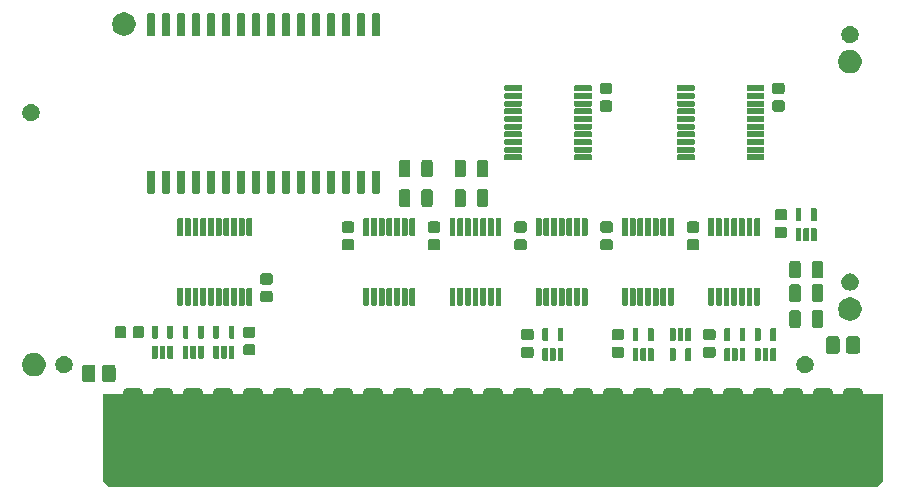
<source format=gts>
G04 #@! TF.GenerationSoftware,KiCad,Pcbnew,(5.1.5-0-10_14)*
G04 #@! TF.CreationDate,2021-01-05T21:43:12-05:00*
G04 #@! TF.ProjectId,RAM128,52414d31-3238-42e6-9b69-6361645f7063,rev?*
G04 #@! TF.SameCoordinates,Original*
G04 #@! TF.FileFunction,Soldermask,Top*
G04 #@! TF.FilePolarity,Negative*
%FSLAX46Y46*%
G04 Gerber Fmt 4.6, Leading zero omitted, Abs format (unit mm)*
G04 Created by KiCad (PCBNEW (5.1.5-0-10_14)) date 2021-01-05 21:43:12*
%MOMM*%
%LPD*%
G04 APERTURE LIST*
%ADD10C,0.100000*%
G04 APERTURE END LIST*
D10*
G36*
X139700000Y-139446000D02*
G01*
X139192000Y-139954000D01*
X74168000Y-139954000D01*
X73660000Y-139446000D01*
X73660000Y-132080000D01*
X139700000Y-132080000D01*
X139700000Y-139446000D01*
G37*
G36*
X137686355Y-131543544D02*
G01*
X137758967Y-131565570D01*
X137825881Y-131601336D01*
X137884531Y-131649469D01*
X137932664Y-131708119D01*
X137968430Y-131775033D01*
X137990456Y-131847645D01*
X137998200Y-131926267D01*
X137998200Y-138637733D01*
X137990456Y-138716355D01*
X137968430Y-138788967D01*
X137932664Y-138855881D01*
X137884531Y-138914531D01*
X137825881Y-138962664D01*
X137758967Y-138998430D01*
X137686355Y-139020456D01*
X137607733Y-139028200D01*
X136712267Y-139028200D01*
X136633645Y-139020456D01*
X136561033Y-138998430D01*
X136494119Y-138962664D01*
X136435469Y-138914531D01*
X136387336Y-138855881D01*
X136351570Y-138788967D01*
X136329544Y-138716355D01*
X136321800Y-138637733D01*
X136321800Y-131926267D01*
X136329544Y-131847645D01*
X136351570Y-131775033D01*
X136387336Y-131708119D01*
X136435469Y-131649469D01*
X136494119Y-131601336D01*
X136561033Y-131565570D01*
X136633645Y-131543544D01*
X136712267Y-131535800D01*
X137607733Y-131535800D01*
X137686355Y-131543544D01*
G37*
G36*
X135146355Y-131543544D02*
G01*
X135218967Y-131565570D01*
X135285881Y-131601336D01*
X135344531Y-131649469D01*
X135392664Y-131708119D01*
X135428430Y-131775033D01*
X135450456Y-131847645D01*
X135458200Y-131926267D01*
X135458200Y-138637733D01*
X135450456Y-138716355D01*
X135428430Y-138788967D01*
X135392664Y-138855881D01*
X135344531Y-138914531D01*
X135285881Y-138962664D01*
X135218967Y-138998430D01*
X135146355Y-139020456D01*
X135067733Y-139028200D01*
X134172267Y-139028200D01*
X134093645Y-139020456D01*
X134021033Y-138998430D01*
X133954119Y-138962664D01*
X133895469Y-138914531D01*
X133847336Y-138855881D01*
X133811570Y-138788967D01*
X133789544Y-138716355D01*
X133781800Y-138637733D01*
X133781800Y-131926267D01*
X133789544Y-131847645D01*
X133811570Y-131775033D01*
X133847336Y-131708119D01*
X133895469Y-131649469D01*
X133954119Y-131601336D01*
X134021033Y-131565570D01*
X134093645Y-131543544D01*
X134172267Y-131535800D01*
X135067733Y-131535800D01*
X135146355Y-131543544D01*
G37*
G36*
X132606355Y-131543544D02*
G01*
X132678967Y-131565570D01*
X132745881Y-131601336D01*
X132804531Y-131649469D01*
X132852664Y-131708119D01*
X132888430Y-131775033D01*
X132910456Y-131847645D01*
X132918200Y-131926267D01*
X132918200Y-138637733D01*
X132910456Y-138716355D01*
X132888430Y-138788967D01*
X132852664Y-138855881D01*
X132804531Y-138914531D01*
X132745881Y-138962664D01*
X132678967Y-138998430D01*
X132606355Y-139020456D01*
X132527733Y-139028200D01*
X131632267Y-139028200D01*
X131553645Y-139020456D01*
X131481033Y-138998430D01*
X131414119Y-138962664D01*
X131355469Y-138914531D01*
X131307336Y-138855881D01*
X131271570Y-138788967D01*
X131249544Y-138716355D01*
X131241800Y-138637733D01*
X131241800Y-131926267D01*
X131249544Y-131847645D01*
X131271570Y-131775033D01*
X131307336Y-131708119D01*
X131355469Y-131649469D01*
X131414119Y-131601336D01*
X131481033Y-131565570D01*
X131553645Y-131543544D01*
X131632267Y-131535800D01*
X132527733Y-131535800D01*
X132606355Y-131543544D01*
G37*
G36*
X130066355Y-131543544D02*
G01*
X130138967Y-131565570D01*
X130205881Y-131601336D01*
X130264531Y-131649469D01*
X130312664Y-131708119D01*
X130348430Y-131775033D01*
X130370456Y-131847645D01*
X130378200Y-131926267D01*
X130378200Y-138637733D01*
X130370456Y-138716355D01*
X130348430Y-138788967D01*
X130312664Y-138855881D01*
X130264531Y-138914531D01*
X130205881Y-138962664D01*
X130138967Y-138998430D01*
X130066355Y-139020456D01*
X129987733Y-139028200D01*
X129092267Y-139028200D01*
X129013645Y-139020456D01*
X128941033Y-138998430D01*
X128874119Y-138962664D01*
X128815469Y-138914531D01*
X128767336Y-138855881D01*
X128731570Y-138788967D01*
X128709544Y-138716355D01*
X128701800Y-138637733D01*
X128701800Y-131926267D01*
X128709544Y-131847645D01*
X128731570Y-131775033D01*
X128767336Y-131708119D01*
X128815469Y-131649469D01*
X128874119Y-131601336D01*
X128941033Y-131565570D01*
X129013645Y-131543544D01*
X129092267Y-131535800D01*
X129987733Y-131535800D01*
X130066355Y-131543544D01*
G37*
G36*
X127526355Y-131543544D02*
G01*
X127598967Y-131565570D01*
X127665881Y-131601336D01*
X127724531Y-131649469D01*
X127772664Y-131708119D01*
X127808430Y-131775033D01*
X127830456Y-131847645D01*
X127838200Y-131926267D01*
X127838200Y-138637733D01*
X127830456Y-138716355D01*
X127808430Y-138788967D01*
X127772664Y-138855881D01*
X127724531Y-138914531D01*
X127665881Y-138962664D01*
X127598967Y-138998430D01*
X127526355Y-139020456D01*
X127447733Y-139028200D01*
X126552267Y-139028200D01*
X126473645Y-139020456D01*
X126401033Y-138998430D01*
X126334119Y-138962664D01*
X126275469Y-138914531D01*
X126227336Y-138855881D01*
X126191570Y-138788967D01*
X126169544Y-138716355D01*
X126161800Y-138637733D01*
X126161800Y-131926267D01*
X126169544Y-131847645D01*
X126191570Y-131775033D01*
X126227336Y-131708119D01*
X126275469Y-131649469D01*
X126334119Y-131601336D01*
X126401033Y-131565570D01*
X126473645Y-131543544D01*
X126552267Y-131535800D01*
X127447733Y-131535800D01*
X127526355Y-131543544D01*
G37*
G36*
X124986355Y-131543544D02*
G01*
X125058967Y-131565570D01*
X125125881Y-131601336D01*
X125184531Y-131649469D01*
X125232664Y-131708119D01*
X125268430Y-131775033D01*
X125290456Y-131847645D01*
X125298200Y-131926267D01*
X125298200Y-138637733D01*
X125290456Y-138716355D01*
X125268430Y-138788967D01*
X125232664Y-138855881D01*
X125184531Y-138914531D01*
X125125881Y-138962664D01*
X125058967Y-138998430D01*
X124986355Y-139020456D01*
X124907733Y-139028200D01*
X124012267Y-139028200D01*
X123933645Y-139020456D01*
X123861033Y-138998430D01*
X123794119Y-138962664D01*
X123735469Y-138914531D01*
X123687336Y-138855881D01*
X123651570Y-138788967D01*
X123629544Y-138716355D01*
X123621800Y-138637733D01*
X123621800Y-131926267D01*
X123629544Y-131847645D01*
X123651570Y-131775033D01*
X123687336Y-131708119D01*
X123735469Y-131649469D01*
X123794119Y-131601336D01*
X123861033Y-131565570D01*
X123933645Y-131543544D01*
X124012267Y-131535800D01*
X124907733Y-131535800D01*
X124986355Y-131543544D01*
G37*
G36*
X122446355Y-131543544D02*
G01*
X122518967Y-131565570D01*
X122585881Y-131601336D01*
X122644531Y-131649469D01*
X122692664Y-131708119D01*
X122728430Y-131775033D01*
X122750456Y-131847645D01*
X122758200Y-131926267D01*
X122758200Y-138637733D01*
X122750456Y-138716355D01*
X122728430Y-138788967D01*
X122692664Y-138855881D01*
X122644531Y-138914531D01*
X122585881Y-138962664D01*
X122518967Y-138998430D01*
X122446355Y-139020456D01*
X122367733Y-139028200D01*
X121472267Y-139028200D01*
X121393645Y-139020456D01*
X121321033Y-138998430D01*
X121254119Y-138962664D01*
X121195469Y-138914531D01*
X121147336Y-138855881D01*
X121111570Y-138788967D01*
X121089544Y-138716355D01*
X121081800Y-138637733D01*
X121081800Y-131926267D01*
X121089544Y-131847645D01*
X121111570Y-131775033D01*
X121147336Y-131708119D01*
X121195469Y-131649469D01*
X121254119Y-131601336D01*
X121321033Y-131565570D01*
X121393645Y-131543544D01*
X121472267Y-131535800D01*
X122367733Y-131535800D01*
X122446355Y-131543544D01*
G37*
G36*
X119906355Y-131543544D02*
G01*
X119978967Y-131565570D01*
X120045881Y-131601336D01*
X120104531Y-131649469D01*
X120152664Y-131708119D01*
X120188430Y-131775033D01*
X120210456Y-131847645D01*
X120218200Y-131926267D01*
X120218200Y-138637733D01*
X120210456Y-138716355D01*
X120188430Y-138788967D01*
X120152664Y-138855881D01*
X120104531Y-138914531D01*
X120045881Y-138962664D01*
X119978967Y-138998430D01*
X119906355Y-139020456D01*
X119827733Y-139028200D01*
X118932267Y-139028200D01*
X118853645Y-139020456D01*
X118781033Y-138998430D01*
X118714119Y-138962664D01*
X118655469Y-138914531D01*
X118607336Y-138855881D01*
X118571570Y-138788967D01*
X118549544Y-138716355D01*
X118541800Y-138637733D01*
X118541800Y-131926267D01*
X118549544Y-131847645D01*
X118571570Y-131775033D01*
X118607336Y-131708119D01*
X118655469Y-131649469D01*
X118714119Y-131601336D01*
X118781033Y-131565570D01*
X118853645Y-131543544D01*
X118932267Y-131535800D01*
X119827733Y-131535800D01*
X119906355Y-131543544D01*
G37*
G36*
X117366355Y-131543544D02*
G01*
X117438967Y-131565570D01*
X117505881Y-131601336D01*
X117564531Y-131649469D01*
X117612664Y-131708119D01*
X117648430Y-131775033D01*
X117670456Y-131847645D01*
X117678200Y-131926267D01*
X117678200Y-138637733D01*
X117670456Y-138716355D01*
X117648430Y-138788967D01*
X117612664Y-138855881D01*
X117564531Y-138914531D01*
X117505881Y-138962664D01*
X117438967Y-138998430D01*
X117366355Y-139020456D01*
X117287733Y-139028200D01*
X116392267Y-139028200D01*
X116313645Y-139020456D01*
X116241033Y-138998430D01*
X116174119Y-138962664D01*
X116115469Y-138914531D01*
X116067336Y-138855881D01*
X116031570Y-138788967D01*
X116009544Y-138716355D01*
X116001800Y-138637733D01*
X116001800Y-131926267D01*
X116009544Y-131847645D01*
X116031570Y-131775033D01*
X116067336Y-131708119D01*
X116115469Y-131649469D01*
X116174119Y-131601336D01*
X116241033Y-131565570D01*
X116313645Y-131543544D01*
X116392267Y-131535800D01*
X117287733Y-131535800D01*
X117366355Y-131543544D01*
G37*
G36*
X114826355Y-131543544D02*
G01*
X114898967Y-131565570D01*
X114965881Y-131601336D01*
X115024531Y-131649469D01*
X115072664Y-131708119D01*
X115108430Y-131775033D01*
X115130456Y-131847645D01*
X115138200Y-131926267D01*
X115138200Y-138637733D01*
X115130456Y-138716355D01*
X115108430Y-138788967D01*
X115072664Y-138855881D01*
X115024531Y-138914531D01*
X114965881Y-138962664D01*
X114898967Y-138998430D01*
X114826355Y-139020456D01*
X114747733Y-139028200D01*
X113852267Y-139028200D01*
X113773645Y-139020456D01*
X113701033Y-138998430D01*
X113634119Y-138962664D01*
X113575469Y-138914531D01*
X113527336Y-138855881D01*
X113491570Y-138788967D01*
X113469544Y-138716355D01*
X113461800Y-138637733D01*
X113461800Y-131926267D01*
X113469544Y-131847645D01*
X113491570Y-131775033D01*
X113527336Y-131708119D01*
X113575469Y-131649469D01*
X113634119Y-131601336D01*
X113701033Y-131565570D01*
X113773645Y-131543544D01*
X113852267Y-131535800D01*
X114747733Y-131535800D01*
X114826355Y-131543544D01*
G37*
G36*
X112286355Y-131543544D02*
G01*
X112358967Y-131565570D01*
X112425881Y-131601336D01*
X112484531Y-131649469D01*
X112532664Y-131708119D01*
X112568430Y-131775033D01*
X112590456Y-131847645D01*
X112598200Y-131926267D01*
X112598200Y-138637733D01*
X112590456Y-138716355D01*
X112568430Y-138788967D01*
X112532664Y-138855881D01*
X112484531Y-138914531D01*
X112425881Y-138962664D01*
X112358967Y-138998430D01*
X112286355Y-139020456D01*
X112207733Y-139028200D01*
X111312267Y-139028200D01*
X111233645Y-139020456D01*
X111161033Y-138998430D01*
X111094119Y-138962664D01*
X111035469Y-138914531D01*
X110987336Y-138855881D01*
X110951570Y-138788967D01*
X110929544Y-138716355D01*
X110921800Y-138637733D01*
X110921800Y-131926267D01*
X110929544Y-131847645D01*
X110951570Y-131775033D01*
X110987336Y-131708119D01*
X111035469Y-131649469D01*
X111094119Y-131601336D01*
X111161033Y-131565570D01*
X111233645Y-131543544D01*
X111312267Y-131535800D01*
X112207733Y-131535800D01*
X112286355Y-131543544D01*
G37*
G36*
X109746355Y-131543544D02*
G01*
X109818967Y-131565570D01*
X109885881Y-131601336D01*
X109944531Y-131649469D01*
X109992664Y-131708119D01*
X110028430Y-131775033D01*
X110050456Y-131847645D01*
X110058200Y-131926267D01*
X110058200Y-138637733D01*
X110050456Y-138716355D01*
X110028430Y-138788967D01*
X109992664Y-138855881D01*
X109944531Y-138914531D01*
X109885881Y-138962664D01*
X109818967Y-138998430D01*
X109746355Y-139020456D01*
X109667733Y-139028200D01*
X108772267Y-139028200D01*
X108693645Y-139020456D01*
X108621033Y-138998430D01*
X108554119Y-138962664D01*
X108495469Y-138914531D01*
X108447336Y-138855881D01*
X108411570Y-138788967D01*
X108389544Y-138716355D01*
X108381800Y-138637733D01*
X108381800Y-131926267D01*
X108389544Y-131847645D01*
X108411570Y-131775033D01*
X108447336Y-131708119D01*
X108495469Y-131649469D01*
X108554119Y-131601336D01*
X108621033Y-131565570D01*
X108693645Y-131543544D01*
X108772267Y-131535800D01*
X109667733Y-131535800D01*
X109746355Y-131543544D01*
G37*
G36*
X107206355Y-131543544D02*
G01*
X107278967Y-131565570D01*
X107345881Y-131601336D01*
X107404531Y-131649469D01*
X107452664Y-131708119D01*
X107488430Y-131775033D01*
X107510456Y-131847645D01*
X107518200Y-131926267D01*
X107518200Y-138637733D01*
X107510456Y-138716355D01*
X107488430Y-138788967D01*
X107452664Y-138855881D01*
X107404531Y-138914531D01*
X107345881Y-138962664D01*
X107278967Y-138998430D01*
X107206355Y-139020456D01*
X107127733Y-139028200D01*
X106232267Y-139028200D01*
X106153645Y-139020456D01*
X106081033Y-138998430D01*
X106014119Y-138962664D01*
X105955469Y-138914531D01*
X105907336Y-138855881D01*
X105871570Y-138788967D01*
X105849544Y-138716355D01*
X105841800Y-138637733D01*
X105841800Y-131926267D01*
X105849544Y-131847645D01*
X105871570Y-131775033D01*
X105907336Y-131708119D01*
X105955469Y-131649469D01*
X106014119Y-131601336D01*
X106081033Y-131565570D01*
X106153645Y-131543544D01*
X106232267Y-131535800D01*
X107127733Y-131535800D01*
X107206355Y-131543544D01*
G37*
G36*
X104666355Y-131543544D02*
G01*
X104738967Y-131565570D01*
X104805881Y-131601336D01*
X104864531Y-131649469D01*
X104912664Y-131708119D01*
X104948430Y-131775033D01*
X104970456Y-131847645D01*
X104978200Y-131926267D01*
X104978200Y-138637733D01*
X104970456Y-138716355D01*
X104948430Y-138788967D01*
X104912664Y-138855881D01*
X104864531Y-138914531D01*
X104805881Y-138962664D01*
X104738967Y-138998430D01*
X104666355Y-139020456D01*
X104587733Y-139028200D01*
X103692267Y-139028200D01*
X103613645Y-139020456D01*
X103541033Y-138998430D01*
X103474119Y-138962664D01*
X103415469Y-138914531D01*
X103367336Y-138855881D01*
X103331570Y-138788967D01*
X103309544Y-138716355D01*
X103301800Y-138637733D01*
X103301800Y-131926267D01*
X103309544Y-131847645D01*
X103331570Y-131775033D01*
X103367336Y-131708119D01*
X103415469Y-131649469D01*
X103474119Y-131601336D01*
X103541033Y-131565570D01*
X103613645Y-131543544D01*
X103692267Y-131535800D01*
X104587733Y-131535800D01*
X104666355Y-131543544D01*
G37*
G36*
X102126355Y-131543544D02*
G01*
X102198967Y-131565570D01*
X102265881Y-131601336D01*
X102324531Y-131649469D01*
X102372664Y-131708119D01*
X102408430Y-131775033D01*
X102430456Y-131847645D01*
X102438200Y-131926267D01*
X102438200Y-138637733D01*
X102430456Y-138716355D01*
X102408430Y-138788967D01*
X102372664Y-138855881D01*
X102324531Y-138914531D01*
X102265881Y-138962664D01*
X102198967Y-138998430D01*
X102126355Y-139020456D01*
X102047733Y-139028200D01*
X101152267Y-139028200D01*
X101073645Y-139020456D01*
X101001033Y-138998430D01*
X100934119Y-138962664D01*
X100875469Y-138914531D01*
X100827336Y-138855881D01*
X100791570Y-138788967D01*
X100769544Y-138716355D01*
X100761800Y-138637733D01*
X100761800Y-131926267D01*
X100769544Y-131847645D01*
X100791570Y-131775033D01*
X100827336Y-131708119D01*
X100875469Y-131649469D01*
X100934119Y-131601336D01*
X101001033Y-131565570D01*
X101073645Y-131543544D01*
X101152267Y-131535800D01*
X102047733Y-131535800D01*
X102126355Y-131543544D01*
G37*
G36*
X99586355Y-131543544D02*
G01*
X99658967Y-131565570D01*
X99725881Y-131601336D01*
X99784531Y-131649469D01*
X99832664Y-131708119D01*
X99868430Y-131775033D01*
X99890456Y-131847645D01*
X99898200Y-131926267D01*
X99898200Y-138637733D01*
X99890456Y-138716355D01*
X99868430Y-138788967D01*
X99832664Y-138855881D01*
X99784531Y-138914531D01*
X99725881Y-138962664D01*
X99658967Y-138998430D01*
X99586355Y-139020456D01*
X99507733Y-139028200D01*
X98612267Y-139028200D01*
X98533645Y-139020456D01*
X98461033Y-138998430D01*
X98394119Y-138962664D01*
X98335469Y-138914531D01*
X98287336Y-138855881D01*
X98251570Y-138788967D01*
X98229544Y-138716355D01*
X98221800Y-138637733D01*
X98221800Y-131926267D01*
X98229544Y-131847645D01*
X98251570Y-131775033D01*
X98287336Y-131708119D01*
X98335469Y-131649469D01*
X98394119Y-131601336D01*
X98461033Y-131565570D01*
X98533645Y-131543544D01*
X98612267Y-131535800D01*
X99507733Y-131535800D01*
X99586355Y-131543544D01*
G37*
G36*
X97046355Y-131543544D02*
G01*
X97118967Y-131565570D01*
X97185881Y-131601336D01*
X97244531Y-131649469D01*
X97292664Y-131708119D01*
X97328430Y-131775033D01*
X97350456Y-131847645D01*
X97358200Y-131926267D01*
X97358200Y-138637733D01*
X97350456Y-138716355D01*
X97328430Y-138788967D01*
X97292664Y-138855881D01*
X97244531Y-138914531D01*
X97185881Y-138962664D01*
X97118967Y-138998430D01*
X97046355Y-139020456D01*
X96967733Y-139028200D01*
X96072267Y-139028200D01*
X95993645Y-139020456D01*
X95921033Y-138998430D01*
X95854119Y-138962664D01*
X95795469Y-138914531D01*
X95747336Y-138855881D01*
X95711570Y-138788967D01*
X95689544Y-138716355D01*
X95681800Y-138637733D01*
X95681800Y-131926267D01*
X95689544Y-131847645D01*
X95711570Y-131775033D01*
X95747336Y-131708119D01*
X95795469Y-131649469D01*
X95854119Y-131601336D01*
X95921033Y-131565570D01*
X95993645Y-131543544D01*
X96072267Y-131535800D01*
X96967733Y-131535800D01*
X97046355Y-131543544D01*
G37*
G36*
X94506355Y-131543544D02*
G01*
X94578967Y-131565570D01*
X94645881Y-131601336D01*
X94704531Y-131649469D01*
X94752664Y-131708119D01*
X94788430Y-131775033D01*
X94810456Y-131847645D01*
X94818200Y-131926267D01*
X94818200Y-138637733D01*
X94810456Y-138716355D01*
X94788430Y-138788967D01*
X94752664Y-138855881D01*
X94704531Y-138914531D01*
X94645881Y-138962664D01*
X94578967Y-138998430D01*
X94506355Y-139020456D01*
X94427733Y-139028200D01*
X93532267Y-139028200D01*
X93453645Y-139020456D01*
X93381033Y-138998430D01*
X93314119Y-138962664D01*
X93255469Y-138914531D01*
X93207336Y-138855881D01*
X93171570Y-138788967D01*
X93149544Y-138716355D01*
X93141800Y-138637733D01*
X93141800Y-131926267D01*
X93149544Y-131847645D01*
X93171570Y-131775033D01*
X93207336Y-131708119D01*
X93255469Y-131649469D01*
X93314119Y-131601336D01*
X93381033Y-131565570D01*
X93453645Y-131543544D01*
X93532267Y-131535800D01*
X94427733Y-131535800D01*
X94506355Y-131543544D01*
G37*
G36*
X91966355Y-131543544D02*
G01*
X92038967Y-131565570D01*
X92105881Y-131601336D01*
X92164531Y-131649469D01*
X92212664Y-131708119D01*
X92248430Y-131775033D01*
X92270456Y-131847645D01*
X92278200Y-131926267D01*
X92278200Y-138637733D01*
X92270456Y-138716355D01*
X92248430Y-138788967D01*
X92212664Y-138855881D01*
X92164531Y-138914531D01*
X92105881Y-138962664D01*
X92038967Y-138998430D01*
X91966355Y-139020456D01*
X91887733Y-139028200D01*
X90992267Y-139028200D01*
X90913645Y-139020456D01*
X90841033Y-138998430D01*
X90774119Y-138962664D01*
X90715469Y-138914531D01*
X90667336Y-138855881D01*
X90631570Y-138788967D01*
X90609544Y-138716355D01*
X90601800Y-138637733D01*
X90601800Y-131926267D01*
X90609544Y-131847645D01*
X90631570Y-131775033D01*
X90667336Y-131708119D01*
X90715469Y-131649469D01*
X90774119Y-131601336D01*
X90841033Y-131565570D01*
X90913645Y-131543544D01*
X90992267Y-131535800D01*
X91887733Y-131535800D01*
X91966355Y-131543544D01*
G37*
G36*
X89426355Y-131543544D02*
G01*
X89498967Y-131565570D01*
X89565881Y-131601336D01*
X89624531Y-131649469D01*
X89672664Y-131708119D01*
X89708430Y-131775033D01*
X89730456Y-131847645D01*
X89738200Y-131926267D01*
X89738200Y-138637733D01*
X89730456Y-138716355D01*
X89708430Y-138788967D01*
X89672664Y-138855881D01*
X89624531Y-138914531D01*
X89565881Y-138962664D01*
X89498967Y-138998430D01*
X89426355Y-139020456D01*
X89347733Y-139028200D01*
X88452267Y-139028200D01*
X88373645Y-139020456D01*
X88301033Y-138998430D01*
X88234119Y-138962664D01*
X88175469Y-138914531D01*
X88127336Y-138855881D01*
X88091570Y-138788967D01*
X88069544Y-138716355D01*
X88061800Y-138637733D01*
X88061800Y-131926267D01*
X88069544Y-131847645D01*
X88091570Y-131775033D01*
X88127336Y-131708119D01*
X88175469Y-131649469D01*
X88234119Y-131601336D01*
X88301033Y-131565570D01*
X88373645Y-131543544D01*
X88452267Y-131535800D01*
X89347733Y-131535800D01*
X89426355Y-131543544D01*
G37*
G36*
X86886355Y-131543544D02*
G01*
X86958967Y-131565570D01*
X87025881Y-131601336D01*
X87084531Y-131649469D01*
X87132664Y-131708119D01*
X87168430Y-131775033D01*
X87190456Y-131847645D01*
X87198200Y-131926267D01*
X87198200Y-138637733D01*
X87190456Y-138716355D01*
X87168430Y-138788967D01*
X87132664Y-138855881D01*
X87084531Y-138914531D01*
X87025881Y-138962664D01*
X86958967Y-138998430D01*
X86886355Y-139020456D01*
X86807733Y-139028200D01*
X85912267Y-139028200D01*
X85833645Y-139020456D01*
X85761033Y-138998430D01*
X85694119Y-138962664D01*
X85635469Y-138914531D01*
X85587336Y-138855881D01*
X85551570Y-138788967D01*
X85529544Y-138716355D01*
X85521800Y-138637733D01*
X85521800Y-131926267D01*
X85529544Y-131847645D01*
X85551570Y-131775033D01*
X85587336Y-131708119D01*
X85635469Y-131649469D01*
X85694119Y-131601336D01*
X85761033Y-131565570D01*
X85833645Y-131543544D01*
X85912267Y-131535800D01*
X86807733Y-131535800D01*
X86886355Y-131543544D01*
G37*
G36*
X84346355Y-131543544D02*
G01*
X84418967Y-131565570D01*
X84485881Y-131601336D01*
X84544531Y-131649469D01*
X84592664Y-131708119D01*
X84628430Y-131775033D01*
X84650456Y-131847645D01*
X84658200Y-131926267D01*
X84658200Y-138637733D01*
X84650456Y-138716355D01*
X84628430Y-138788967D01*
X84592664Y-138855881D01*
X84544531Y-138914531D01*
X84485881Y-138962664D01*
X84418967Y-138998430D01*
X84346355Y-139020456D01*
X84267733Y-139028200D01*
X83372267Y-139028200D01*
X83293645Y-139020456D01*
X83221033Y-138998430D01*
X83154119Y-138962664D01*
X83095469Y-138914531D01*
X83047336Y-138855881D01*
X83011570Y-138788967D01*
X82989544Y-138716355D01*
X82981800Y-138637733D01*
X82981800Y-131926267D01*
X82989544Y-131847645D01*
X83011570Y-131775033D01*
X83047336Y-131708119D01*
X83095469Y-131649469D01*
X83154119Y-131601336D01*
X83221033Y-131565570D01*
X83293645Y-131543544D01*
X83372267Y-131535800D01*
X84267733Y-131535800D01*
X84346355Y-131543544D01*
G37*
G36*
X81806355Y-131543544D02*
G01*
X81878967Y-131565570D01*
X81945881Y-131601336D01*
X82004531Y-131649469D01*
X82052664Y-131708119D01*
X82088430Y-131775033D01*
X82110456Y-131847645D01*
X82118200Y-131926267D01*
X82118200Y-138637733D01*
X82110456Y-138716355D01*
X82088430Y-138788967D01*
X82052664Y-138855881D01*
X82004531Y-138914531D01*
X81945881Y-138962664D01*
X81878967Y-138998430D01*
X81806355Y-139020456D01*
X81727733Y-139028200D01*
X80832267Y-139028200D01*
X80753645Y-139020456D01*
X80681033Y-138998430D01*
X80614119Y-138962664D01*
X80555469Y-138914531D01*
X80507336Y-138855881D01*
X80471570Y-138788967D01*
X80449544Y-138716355D01*
X80441800Y-138637733D01*
X80441800Y-131926267D01*
X80449544Y-131847645D01*
X80471570Y-131775033D01*
X80507336Y-131708119D01*
X80555469Y-131649469D01*
X80614119Y-131601336D01*
X80681033Y-131565570D01*
X80753645Y-131543544D01*
X80832267Y-131535800D01*
X81727733Y-131535800D01*
X81806355Y-131543544D01*
G37*
G36*
X79266355Y-131543544D02*
G01*
X79338967Y-131565570D01*
X79405881Y-131601336D01*
X79464531Y-131649469D01*
X79512664Y-131708119D01*
X79548430Y-131775033D01*
X79570456Y-131847645D01*
X79578200Y-131926267D01*
X79578200Y-138637733D01*
X79570456Y-138716355D01*
X79548430Y-138788967D01*
X79512664Y-138855881D01*
X79464531Y-138914531D01*
X79405881Y-138962664D01*
X79338967Y-138998430D01*
X79266355Y-139020456D01*
X79187733Y-139028200D01*
X78292267Y-139028200D01*
X78213645Y-139020456D01*
X78141033Y-138998430D01*
X78074119Y-138962664D01*
X78015469Y-138914531D01*
X77967336Y-138855881D01*
X77931570Y-138788967D01*
X77909544Y-138716355D01*
X77901800Y-138637733D01*
X77901800Y-131926267D01*
X77909544Y-131847645D01*
X77931570Y-131775033D01*
X77967336Y-131708119D01*
X78015469Y-131649469D01*
X78074119Y-131601336D01*
X78141033Y-131565570D01*
X78213645Y-131543544D01*
X78292267Y-131535800D01*
X79187733Y-131535800D01*
X79266355Y-131543544D01*
G37*
G36*
X76726355Y-131543544D02*
G01*
X76798967Y-131565570D01*
X76865881Y-131601336D01*
X76924531Y-131649469D01*
X76972664Y-131708119D01*
X77008430Y-131775033D01*
X77030456Y-131847645D01*
X77038200Y-131926267D01*
X77038200Y-138637733D01*
X77030456Y-138716355D01*
X77008430Y-138788967D01*
X76972664Y-138855881D01*
X76924531Y-138914531D01*
X76865881Y-138962664D01*
X76798967Y-138998430D01*
X76726355Y-139020456D01*
X76647733Y-139028200D01*
X75752267Y-139028200D01*
X75673645Y-139020456D01*
X75601033Y-138998430D01*
X75534119Y-138962664D01*
X75475469Y-138914531D01*
X75427336Y-138855881D01*
X75391570Y-138788967D01*
X75369544Y-138716355D01*
X75361800Y-138637733D01*
X75361800Y-131926267D01*
X75369544Y-131847645D01*
X75391570Y-131775033D01*
X75427336Y-131708119D01*
X75475469Y-131649469D01*
X75534119Y-131601336D01*
X75601033Y-131565570D01*
X75673645Y-131543544D01*
X75752267Y-131535800D01*
X76647733Y-131535800D01*
X76726355Y-131543544D01*
G37*
G36*
X74519082Y-129555215D02*
G01*
X74567006Y-129569752D01*
X74611168Y-129593357D01*
X74649876Y-129625124D01*
X74681643Y-129663832D01*
X74705248Y-129707994D01*
X74719785Y-129755918D01*
X74725000Y-129808867D01*
X74725000Y-130791133D01*
X74719785Y-130844082D01*
X74705248Y-130892006D01*
X74681643Y-130936168D01*
X74649876Y-130974876D01*
X74611168Y-131006643D01*
X74567006Y-131030248D01*
X74519082Y-131044785D01*
X74466133Y-131050000D01*
X73833867Y-131050000D01*
X73780918Y-131044785D01*
X73732994Y-131030248D01*
X73688832Y-131006643D01*
X73650124Y-130974876D01*
X73618357Y-130936168D01*
X73594752Y-130892006D01*
X73580215Y-130844082D01*
X73575000Y-130791133D01*
X73575000Y-129808867D01*
X73580215Y-129755918D01*
X73594752Y-129707994D01*
X73618357Y-129663832D01*
X73650124Y-129625124D01*
X73688832Y-129593357D01*
X73732994Y-129569752D01*
X73780918Y-129555215D01*
X73833867Y-129550000D01*
X74466133Y-129550000D01*
X74519082Y-129555215D01*
G37*
G36*
X72819082Y-129555215D02*
G01*
X72867006Y-129569752D01*
X72911168Y-129593357D01*
X72949876Y-129625124D01*
X72981643Y-129663832D01*
X73005248Y-129707994D01*
X73019785Y-129755918D01*
X73025000Y-129808867D01*
X73025000Y-130791133D01*
X73019785Y-130844082D01*
X73005248Y-130892006D01*
X72981643Y-130936168D01*
X72949876Y-130974876D01*
X72911168Y-131006643D01*
X72867006Y-131030248D01*
X72819082Y-131044785D01*
X72766133Y-131050000D01*
X72133867Y-131050000D01*
X72080918Y-131044785D01*
X72032994Y-131030248D01*
X71988832Y-131006643D01*
X71950124Y-130974876D01*
X71918357Y-130936168D01*
X71894752Y-130892006D01*
X71880215Y-130844082D01*
X71875000Y-130791133D01*
X71875000Y-129808867D01*
X71880215Y-129755918D01*
X71894752Y-129707994D01*
X71918357Y-129663832D01*
X71950124Y-129625124D01*
X71988832Y-129593357D01*
X72032994Y-129569752D01*
X72080918Y-129555215D01*
X72133867Y-129550000D01*
X72766133Y-129550000D01*
X72819082Y-129555215D01*
G37*
G36*
X68109692Y-128578429D02*
G01*
X68291679Y-128653811D01*
X68455458Y-128763245D01*
X68455460Y-128763247D01*
X68455463Y-128763249D01*
X68594751Y-128902537D01*
X68594753Y-128902540D01*
X68594755Y-128902542D01*
X68704189Y-129066321D01*
X68779571Y-129248308D01*
X68818000Y-129441509D01*
X68818000Y-129638491D01*
X68779571Y-129831692D01*
X68704189Y-130013679D01*
X68594755Y-130177458D01*
X68594753Y-130177460D01*
X68594751Y-130177463D01*
X68455463Y-130316751D01*
X68455460Y-130316753D01*
X68455458Y-130316755D01*
X68291679Y-130426189D01*
X68109692Y-130501571D01*
X67916491Y-130540000D01*
X67719509Y-130540000D01*
X67526308Y-130501571D01*
X67344321Y-130426189D01*
X67180542Y-130316755D01*
X67180540Y-130316753D01*
X67180537Y-130316751D01*
X67041249Y-130177463D01*
X67041247Y-130177460D01*
X67041245Y-130177458D01*
X66931811Y-130013679D01*
X66856429Y-129831692D01*
X66818000Y-129638491D01*
X66818000Y-129441509D01*
X66856429Y-129248308D01*
X66931811Y-129066321D01*
X67041245Y-128902542D01*
X67041247Y-128902540D01*
X67041249Y-128902537D01*
X67180537Y-128763249D01*
X67180540Y-128763247D01*
X67180542Y-128763245D01*
X67344321Y-128653811D01*
X67526308Y-128578429D01*
X67719509Y-128540000D01*
X67916491Y-128540000D01*
X68109692Y-128578429D01*
G37*
G36*
X133213933Y-128825274D02*
G01*
X133307185Y-128843823D01*
X133438939Y-128898398D01*
X133438940Y-128898399D01*
X133438943Y-128898400D01*
X133557523Y-128977633D01*
X133658367Y-129078477D01*
X133737600Y-129197057D01*
X133737601Y-129197060D01*
X133737602Y-129197061D01*
X133792177Y-129328815D01*
X133820000Y-129468693D01*
X133820000Y-129611307D01*
X133792177Y-129751185D01*
X133737602Y-129882939D01*
X133737600Y-129882943D01*
X133658367Y-130001523D01*
X133557523Y-130102367D01*
X133438943Y-130181600D01*
X133438940Y-130181601D01*
X133438939Y-130181602D01*
X133307185Y-130236177D01*
X133213933Y-130254726D01*
X133167308Y-130264000D01*
X133024692Y-130264000D01*
X132978067Y-130254726D01*
X132884815Y-130236177D01*
X132753061Y-130181602D01*
X132753060Y-130181601D01*
X132753057Y-130181600D01*
X132634477Y-130102367D01*
X132533633Y-130001523D01*
X132454400Y-129882943D01*
X132454398Y-129882939D01*
X132399823Y-129751185D01*
X132372000Y-129611307D01*
X132372000Y-129468693D01*
X132399823Y-129328815D01*
X132454398Y-129197061D01*
X132454399Y-129197060D01*
X132454400Y-129197057D01*
X132533633Y-129078477D01*
X132634477Y-128977633D01*
X132753057Y-128898400D01*
X132753060Y-128898399D01*
X132753061Y-128898398D01*
X132884815Y-128843823D01*
X132978067Y-128825274D01*
X133024692Y-128816000D01*
X133167308Y-128816000D01*
X133213933Y-128825274D01*
G37*
G36*
X70475933Y-128825274D02*
G01*
X70569185Y-128843823D01*
X70700939Y-128898398D01*
X70700940Y-128898399D01*
X70700943Y-128898400D01*
X70819523Y-128977633D01*
X70920367Y-129078477D01*
X70999600Y-129197057D01*
X70999601Y-129197060D01*
X70999602Y-129197061D01*
X71054177Y-129328815D01*
X71082000Y-129468693D01*
X71082000Y-129611307D01*
X71054177Y-129751185D01*
X70999602Y-129882939D01*
X70999600Y-129882943D01*
X70920367Y-130001523D01*
X70819523Y-130102367D01*
X70700943Y-130181600D01*
X70700940Y-130181601D01*
X70700939Y-130181602D01*
X70569185Y-130236177D01*
X70475933Y-130254726D01*
X70429308Y-130264000D01*
X70286692Y-130264000D01*
X70240067Y-130254726D01*
X70146815Y-130236177D01*
X70015061Y-130181602D01*
X70015060Y-130181601D01*
X70015057Y-130181600D01*
X69896477Y-130102367D01*
X69795633Y-130001523D01*
X69716400Y-129882943D01*
X69716398Y-129882939D01*
X69661823Y-129751185D01*
X69634000Y-129611307D01*
X69634000Y-129468693D01*
X69661823Y-129328815D01*
X69716398Y-129197061D01*
X69716399Y-129197060D01*
X69716400Y-129197057D01*
X69795633Y-129078477D01*
X69896477Y-128977633D01*
X70015057Y-128898400D01*
X70015060Y-128898399D01*
X70015061Y-128898398D01*
X70146815Y-128843823D01*
X70240067Y-128825274D01*
X70286692Y-128816000D01*
X70429308Y-128816000D01*
X70475933Y-128825274D01*
G37*
G36*
X130568906Y-128161997D02*
G01*
X130585406Y-128167002D01*
X130600606Y-128175127D01*
X130613935Y-128186065D01*
X130624873Y-128199394D01*
X130632998Y-128214594D01*
X130638003Y-128231094D01*
X130640000Y-128251367D01*
X130640000Y-129148633D01*
X130638003Y-129168906D01*
X130632998Y-129185406D01*
X130624873Y-129200606D01*
X130613935Y-129213935D01*
X130600606Y-129224873D01*
X130585406Y-129232998D01*
X130568906Y-129238003D01*
X130548633Y-129240000D01*
X130251367Y-129240000D01*
X130231094Y-129238003D01*
X130214594Y-129232998D01*
X130199394Y-129224873D01*
X130186065Y-129213935D01*
X130175127Y-129200606D01*
X130167002Y-129185406D01*
X130161997Y-129168906D01*
X130160000Y-129148633D01*
X130160000Y-128251367D01*
X130161997Y-128231094D01*
X130167002Y-128214594D01*
X130175127Y-128199394D01*
X130186065Y-128186065D01*
X130199394Y-128175127D01*
X130214594Y-128167002D01*
X130231094Y-128161997D01*
X130251367Y-128160000D01*
X130548633Y-128160000D01*
X130568906Y-128161997D01*
G37*
G36*
X126668906Y-128161997D02*
G01*
X126685406Y-128167002D01*
X126700606Y-128175127D01*
X126713935Y-128186065D01*
X126724873Y-128199394D01*
X126732998Y-128214594D01*
X126738003Y-128231094D01*
X126740000Y-128251367D01*
X126740000Y-129148633D01*
X126738003Y-129168906D01*
X126732998Y-129185406D01*
X126724873Y-129200606D01*
X126713935Y-129213935D01*
X126700606Y-129224873D01*
X126685406Y-129232998D01*
X126668906Y-129238003D01*
X126648633Y-129240000D01*
X126351367Y-129240000D01*
X126331094Y-129238003D01*
X126314594Y-129232998D01*
X126299394Y-129224873D01*
X126286065Y-129213935D01*
X126275127Y-129200606D01*
X126267002Y-129185406D01*
X126261997Y-129168906D01*
X126260000Y-129148633D01*
X126260000Y-128251367D01*
X126261997Y-128231094D01*
X126267002Y-128214594D01*
X126275127Y-128199394D01*
X126286065Y-128186065D01*
X126299394Y-128175127D01*
X126314594Y-128167002D01*
X126331094Y-128161997D01*
X126351367Y-128160000D01*
X126648633Y-128160000D01*
X126668906Y-128161997D01*
G37*
G36*
X127968906Y-128161997D02*
G01*
X127985406Y-128167002D01*
X128000606Y-128175127D01*
X128013935Y-128186065D01*
X128024873Y-128199394D01*
X128032998Y-128214594D01*
X128038003Y-128231094D01*
X128040000Y-128251367D01*
X128040000Y-129148633D01*
X128038003Y-129168906D01*
X128032998Y-129185406D01*
X128024873Y-129200606D01*
X128013935Y-129213935D01*
X128000606Y-129224873D01*
X127985406Y-129232998D01*
X127968906Y-129238003D01*
X127948633Y-129240000D01*
X127651367Y-129240000D01*
X127631094Y-129238003D01*
X127614594Y-129232998D01*
X127599394Y-129224873D01*
X127586065Y-129213935D01*
X127575127Y-129200606D01*
X127567002Y-129185406D01*
X127561997Y-129168906D01*
X127560000Y-129148633D01*
X127560000Y-128251367D01*
X127561997Y-128231094D01*
X127567002Y-128214594D01*
X127575127Y-128199394D01*
X127586065Y-128186065D01*
X127599394Y-128175127D01*
X127614594Y-128167002D01*
X127631094Y-128161997D01*
X127651367Y-128160000D01*
X127948633Y-128160000D01*
X127968906Y-128161997D01*
G37*
G36*
X119568906Y-128161997D02*
G01*
X119585406Y-128167002D01*
X119600606Y-128175127D01*
X119613935Y-128186065D01*
X119624873Y-128199394D01*
X119632998Y-128214594D01*
X119638003Y-128231094D01*
X119640000Y-128251367D01*
X119640000Y-129148633D01*
X119638003Y-129168906D01*
X119632998Y-129185406D01*
X119624873Y-129200606D01*
X119613935Y-129213935D01*
X119600606Y-129224873D01*
X119585406Y-129232998D01*
X119568906Y-129238003D01*
X119548633Y-129240000D01*
X119251367Y-129240000D01*
X119231094Y-129238003D01*
X119214594Y-129232998D01*
X119199394Y-129224873D01*
X119186065Y-129213935D01*
X119175127Y-129200606D01*
X119167002Y-129185406D01*
X119161997Y-129168906D01*
X119160000Y-129148633D01*
X119160000Y-128251367D01*
X119161997Y-128231094D01*
X119167002Y-128214594D01*
X119175127Y-128199394D01*
X119186065Y-128186065D01*
X119199394Y-128175127D01*
X119214594Y-128167002D01*
X119231094Y-128161997D01*
X119251367Y-128160000D01*
X119548633Y-128160000D01*
X119568906Y-128161997D01*
G37*
G36*
X118918906Y-128161997D02*
G01*
X118935406Y-128167002D01*
X118950606Y-128175127D01*
X118963935Y-128186065D01*
X118974873Y-128199394D01*
X118982998Y-128214594D01*
X118988003Y-128231094D01*
X118990000Y-128251367D01*
X118990000Y-129148633D01*
X118988003Y-129168906D01*
X118982998Y-129185406D01*
X118974873Y-129200606D01*
X118963935Y-129213935D01*
X118950606Y-129224873D01*
X118935406Y-129232998D01*
X118918906Y-129238003D01*
X118898633Y-129240000D01*
X118601367Y-129240000D01*
X118581094Y-129238003D01*
X118564594Y-129232998D01*
X118549394Y-129224873D01*
X118536065Y-129213935D01*
X118525127Y-129200606D01*
X118517002Y-129185406D01*
X118511997Y-129168906D01*
X118510000Y-129148633D01*
X118510000Y-128251367D01*
X118511997Y-128231094D01*
X118517002Y-128214594D01*
X118525127Y-128199394D01*
X118536065Y-128186065D01*
X118549394Y-128175127D01*
X118564594Y-128167002D01*
X118581094Y-128161997D01*
X118601367Y-128160000D01*
X118898633Y-128160000D01*
X118918906Y-128161997D01*
G37*
G36*
X120218906Y-128161997D02*
G01*
X120235406Y-128167002D01*
X120250606Y-128175127D01*
X120263935Y-128186065D01*
X120274873Y-128199394D01*
X120282998Y-128214594D01*
X120288003Y-128231094D01*
X120290000Y-128251367D01*
X120290000Y-129148633D01*
X120288003Y-129168906D01*
X120282998Y-129185406D01*
X120274873Y-129200606D01*
X120263935Y-129213935D01*
X120250606Y-129224873D01*
X120235406Y-129232998D01*
X120218906Y-129238003D01*
X120198633Y-129240000D01*
X119901367Y-129240000D01*
X119881094Y-129238003D01*
X119864594Y-129232998D01*
X119849394Y-129224873D01*
X119836065Y-129213935D01*
X119825127Y-129200606D01*
X119817002Y-129185406D01*
X119811997Y-129168906D01*
X119810000Y-129148633D01*
X119810000Y-128251367D01*
X119811997Y-128231094D01*
X119817002Y-128214594D01*
X119825127Y-128199394D01*
X119836065Y-128186065D01*
X119849394Y-128175127D01*
X119864594Y-128167002D01*
X119881094Y-128161997D01*
X119901367Y-128160000D01*
X120198633Y-128160000D01*
X120218906Y-128161997D01*
G37*
G36*
X112568906Y-128161997D02*
G01*
X112585406Y-128167002D01*
X112600606Y-128175127D01*
X112613935Y-128186065D01*
X112624873Y-128199394D01*
X112632998Y-128214594D01*
X112638003Y-128231094D01*
X112640000Y-128251367D01*
X112640000Y-129148633D01*
X112638003Y-129168906D01*
X112632998Y-129185406D01*
X112624873Y-129200606D01*
X112613935Y-129213935D01*
X112600606Y-129224873D01*
X112585406Y-129232998D01*
X112568906Y-129238003D01*
X112548633Y-129240000D01*
X112251367Y-129240000D01*
X112231094Y-129238003D01*
X112214594Y-129232998D01*
X112199394Y-129224873D01*
X112186065Y-129213935D01*
X112175127Y-129200606D01*
X112167002Y-129185406D01*
X112161997Y-129168906D01*
X112160000Y-129148633D01*
X112160000Y-128251367D01*
X112161997Y-128231094D01*
X112167002Y-128214594D01*
X112175127Y-128199394D01*
X112186065Y-128186065D01*
X112199394Y-128175127D01*
X112214594Y-128167002D01*
X112231094Y-128161997D01*
X112251367Y-128160000D01*
X112548633Y-128160000D01*
X112568906Y-128161997D01*
G37*
G36*
X111268906Y-128161997D02*
G01*
X111285406Y-128167002D01*
X111300606Y-128175127D01*
X111313935Y-128186065D01*
X111324873Y-128199394D01*
X111332998Y-128214594D01*
X111338003Y-128231094D01*
X111340000Y-128251367D01*
X111340000Y-129148633D01*
X111338003Y-129168906D01*
X111332998Y-129185406D01*
X111324873Y-129200606D01*
X111313935Y-129213935D01*
X111300606Y-129224873D01*
X111285406Y-129232998D01*
X111268906Y-129238003D01*
X111248633Y-129240000D01*
X110951367Y-129240000D01*
X110931094Y-129238003D01*
X110914594Y-129232998D01*
X110899394Y-129224873D01*
X110886065Y-129213935D01*
X110875127Y-129200606D01*
X110867002Y-129185406D01*
X110861997Y-129168906D01*
X110860000Y-129148633D01*
X110860000Y-128251367D01*
X110861997Y-128231094D01*
X110867002Y-128214594D01*
X110875127Y-128199394D01*
X110886065Y-128186065D01*
X110899394Y-128175127D01*
X110914594Y-128167002D01*
X110931094Y-128161997D01*
X110951367Y-128160000D01*
X111248633Y-128160000D01*
X111268906Y-128161997D01*
G37*
G36*
X111918906Y-128161997D02*
G01*
X111935406Y-128167002D01*
X111950606Y-128175127D01*
X111963935Y-128186065D01*
X111974873Y-128199394D01*
X111982998Y-128214594D01*
X111988003Y-128231094D01*
X111990000Y-128251367D01*
X111990000Y-129148633D01*
X111988003Y-129168906D01*
X111982998Y-129185406D01*
X111974873Y-129200606D01*
X111963935Y-129213935D01*
X111950606Y-129224873D01*
X111935406Y-129232998D01*
X111918906Y-129238003D01*
X111898633Y-129240000D01*
X111601367Y-129240000D01*
X111581094Y-129238003D01*
X111564594Y-129232998D01*
X111549394Y-129224873D01*
X111536065Y-129213935D01*
X111525127Y-129200606D01*
X111517002Y-129185406D01*
X111511997Y-129168906D01*
X111510000Y-129148633D01*
X111510000Y-128251367D01*
X111511997Y-128231094D01*
X111517002Y-128214594D01*
X111525127Y-128199394D01*
X111536065Y-128186065D01*
X111549394Y-128175127D01*
X111564594Y-128167002D01*
X111581094Y-128161997D01*
X111601367Y-128160000D01*
X111898633Y-128160000D01*
X111918906Y-128161997D01*
G37*
G36*
X122068906Y-128161997D02*
G01*
X122085406Y-128167002D01*
X122100606Y-128175127D01*
X122113935Y-128186065D01*
X122124873Y-128199394D01*
X122132998Y-128214594D01*
X122138003Y-128231094D01*
X122140000Y-128251367D01*
X122140000Y-129148633D01*
X122138003Y-129168906D01*
X122132998Y-129185406D01*
X122124873Y-129200606D01*
X122113935Y-129213935D01*
X122100606Y-129224873D01*
X122085406Y-129232998D01*
X122068906Y-129238003D01*
X122048633Y-129240000D01*
X121751367Y-129240000D01*
X121731094Y-129238003D01*
X121714594Y-129232998D01*
X121699394Y-129224873D01*
X121686065Y-129213935D01*
X121675127Y-129200606D01*
X121667002Y-129185406D01*
X121661997Y-129168906D01*
X121660000Y-129148633D01*
X121660000Y-128251367D01*
X121661997Y-128231094D01*
X121667002Y-128214594D01*
X121675127Y-128199394D01*
X121686065Y-128186065D01*
X121699394Y-128175127D01*
X121714594Y-128167002D01*
X121731094Y-128161997D01*
X121751367Y-128160000D01*
X122048633Y-128160000D01*
X122068906Y-128161997D01*
G37*
G36*
X123368906Y-128161997D02*
G01*
X123385406Y-128167002D01*
X123400606Y-128175127D01*
X123413935Y-128186065D01*
X123424873Y-128199394D01*
X123432998Y-128214594D01*
X123438003Y-128231094D01*
X123440000Y-128251367D01*
X123440000Y-129148633D01*
X123438003Y-129168906D01*
X123432998Y-129185406D01*
X123424873Y-129200606D01*
X123413935Y-129213935D01*
X123400606Y-129224873D01*
X123385406Y-129232998D01*
X123368906Y-129238003D01*
X123348633Y-129240000D01*
X123051367Y-129240000D01*
X123031094Y-129238003D01*
X123014594Y-129232998D01*
X122999394Y-129224873D01*
X122986065Y-129213935D01*
X122975127Y-129200606D01*
X122967002Y-129185406D01*
X122961997Y-129168906D01*
X122960000Y-129148633D01*
X122960000Y-128251367D01*
X122961997Y-128231094D01*
X122967002Y-128214594D01*
X122975127Y-128199394D01*
X122986065Y-128186065D01*
X122999394Y-128175127D01*
X123014594Y-128167002D01*
X123031094Y-128161997D01*
X123051367Y-128160000D01*
X123348633Y-128160000D01*
X123368906Y-128161997D01*
G37*
G36*
X129268906Y-128161997D02*
G01*
X129285406Y-128167002D01*
X129300606Y-128175127D01*
X129313935Y-128186065D01*
X129324873Y-128199394D01*
X129332998Y-128214594D01*
X129338003Y-128231094D01*
X129340000Y-128251367D01*
X129340000Y-129148633D01*
X129338003Y-129168906D01*
X129332998Y-129185406D01*
X129324873Y-129200606D01*
X129313935Y-129213935D01*
X129300606Y-129224873D01*
X129285406Y-129232998D01*
X129268906Y-129238003D01*
X129248633Y-129240000D01*
X128951367Y-129240000D01*
X128931094Y-129238003D01*
X128914594Y-129232998D01*
X128899394Y-129224873D01*
X128886065Y-129213935D01*
X128875127Y-129200606D01*
X128867002Y-129185406D01*
X128861997Y-129168906D01*
X128860000Y-129148633D01*
X128860000Y-128251367D01*
X128861997Y-128231094D01*
X128867002Y-128214594D01*
X128875127Y-128199394D01*
X128886065Y-128186065D01*
X128899394Y-128175127D01*
X128914594Y-128167002D01*
X128931094Y-128161997D01*
X128951367Y-128160000D01*
X129248633Y-128160000D01*
X129268906Y-128161997D01*
G37*
G36*
X129918906Y-128161997D02*
G01*
X129935406Y-128167002D01*
X129950606Y-128175127D01*
X129963935Y-128186065D01*
X129974873Y-128199394D01*
X129982998Y-128214594D01*
X129988003Y-128231094D01*
X129990000Y-128251367D01*
X129990000Y-129148633D01*
X129988003Y-129168906D01*
X129982998Y-129185406D01*
X129974873Y-129200606D01*
X129963935Y-129213935D01*
X129950606Y-129224873D01*
X129935406Y-129232998D01*
X129918906Y-129238003D01*
X129898633Y-129240000D01*
X129601367Y-129240000D01*
X129581094Y-129238003D01*
X129564594Y-129232998D01*
X129549394Y-129224873D01*
X129536065Y-129213935D01*
X129525127Y-129200606D01*
X129517002Y-129185406D01*
X129511997Y-129168906D01*
X129510000Y-129148633D01*
X129510000Y-128251367D01*
X129511997Y-128231094D01*
X129517002Y-128214594D01*
X129525127Y-128199394D01*
X129536065Y-128186065D01*
X129549394Y-128175127D01*
X129564594Y-128167002D01*
X129581094Y-128161997D01*
X129601367Y-128160000D01*
X129898633Y-128160000D01*
X129918906Y-128161997D01*
G37*
G36*
X127318906Y-128161997D02*
G01*
X127335406Y-128167002D01*
X127350606Y-128175127D01*
X127363935Y-128186065D01*
X127374873Y-128199394D01*
X127382998Y-128214594D01*
X127388003Y-128231094D01*
X127390000Y-128251367D01*
X127390000Y-129148633D01*
X127388003Y-129168906D01*
X127382998Y-129185406D01*
X127374873Y-129200606D01*
X127363935Y-129213935D01*
X127350606Y-129224873D01*
X127335406Y-129232998D01*
X127318906Y-129238003D01*
X127298633Y-129240000D01*
X127001367Y-129240000D01*
X126981094Y-129238003D01*
X126964594Y-129232998D01*
X126949394Y-129224873D01*
X126936065Y-129213935D01*
X126925127Y-129200606D01*
X126917002Y-129185406D01*
X126911997Y-129168906D01*
X126910000Y-129148633D01*
X126910000Y-128251367D01*
X126911997Y-128231094D01*
X126917002Y-128214594D01*
X126925127Y-128199394D01*
X126936065Y-128186065D01*
X126949394Y-128175127D01*
X126964594Y-128167002D01*
X126981094Y-128161997D01*
X127001367Y-128160000D01*
X127298633Y-128160000D01*
X127318906Y-128161997D01*
G37*
G36*
X80818906Y-127961997D02*
G01*
X80835406Y-127967002D01*
X80850606Y-127975127D01*
X80863935Y-127986065D01*
X80874873Y-127999394D01*
X80882998Y-128014594D01*
X80888003Y-128031094D01*
X80890000Y-128051367D01*
X80890000Y-128948633D01*
X80888003Y-128968906D01*
X80882998Y-128985406D01*
X80874873Y-129000606D01*
X80863935Y-129013935D01*
X80850606Y-129024873D01*
X80835406Y-129032998D01*
X80818906Y-129038003D01*
X80798633Y-129040000D01*
X80501367Y-129040000D01*
X80481094Y-129038003D01*
X80464594Y-129032998D01*
X80449394Y-129024873D01*
X80436065Y-129013935D01*
X80425127Y-129000606D01*
X80417002Y-128985406D01*
X80411997Y-128968906D01*
X80410000Y-128948633D01*
X80410000Y-128051367D01*
X80411997Y-128031094D01*
X80417002Y-128014594D01*
X80425127Y-127999394D01*
X80436065Y-127986065D01*
X80449394Y-127975127D01*
X80464594Y-127967002D01*
X80481094Y-127961997D01*
X80501367Y-127960000D01*
X80798633Y-127960000D01*
X80818906Y-127961997D01*
G37*
G36*
X83418906Y-127961997D02*
G01*
X83435406Y-127967002D01*
X83450606Y-127975127D01*
X83463935Y-127986065D01*
X83474873Y-127999394D01*
X83482998Y-128014594D01*
X83488003Y-128031094D01*
X83490000Y-128051367D01*
X83490000Y-128948633D01*
X83488003Y-128968906D01*
X83482998Y-128985406D01*
X83474873Y-129000606D01*
X83463935Y-129013935D01*
X83450606Y-129024873D01*
X83435406Y-129032998D01*
X83418906Y-129038003D01*
X83398633Y-129040000D01*
X83101367Y-129040000D01*
X83081094Y-129038003D01*
X83064594Y-129032998D01*
X83049394Y-129024873D01*
X83036065Y-129013935D01*
X83025127Y-129000606D01*
X83017002Y-128985406D01*
X83011997Y-128968906D01*
X83010000Y-128948633D01*
X83010000Y-128051367D01*
X83011997Y-128031094D01*
X83017002Y-128014594D01*
X83025127Y-127999394D01*
X83036065Y-127986065D01*
X83049394Y-127975127D01*
X83064594Y-127967002D01*
X83081094Y-127961997D01*
X83101367Y-127960000D01*
X83398633Y-127960000D01*
X83418906Y-127961997D01*
G37*
G36*
X82118906Y-127961997D02*
G01*
X82135406Y-127967002D01*
X82150606Y-127975127D01*
X82163935Y-127986065D01*
X82174873Y-127999394D01*
X82182998Y-128014594D01*
X82188003Y-128031094D01*
X82190000Y-128051367D01*
X82190000Y-128948633D01*
X82188003Y-128968906D01*
X82182998Y-128985406D01*
X82174873Y-129000606D01*
X82163935Y-129013935D01*
X82150606Y-129024873D01*
X82135406Y-129032998D01*
X82118906Y-129038003D01*
X82098633Y-129040000D01*
X81801367Y-129040000D01*
X81781094Y-129038003D01*
X81764594Y-129032998D01*
X81749394Y-129024873D01*
X81736065Y-129013935D01*
X81725127Y-129000606D01*
X81717002Y-128985406D01*
X81711997Y-128968906D01*
X81710000Y-128948633D01*
X81710000Y-128051367D01*
X81711997Y-128031094D01*
X81717002Y-128014594D01*
X81725127Y-127999394D01*
X81736065Y-127986065D01*
X81749394Y-127975127D01*
X81764594Y-127967002D01*
X81781094Y-127961997D01*
X81801367Y-127960000D01*
X82098633Y-127960000D01*
X82118906Y-127961997D01*
G37*
G36*
X84718906Y-127961997D02*
G01*
X84735406Y-127967002D01*
X84750606Y-127975127D01*
X84763935Y-127986065D01*
X84774873Y-127999394D01*
X84782998Y-128014594D01*
X84788003Y-128031094D01*
X84790000Y-128051367D01*
X84790000Y-128948633D01*
X84788003Y-128968906D01*
X84782998Y-128985406D01*
X84774873Y-129000606D01*
X84763935Y-129013935D01*
X84750606Y-129024873D01*
X84735406Y-129032998D01*
X84718906Y-129038003D01*
X84698633Y-129040000D01*
X84401367Y-129040000D01*
X84381094Y-129038003D01*
X84364594Y-129032998D01*
X84349394Y-129024873D01*
X84336065Y-129013935D01*
X84325127Y-129000606D01*
X84317002Y-128985406D01*
X84311997Y-128968906D01*
X84310000Y-128948633D01*
X84310000Y-128051367D01*
X84311997Y-128031094D01*
X84317002Y-128014594D01*
X84325127Y-127999394D01*
X84336065Y-127986065D01*
X84349394Y-127975127D01*
X84364594Y-127967002D01*
X84381094Y-127961997D01*
X84401367Y-127960000D01*
X84698633Y-127960000D01*
X84718906Y-127961997D01*
G37*
G36*
X84068906Y-127961997D02*
G01*
X84085406Y-127967002D01*
X84100606Y-127975127D01*
X84113935Y-127986065D01*
X84124873Y-127999394D01*
X84132998Y-128014594D01*
X84138003Y-128031094D01*
X84140000Y-128051367D01*
X84140000Y-128948633D01*
X84138003Y-128968906D01*
X84132998Y-128985406D01*
X84124873Y-129000606D01*
X84113935Y-129013935D01*
X84100606Y-129024873D01*
X84085406Y-129032998D01*
X84068906Y-129038003D01*
X84048633Y-129040000D01*
X83751367Y-129040000D01*
X83731094Y-129038003D01*
X83714594Y-129032998D01*
X83699394Y-129024873D01*
X83686065Y-129013935D01*
X83675127Y-129000606D01*
X83667002Y-128985406D01*
X83661997Y-128968906D01*
X83660000Y-128948633D01*
X83660000Y-128051367D01*
X83661997Y-128031094D01*
X83667002Y-128014594D01*
X83675127Y-127999394D01*
X83686065Y-127986065D01*
X83699394Y-127975127D01*
X83714594Y-127967002D01*
X83731094Y-127961997D01*
X83751367Y-127960000D01*
X84048633Y-127960000D01*
X84068906Y-127961997D01*
G37*
G36*
X81468906Y-127961997D02*
G01*
X81485406Y-127967002D01*
X81500606Y-127975127D01*
X81513935Y-127986065D01*
X81524873Y-127999394D01*
X81532998Y-128014594D01*
X81538003Y-128031094D01*
X81540000Y-128051367D01*
X81540000Y-128948633D01*
X81538003Y-128968906D01*
X81532998Y-128985406D01*
X81524873Y-129000606D01*
X81513935Y-129013935D01*
X81500606Y-129024873D01*
X81485406Y-129032998D01*
X81468906Y-129038003D01*
X81448633Y-129040000D01*
X81151367Y-129040000D01*
X81131094Y-129038003D01*
X81114594Y-129032998D01*
X81099394Y-129024873D01*
X81086065Y-129013935D01*
X81075127Y-129000606D01*
X81067002Y-128985406D01*
X81061997Y-128968906D01*
X81060000Y-128948633D01*
X81060000Y-128051367D01*
X81061997Y-128031094D01*
X81067002Y-128014594D01*
X81075127Y-127999394D01*
X81086065Y-127986065D01*
X81099394Y-127975127D01*
X81114594Y-127967002D01*
X81131094Y-127961997D01*
X81151367Y-127960000D01*
X81448633Y-127960000D01*
X81468906Y-127961997D01*
G37*
G36*
X79518906Y-127961997D02*
G01*
X79535406Y-127967002D01*
X79550606Y-127975127D01*
X79563935Y-127986065D01*
X79574873Y-127999394D01*
X79582998Y-128014594D01*
X79588003Y-128031094D01*
X79590000Y-128051367D01*
X79590000Y-128948633D01*
X79588003Y-128968906D01*
X79582998Y-128985406D01*
X79574873Y-129000606D01*
X79563935Y-129013935D01*
X79550606Y-129024873D01*
X79535406Y-129032998D01*
X79518906Y-129038003D01*
X79498633Y-129040000D01*
X79201367Y-129040000D01*
X79181094Y-129038003D01*
X79164594Y-129032998D01*
X79149394Y-129024873D01*
X79136065Y-129013935D01*
X79125127Y-129000606D01*
X79117002Y-128985406D01*
X79111997Y-128968906D01*
X79110000Y-128948633D01*
X79110000Y-128051367D01*
X79111997Y-128031094D01*
X79117002Y-128014594D01*
X79125127Y-127999394D01*
X79136065Y-127986065D01*
X79149394Y-127975127D01*
X79164594Y-127967002D01*
X79181094Y-127961997D01*
X79201367Y-127960000D01*
X79498633Y-127960000D01*
X79518906Y-127961997D01*
G37*
G36*
X78868906Y-127961997D02*
G01*
X78885406Y-127967002D01*
X78900606Y-127975127D01*
X78913935Y-127986065D01*
X78924873Y-127999394D01*
X78932998Y-128014594D01*
X78938003Y-128031094D01*
X78940000Y-128051367D01*
X78940000Y-128948633D01*
X78938003Y-128968906D01*
X78932998Y-128985406D01*
X78924873Y-129000606D01*
X78913935Y-129013935D01*
X78900606Y-129024873D01*
X78885406Y-129032998D01*
X78868906Y-129038003D01*
X78848633Y-129040000D01*
X78551367Y-129040000D01*
X78531094Y-129038003D01*
X78514594Y-129032998D01*
X78499394Y-129024873D01*
X78486065Y-129013935D01*
X78475127Y-129000606D01*
X78467002Y-128985406D01*
X78461997Y-128968906D01*
X78460000Y-128948633D01*
X78460000Y-128051367D01*
X78461997Y-128031094D01*
X78467002Y-128014594D01*
X78475127Y-127999394D01*
X78486065Y-127986065D01*
X78499394Y-127975127D01*
X78514594Y-127967002D01*
X78531094Y-127961997D01*
X78551367Y-127960000D01*
X78848633Y-127960000D01*
X78868906Y-127961997D01*
G37*
G36*
X78218906Y-127961997D02*
G01*
X78235406Y-127967002D01*
X78250606Y-127975127D01*
X78263935Y-127986065D01*
X78274873Y-127999394D01*
X78282998Y-128014594D01*
X78288003Y-128031094D01*
X78290000Y-128051367D01*
X78290000Y-128948633D01*
X78288003Y-128968906D01*
X78282998Y-128985406D01*
X78274873Y-129000606D01*
X78263935Y-129013935D01*
X78250606Y-129024873D01*
X78235406Y-129032998D01*
X78218906Y-129038003D01*
X78198633Y-129040000D01*
X77901367Y-129040000D01*
X77881094Y-129038003D01*
X77864594Y-129032998D01*
X77849394Y-129024873D01*
X77836065Y-129013935D01*
X77825127Y-129000606D01*
X77817002Y-128985406D01*
X77811997Y-128968906D01*
X77810000Y-128948633D01*
X77810000Y-128051367D01*
X77811997Y-128031094D01*
X77817002Y-128014594D01*
X77825127Y-127999394D01*
X77836065Y-127986065D01*
X77849394Y-127975127D01*
X77864594Y-127967002D01*
X77881094Y-127961997D01*
X77901367Y-127960000D01*
X78198633Y-127960000D01*
X78218906Y-127961997D01*
G37*
G36*
X117609329Y-128029255D02*
G01*
X117647868Y-128040945D01*
X117683388Y-128059931D01*
X117714520Y-128085480D01*
X117740069Y-128116612D01*
X117759055Y-128152132D01*
X117770745Y-128190671D01*
X117775000Y-128233868D01*
X117775000Y-128766132D01*
X117770745Y-128809329D01*
X117759055Y-128847868D01*
X117740069Y-128883388D01*
X117714520Y-128914520D01*
X117683388Y-128940069D01*
X117647868Y-128959055D01*
X117609329Y-128970745D01*
X117566132Y-128975000D01*
X116933868Y-128975000D01*
X116890671Y-128970745D01*
X116852132Y-128959055D01*
X116816612Y-128940069D01*
X116785480Y-128914520D01*
X116759931Y-128883388D01*
X116740945Y-128847868D01*
X116729255Y-128809329D01*
X116725000Y-128766132D01*
X116725000Y-128233868D01*
X116729255Y-128190671D01*
X116740945Y-128152132D01*
X116759931Y-128116612D01*
X116785480Y-128085480D01*
X116816612Y-128059931D01*
X116852132Y-128040945D01*
X116890671Y-128029255D01*
X116933868Y-128025000D01*
X117566132Y-128025000D01*
X117609329Y-128029255D01*
G37*
G36*
X125359329Y-128029255D02*
G01*
X125397868Y-128040945D01*
X125433388Y-128059931D01*
X125464520Y-128085480D01*
X125490069Y-128116612D01*
X125509055Y-128152132D01*
X125520745Y-128190671D01*
X125525000Y-128233868D01*
X125525000Y-128766132D01*
X125520745Y-128809329D01*
X125509055Y-128847868D01*
X125490069Y-128883388D01*
X125464520Y-128914520D01*
X125433388Y-128940069D01*
X125397868Y-128959055D01*
X125359329Y-128970745D01*
X125316132Y-128975000D01*
X124683868Y-128975000D01*
X124640671Y-128970745D01*
X124602132Y-128959055D01*
X124566612Y-128940069D01*
X124535480Y-128914520D01*
X124509931Y-128883388D01*
X124490945Y-128847868D01*
X124479255Y-128809329D01*
X124475000Y-128766132D01*
X124475000Y-128233868D01*
X124479255Y-128190671D01*
X124490945Y-128152132D01*
X124509931Y-128116612D01*
X124535480Y-128085480D01*
X124566612Y-128059931D01*
X124602132Y-128040945D01*
X124640671Y-128029255D01*
X124683868Y-128025000D01*
X125316132Y-128025000D01*
X125359329Y-128029255D01*
G37*
G36*
X109959329Y-128029255D02*
G01*
X109997868Y-128040945D01*
X110033388Y-128059931D01*
X110064520Y-128085480D01*
X110090069Y-128116612D01*
X110109055Y-128152132D01*
X110120745Y-128190671D01*
X110125000Y-128233868D01*
X110125000Y-128766132D01*
X110120745Y-128809329D01*
X110109055Y-128847868D01*
X110090069Y-128883388D01*
X110064520Y-128914520D01*
X110033388Y-128940069D01*
X109997868Y-128959055D01*
X109959329Y-128970745D01*
X109916132Y-128975000D01*
X109283868Y-128975000D01*
X109240671Y-128970745D01*
X109202132Y-128959055D01*
X109166612Y-128940069D01*
X109135480Y-128914520D01*
X109109931Y-128883388D01*
X109090945Y-128847868D01*
X109079255Y-128809329D01*
X109075000Y-128766132D01*
X109075000Y-128233868D01*
X109079255Y-128190671D01*
X109090945Y-128152132D01*
X109109931Y-128116612D01*
X109135480Y-128085480D01*
X109166612Y-128059931D01*
X109202132Y-128040945D01*
X109240671Y-128029255D01*
X109283868Y-128025000D01*
X109916132Y-128025000D01*
X109959329Y-128029255D01*
G37*
G36*
X86409329Y-127829255D02*
G01*
X86447868Y-127840945D01*
X86483388Y-127859931D01*
X86514520Y-127885480D01*
X86540069Y-127916612D01*
X86559055Y-127952132D01*
X86570745Y-127990671D01*
X86575000Y-128033868D01*
X86575000Y-128566132D01*
X86570745Y-128609329D01*
X86559055Y-128647868D01*
X86540069Y-128683388D01*
X86514520Y-128714520D01*
X86483388Y-128740069D01*
X86447868Y-128759055D01*
X86409329Y-128770745D01*
X86366132Y-128775000D01*
X85733868Y-128775000D01*
X85690671Y-128770745D01*
X85652132Y-128759055D01*
X85616612Y-128740069D01*
X85585480Y-128714520D01*
X85559931Y-128683388D01*
X85540945Y-128647868D01*
X85529255Y-128609329D01*
X85525000Y-128566132D01*
X85525000Y-128033868D01*
X85529255Y-127990671D01*
X85540945Y-127952132D01*
X85559931Y-127916612D01*
X85585480Y-127885480D01*
X85616612Y-127859931D01*
X85652132Y-127840945D01*
X85690671Y-127829255D01*
X85733868Y-127825000D01*
X86366132Y-127825000D01*
X86409329Y-127829255D01*
G37*
G36*
X135829082Y-127144215D02*
G01*
X135877006Y-127158752D01*
X135921168Y-127182357D01*
X135959876Y-127214124D01*
X135991643Y-127252832D01*
X136015248Y-127296994D01*
X136029785Y-127344918D01*
X136035000Y-127397867D01*
X136035000Y-128380133D01*
X136029785Y-128433082D01*
X136015248Y-128481006D01*
X135991643Y-128525168D01*
X135959876Y-128563876D01*
X135921168Y-128595643D01*
X135877006Y-128619248D01*
X135829082Y-128633785D01*
X135776133Y-128639000D01*
X135143867Y-128639000D01*
X135090918Y-128633785D01*
X135042994Y-128619248D01*
X134998832Y-128595643D01*
X134960124Y-128563876D01*
X134928357Y-128525168D01*
X134904752Y-128481006D01*
X134890215Y-128433082D01*
X134885000Y-128380133D01*
X134885000Y-127397867D01*
X134890215Y-127344918D01*
X134904752Y-127296994D01*
X134928357Y-127252832D01*
X134960124Y-127214124D01*
X134998832Y-127182357D01*
X135042994Y-127158752D01*
X135090918Y-127144215D01*
X135143867Y-127139000D01*
X135776133Y-127139000D01*
X135829082Y-127144215D01*
G37*
G36*
X137529082Y-127144215D02*
G01*
X137577006Y-127158752D01*
X137621168Y-127182357D01*
X137659876Y-127214124D01*
X137691643Y-127252832D01*
X137715248Y-127296994D01*
X137729785Y-127344918D01*
X137735000Y-127397867D01*
X137735000Y-128380133D01*
X137729785Y-128433082D01*
X137715248Y-128481006D01*
X137691643Y-128525168D01*
X137659876Y-128563876D01*
X137621168Y-128595643D01*
X137577006Y-128619248D01*
X137529082Y-128633785D01*
X137476133Y-128639000D01*
X136843867Y-128639000D01*
X136790918Y-128633785D01*
X136742994Y-128619248D01*
X136698832Y-128595643D01*
X136660124Y-128563876D01*
X136628357Y-128525168D01*
X136604752Y-128481006D01*
X136590215Y-128433082D01*
X136585000Y-128380133D01*
X136585000Y-127397867D01*
X136590215Y-127344918D01*
X136604752Y-127296994D01*
X136628357Y-127252832D01*
X136660124Y-127214124D01*
X136698832Y-127182357D01*
X136742994Y-127158752D01*
X136790918Y-127144215D01*
X136843867Y-127139000D01*
X137476133Y-127139000D01*
X137529082Y-127144215D01*
G37*
G36*
X111268906Y-126461997D02*
G01*
X111285406Y-126467002D01*
X111300606Y-126475127D01*
X111313935Y-126486065D01*
X111324873Y-126499394D01*
X111332998Y-126514594D01*
X111338003Y-126531094D01*
X111340000Y-126551367D01*
X111340000Y-127448633D01*
X111338003Y-127468906D01*
X111332998Y-127485406D01*
X111324873Y-127500606D01*
X111313935Y-127513935D01*
X111300606Y-127524873D01*
X111285406Y-127532998D01*
X111268906Y-127538003D01*
X111248633Y-127540000D01*
X110951367Y-127540000D01*
X110931094Y-127538003D01*
X110914594Y-127532998D01*
X110899394Y-127524873D01*
X110886065Y-127513935D01*
X110875127Y-127500606D01*
X110867002Y-127485406D01*
X110861997Y-127468906D01*
X110860000Y-127448633D01*
X110860000Y-126551367D01*
X110861997Y-126531094D01*
X110867002Y-126514594D01*
X110875127Y-126499394D01*
X110886065Y-126486065D01*
X110899394Y-126475127D01*
X110914594Y-126467002D01*
X110931094Y-126461997D01*
X110951367Y-126460000D01*
X111248633Y-126460000D01*
X111268906Y-126461997D01*
G37*
G36*
X123368906Y-126461997D02*
G01*
X123385406Y-126467002D01*
X123400606Y-126475127D01*
X123413935Y-126486065D01*
X123424873Y-126499394D01*
X123432998Y-126514594D01*
X123438003Y-126531094D01*
X123440000Y-126551367D01*
X123440000Y-127448633D01*
X123438003Y-127468906D01*
X123432998Y-127485406D01*
X123424873Y-127500606D01*
X123413935Y-127513935D01*
X123400606Y-127524873D01*
X123385406Y-127532998D01*
X123368906Y-127538003D01*
X123348633Y-127540000D01*
X123051367Y-127540000D01*
X123031094Y-127538003D01*
X123014594Y-127532998D01*
X122999394Y-127524873D01*
X122986065Y-127513935D01*
X122975127Y-127500606D01*
X122967002Y-127485406D01*
X122961997Y-127468906D01*
X122960000Y-127448633D01*
X122960000Y-126551367D01*
X122961997Y-126531094D01*
X122967002Y-126514594D01*
X122975127Y-126499394D01*
X122986065Y-126486065D01*
X122999394Y-126475127D01*
X123014594Y-126467002D01*
X123031094Y-126461997D01*
X123051367Y-126460000D01*
X123348633Y-126460000D01*
X123368906Y-126461997D01*
G37*
G36*
X112568906Y-126461997D02*
G01*
X112585406Y-126467002D01*
X112600606Y-126475127D01*
X112613935Y-126486065D01*
X112624873Y-126499394D01*
X112632998Y-126514594D01*
X112638003Y-126531094D01*
X112640000Y-126551367D01*
X112640000Y-127448633D01*
X112638003Y-127468906D01*
X112632998Y-127485406D01*
X112624873Y-127500606D01*
X112613935Y-127513935D01*
X112600606Y-127524873D01*
X112585406Y-127532998D01*
X112568906Y-127538003D01*
X112548633Y-127540000D01*
X112251367Y-127540000D01*
X112231094Y-127538003D01*
X112214594Y-127532998D01*
X112199394Y-127524873D01*
X112186065Y-127513935D01*
X112175127Y-127500606D01*
X112167002Y-127485406D01*
X112161997Y-127468906D01*
X112160000Y-127448633D01*
X112160000Y-126551367D01*
X112161997Y-126531094D01*
X112167002Y-126514594D01*
X112175127Y-126499394D01*
X112186065Y-126486065D01*
X112199394Y-126475127D01*
X112214594Y-126467002D01*
X112231094Y-126461997D01*
X112251367Y-126460000D01*
X112548633Y-126460000D01*
X112568906Y-126461997D01*
G37*
G36*
X118918906Y-126461997D02*
G01*
X118935406Y-126467002D01*
X118950606Y-126475127D01*
X118963935Y-126486065D01*
X118974873Y-126499394D01*
X118982998Y-126514594D01*
X118988003Y-126531094D01*
X118990000Y-126551367D01*
X118990000Y-127448633D01*
X118988003Y-127468906D01*
X118982998Y-127485406D01*
X118974873Y-127500606D01*
X118963935Y-127513935D01*
X118950606Y-127524873D01*
X118935406Y-127532998D01*
X118918906Y-127538003D01*
X118898633Y-127540000D01*
X118601367Y-127540000D01*
X118581094Y-127538003D01*
X118564594Y-127532998D01*
X118549394Y-127524873D01*
X118536065Y-127513935D01*
X118525127Y-127500606D01*
X118517002Y-127485406D01*
X118511997Y-127468906D01*
X118510000Y-127448633D01*
X118510000Y-126551367D01*
X118511997Y-126531094D01*
X118517002Y-126514594D01*
X118525127Y-126499394D01*
X118536065Y-126486065D01*
X118549394Y-126475127D01*
X118564594Y-126467002D01*
X118581094Y-126461997D01*
X118601367Y-126460000D01*
X118898633Y-126460000D01*
X118918906Y-126461997D01*
G37*
G36*
X120218906Y-126461997D02*
G01*
X120235406Y-126467002D01*
X120250606Y-126475127D01*
X120263935Y-126486065D01*
X120274873Y-126499394D01*
X120282998Y-126514594D01*
X120288003Y-126531094D01*
X120290000Y-126551367D01*
X120290000Y-127448633D01*
X120288003Y-127468906D01*
X120282998Y-127485406D01*
X120274873Y-127500606D01*
X120263935Y-127513935D01*
X120250606Y-127524873D01*
X120235406Y-127532998D01*
X120218906Y-127538003D01*
X120198633Y-127540000D01*
X119901367Y-127540000D01*
X119881094Y-127538003D01*
X119864594Y-127532998D01*
X119849394Y-127524873D01*
X119836065Y-127513935D01*
X119825127Y-127500606D01*
X119817002Y-127485406D01*
X119811997Y-127468906D01*
X119810000Y-127448633D01*
X119810000Y-126551367D01*
X119811997Y-126531094D01*
X119817002Y-126514594D01*
X119825127Y-126499394D01*
X119836065Y-126486065D01*
X119849394Y-126475127D01*
X119864594Y-126467002D01*
X119881094Y-126461997D01*
X119901367Y-126460000D01*
X120198633Y-126460000D01*
X120218906Y-126461997D01*
G37*
G36*
X122068906Y-126461997D02*
G01*
X122085406Y-126467002D01*
X122100606Y-126475127D01*
X122113935Y-126486065D01*
X122124873Y-126499394D01*
X122132998Y-126514594D01*
X122138003Y-126531094D01*
X122140000Y-126551367D01*
X122140000Y-127448633D01*
X122138003Y-127468906D01*
X122132998Y-127485406D01*
X122124873Y-127500606D01*
X122113935Y-127513935D01*
X122100606Y-127524873D01*
X122085406Y-127532998D01*
X122068906Y-127538003D01*
X122048633Y-127540000D01*
X121751367Y-127540000D01*
X121731094Y-127538003D01*
X121714594Y-127532998D01*
X121699394Y-127524873D01*
X121686065Y-127513935D01*
X121675127Y-127500606D01*
X121667002Y-127485406D01*
X121661997Y-127468906D01*
X121660000Y-127448633D01*
X121660000Y-126551367D01*
X121661997Y-126531094D01*
X121667002Y-126514594D01*
X121675127Y-126499394D01*
X121686065Y-126486065D01*
X121699394Y-126475127D01*
X121714594Y-126467002D01*
X121731094Y-126461997D01*
X121751367Y-126460000D01*
X122048633Y-126460000D01*
X122068906Y-126461997D01*
G37*
G36*
X122718906Y-126461997D02*
G01*
X122735406Y-126467002D01*
X122750606Y-126475127D01*
X122763935Y-126486065D01*
X122774873Y-126499394D01*
X122782998Y-126514594D01*
X122788003Y-126531094D01*
X122790000Y-126551367D01*
X122790000Y-127448633D01*
X122788003Y-127468906D01*
X122782998Y-127485406D01*
X122774873Y-127500606D01*
X122763935Y-127513935D01*
X122750606Y-127524873D01*
X122735406Y-127532998D01*
X122718906Y-127538003D01*
X122698633Y-127540000D01*
X122401367Y-127540000D01*
X122381094Y-127538003D01*
X122364594Y-127532998D01*
X122349394Y-127524873D01*
X122336065Y-127513935D01*
X122325127Y-127500606D01*
X122317002Y-127485406D01*
X122311997Y-127468906D01*
X122310000Y-127448633D01*
X122310000Y-126551367D01*
X122311997Y-126531094D01*
X122317002Y-126514594D01*
X122325127Y-126499394D01*
X122336065Y-126486065D01*
X122349394Y-126475127D01*
X122364594Y-126467002D01*
X122381094Y-126461997D01*
X122401367Y-126460000D01*
X122698633Y-126460000D01*
X122718906Y-126461997D01*
G37*
G36*
X126668906Y-126461997D02*
G01*
X126685406Y-126467002D01*
X126700606Y-126475127D01*
X126713935Y-126486065D01*
X126724873Y-126499394D01*
X126732998Y-126514594D01*
X126738003Y-126531094D01*
X126740000Y-126551367D01*
X126740000Y-127448633D01*
X126738003Y-127468906D01*
X126732998Y-127485406D01*
X126724873Y-127500606D01*
X126713935Y-127513935D01*
X126700606Y-127524873D01*
X126685406Y-127532998D01*
X126668906Y-127538003D01*
X126648633Y-127540000D01*
X126351367Y-127540000D01*
X126331094Y-127538003D01*
X126314594Y-127532998D01*
X126299394Y-127524873D01*
X126286065Y-127513935D01*
X126275127Y-127500606D01*
X126267002Y-127485406D01*
X126261997Y-127468906D01*
X126260000Y-127448633D01*
X126260000Y-126551367D01*
X126261997Y-126531094D01*
X126267002Y-126514594D01*
X126275127Y-126499394D01*
X126286065Y-126486065D01*
X126299394Y-126475127D01*
X126314594Y-126467002D01*
X126331094Y-126461997D01*
X126351367Y-126460000D01*
X126648633Y-126460000D01*
X126668906Y-126461997D01*
G37*
G36*
X127968906Y-126461997D02*
G01*
X127985406Y-126467002D01*
X128000606Y-126475127D01*
X128013935Y-126486065D01*
X128024873Y-126499394D01*
X128032998Y-126514594D01*
X128038003Y-126531094D01*
X128040000Y-126551367D01*
X128040000Y-127448633D01*
X128038003Y-127468906D01*
X128032998Y-127485406D01*
X128024873Y-127500606D01*
X128013935Y-127513935D01*
X128000606Y-127524873D01*
X127985406Y-127532998D01*
X127968906Y-127538003D01*
X127948633Y-127540000D01*
X127651367Y-127540000D01*
X127631094Y-127538003D01*
X127614594Y-127532998D01*
X127599394Y-127524873D01*
X127586065Y-127513935D01*
X127575127Y-127500606D01*
X127567002Y-127485406D01*
X127561997Y-127468906D01*
X127560000Y-127448633D01*
X127560000Y-126551367D01*
X127561997Y-126531094D01*
X127567002Y-126514594D01*
X127575127Y-126499394D01*
X127586065Y-126486065D01*
X127599394Y-126475127D01*
X127614594Y-126467002D01*
X127631094Y-126461997D01*
X127651367Y-126460000D01*
X127948633Y-126460000D01*
X127968906Y-126461997D01*
G37*
G36*
X129268906Y-126461997D02*
G01*
X129285406Y-126467002D01*
X129300606Y-126475127D01*
X129313935Y-126486065D01*
X129324873Y-126499394D01*
X129332998Y-126514594D01*
X129338003Y-126531094D01*
X129340000Y-126551367D01*
X129340000Y-127448633D01*
X129338003Y-127468906D01*
X129332998Y-127485406D01*
X129324873Y-127500606D01*
X129313935Y-127513935D01*
X129300606Y-127524873D01*
X129285406Y-127532998D01*
X129268906Y-127538003D01*
X129248633Y-127540000D01*
X128951367Y-127540000D01*
X128931094Y-127538003D01*
X128914594Y-127532998D01*
X128899394Y-127524873D01*
X128886065Y-127513935D01*
X128875127Y-127500606D01*
X128867002Y-127485406D01*
X128861997Y-127468906D01*
X128860000Y-127448633D01*
X128860000Y-126551367D01*
X128861997Y-126531094D01*
X128867002Y-126514594D01*
X128875127Y-126499394D01*
X128886065Y-126486065D01*
X128899394Y-126475127D01*
X128914594Y-126467002D01*
X128931094Y-126461997D01*
X128951367Y-126460000D01*
X129248633Y-126460000D01*
X129268906Y-126461997D01*
G37*
G36*
X130568906Y-126461997D02*
G01*
X130585406Y-126467002D01*
X130600606Y-126475127D01*
X130613935Y-126486065D01*
X130624873Y-126499394D01*
X130632998Y-126514594D01*
X130638003Y-126531094D01*
X130640000Y-126551367D01*
X130640000Y-127448633D01*
X130638003Y-127468906D01*
X130632998Y-127485406D01*
X130624873Y-127500606D01*
X130613935Y-127513935D01*
X130600606Y-127524873D01*
X130585406Y-127532998D01*
X130568906Y-127538003D01*
X130548633Y-127540000D01*
X130251367Y-127540000D01*
X130231094Y-127538003D01*
X130214594Y-127532998D01*
X130199394Y-127524873D01*
X130186065Y-127513935D01*
X130175127Y-127500606D01*
X130167002Y-127485406D01*
X130161997Y-127468906D01*
X130160000Y-127448633D01*
X130160000Y-126551367D01*
X130161997Y-126531094D01*
X130167002Y-126514594D01*
X130175127Y-126499394D01*
X130186065Y-126486065D01*
X130199394Y-126475127D01*
X130214594Y-126467002D01*
X130231094Y-126461997D01*
X130251367Y-126460000D01*
X130548633Y-126460000D01*
X130568906Y-126461997D01*
G37*
G36*
X125359329Y-126529255D02*
G01*
X125397868Y-126540945D01*
X125433388Y-126559931D01*
X125464520Y-126585480D01*
X125490069Y-126616612D01*
X125509055Y-126652132D01*
X125520745Y-126690671D01*
X125525000Y-126733868D01*
X125525000Y-127266132D01*
X125520745Y-127309329D01*
X125509055Y-127347868D01*
X125490069Y-127383388D01*
X125464520Y-127414520D01*
X125433388Y-127440069D01*
X125397868Y-127459055D01*
X125359329Y-127470745D01*
X125316132Y-127475000D01*
X124683868Y-127475000D01*
X124640671Y-127470745D01*
X124602132Y-127459055D01*
X124566612Y-127440069D01*
X124535480Y-127414520D01*
X124509931Y-127383388D01*
X124490945Y-127347868D01*
X124479255Y-127309329D01*
X124475000Y-127266132D01*
X124475000Y-126733868D01*
X124479255Y-126690671D01*
X124490945Y-126652132D01*
X124509931Y-126616612D01*
X124535480Y-126585480D01*
X124566612Y-126559931D01*
X124602132Y-126540945D01*
X124640671Y-126529255D01*
X124683868Y-126525000D01*
X125316132Y-126525000D01*
X125359329Y-126529255D01*
G37*
G36*
X109959329Y-126529255D02*
G01*
X109997868Y-126540945D01*
X110033388Y-126559931D01*
X110064520Y-126585480D01*
X110090069Y-126616612D01*
X110109055Y-126652132D01*
X110120745Y-126690671D01*
X110125000Y-126733868D01*
X110125000Y-127266132D01*
X110120745Y-127309329D01*
X110109055Y-127347868D01*
X110090069Y-127383388D01*
X110064520Y-127414520D01*
X110033388Y-127440069D01*
X109997868Y-127459055D01*
X109959329Y-127470745D01*
X109916132Y-127475000D01*
X109283868Y-127475000D01*
X109240671Y-127470745D01*
X109202132Y-127459055D01*
X109166612Y-127440069D01*
X109135480Y-127414520D01*
X109109931Y-127383388D01*
X109090945Y-127347868D01*
X109079255Y-127309329D01*
X109075000Y-127266132D01*
X109075000Y-126733868D01*
X109079255Y-126690671D01*
X109090945Y-126652132D01*
X109109931Y-126616612D01*
X109135480Y-126585480D01*
X109166612Y-126559931D01*
X109202132Y-126540945D01*
X109240671Y-126529255D01*
X109283868Y-126525000D01*
X109916132Y-126525000D01*
X109959329Y-126529255D01*
G37*
G36*
X117609329Y-126529255D02*
G01*
X117647868Y-126540945D01*
X117683388Y-126559931D01*
X117714520Y-126585480D01*
X117740069Y-126616612D01*
X117759055Y-126652132D01*
X117770745Y-126690671D01*
X117775000Y-126733868D01*
X117775000Y-127266132D01*
X117770745Y-127309329D01*
X117759055Y-127347868D01*
X117740069Y-127383388D01*
X117714520Y-127414520D01*
X117683388Y-127440069D01*
X117647868Y-127459055D01*
X117609329Y-127470745D01*
X117566132Y-127475000D01*
X116933868Y-127475000D01*
X116890671Y-127470745D01*
X116852132Y-127459055D01*
X116816612Y-127440069D01*
X116785480Y-127414520D01*
X116759931Y-127383388D01*
X116740945Y-127347868D01*
X116729255Y-127309329D01*
X116725000Y-127266132D01*
X116725000Y-126733868D01*
X116729255Y-126690671D01*
X116740945Y-126652132D01*
X116759931Y-126616612D01*
X116785480Y-126585480D01*
X116816612Y-126559931D01*
X116852132Y-126540945D01*
X116890671Y-126529255D01*
X116933868Y-126525000D01*
X117566132Y-126525000D01*
X117609329Y-126529255D01*
G37*
G36*
X78218906Y-126261997D02*
G01*
X78235406Y-126267002D01*
X78250606Y-126275127D01*
X78263935Y-126286065D01*
X78274873Y-126299394D01*
X78282998Y-126314594D01*
X78288003Y-126331094D01*
X78290000Y-126351367D01*
X78290000Y-127248633D01*
X78288003Y-127268906D01*
X78282998Y-127285406D01*
X78274873Y-127300606D01*
X78263935Y-127313935D01*
X78250606Y-127324873D01*
X78235406Y-127332998D01*
X78218906Y-127338003D01*
X78198633Y-127340000D01*
X77901367Y-127340000D01*
X77881094Y-127338003D01*
X77864594Y-127332998D01*
X77849394Y-127324873D01*
X77836065Y-127313935D01*
X77825127Y-127300606D01*
X77817002Y-127285406D01*
X77811997Y-127268906D01*
X77810000Y-127248633D01*
X77810000Y-126351367D01*
X77811997Y-126331094D01*
X77817002Y-126314594D01*
X77825127Y-126299394D01*
X77836065Y-126286065D01*
X77849394Y-126275127D01*
X77864594Y-126267002D01*
X77881094Y-126261997D01*
X77901367Y-126260000D01*
X78198633Y-126260000D01*
X78218906Y-126261997D01*
G37*
G36*
X84718906Y-126261997D02*
G01*
X84735406Y-126267002D01*
X84750606Y-126275127D01*
X84763935Y-126286065D01*
X84774873Y-126299394D01*
X84782998Y-126314594D01*
X84788003Y-126331094D01*
X84790000Y-126351367D01*
X84790000Y-127248633D01*
X84788003Y-127268906D01*
X84782998Y-127285406D01*
X84774873Y-127300606D01*
X84763935Y-127313935D01*
X84750606Y-127324873D01*
X84735406Y-127332998D01*
X84718906Y-127338003D01*
X84698633Y-127340000D01*
X84401367Y-127340000D01*
X84381094Y-127338003D01*
X84364594Y-127332998D01*
X84349394Y-127324873D01*
X84336065Y-127313935D01*
X84325127Y-127300606D01*
X84317002Y-127285406D01*
X84311997Y-127268906D01*
X84310000Y-127248633D01*
X84310000Y-126351367D01*
X84311997Y-126331094D01*
X84317002Y-126314594D01*
X84325127Y-126299394D01*
X84336065Y-126286065D01*
X84349394Y-126275127D01*
X84364594Y-126267002D01*
X84381094Y-126261997D01*
X84401367Y-126260000D01*
X84698633Y-126260000D01*
X84718906Y-126261997D01*
G37*
G36*
X83418906Y-126261997D02*
G01*
X83435406Y-126267002D01*
X83450606Y-126275127D01*
X83463935Y-126286065D01*
X83474873Y-126299394D01*
X83482998Y-126314594D01*
X83488003Y-126331094D01*
X83490000Y-126351367D01*
X83490000Y-127248633D01*
X83488003Y-127268906D01*
X83482998Y-127285406D01*
X83474873Y-127300606D01*
X83463935Y-127313935D01*
X83450606Y-127324873D01*
X83435406Y-127332998D01*
X83418906Y-127338003D01*
X83398633Y-127340000D01*
X83101367Y-127340000D01*
X83081094Y-127338003D01*
X83064594Y-127332998D01*
X83049394Y-127324873D01*
X83036065Y-127313935D01*
X83025127Y-127300606D01*
X83017002Y-127285406D01*
X83011997Y-127268906D01*
X83010000Y-127248633D01*
X83010000Y-126351367D01*
X83011997Y-126331094D01*
X83017002Y-126314594D01*
X83025127Y-126299394D01*
X83036065Y-126286065D01*
X83049394Y-126275127D01*
X83064594Y-126267002D01*
X83081094Y-126261997D01*
X83101367Y-126260000D01*
X83398633Y-126260000D01*
X83418906Y-126261997D01*
G37*
G36*
X82118906Y-126261997D02*
G01*
X82135406Y-126267002D01*
X82150606Y-126275127D01*
X82163935Y-126286065D01*
X82174873Y-126299394D01*
X82182998Y-126314594D01*
X82188003Y-126331094D01*
X82190000Y-126351367D01*
X82190000Y-127248633D01*
X82188003Y-127268906D01*
X82182998Y-127285406D01*
X82174873Y-127300606D01*
X82163935Y-127313935D01*
X82150606Y-127324873D01*
X82135406Y-127332998D01*
X82118906Y-127338003D01*
X82098633Y-127340000D01*
X81801367Y-127340000D01*
X81781094Y-127338003D01*
X81764594Y-127332998D01*
X81749394Y-127324873D01*
X81736065Y-127313935D01*
X81725127Y-127300606D01*
X81717002Y-127285406D01*
X81711997Y-127268906D01*
X81710000Y-127248633D01*
X81710000Y-126351367D01*
X81711997Y-126331094D01*
X81717002Y-126314594D01*
X81725127Y-126299394D01*
X81736065Y-126286065D01*
X81749394Y-126275127D01*
X81764594Y-126267002D01*
X81781094Y-126261997D01*
X81801367Y-126260000D01*
X82098633Y-126260000D01*
X82118906Y-126261997D01*
G37*
G36*
X80818906Y-126261997D02*
G01*
X80835406Y-126267002D01*
X80850606Y-126275127D01*
X80863935Y-126286065D01*
X80874873Y-126299394D01*
X80882998Y-126314594D01*
X80888003Y-126331094D01*
X80890000Y-126351367D01*
X80890000Y-127248633D01*
X80888003Y-127268906D01*
X80882998Y-127285406D01*
X80874873Y-127300606D01*
X80863935Y-127313935D01*
X80850606Y-127324873D01*
X80835406Y-127332998D01*
X80818906Y-127338003D01*
X80798633Y-127340000D01*
X80501367Y-127340000D01*
X80481094Y-127338003D01*
X80464594Y-127332998D01*
X80449394Y-127324873D01*
X80436065Y-127313935D01*
X80425127Y-127300606D01*
X80417002Y-127285406D01*
X80411997Y-127268906D01*
X80410000Y-127248633D01*
X80410000Y-126351367D01*
X80411997Y-126331094D01*
X80417002Y-126314594D01*
X80425127Y-126299394D01*
X80436065Y-126286065D01*
X80449394Y-126275127D01*
X80464594Y-126267002D01*
X80481094Y-126261997D01*
X80501367Y-126260000D01*
X80798633Y-126260000D01*
X80818906Y-126261997D01*
G37*
G36*
X79518906Y-126261997D02*
G01*
X79535406Y-126267002D01*
X79550606Y-126275127D01*
X79563935Y-126286065D01*
X79574873Y-126299394D01*
X79582998Y-126314594D01*
X79588003Y-126331094D01*
X79590000Y-126351367D01*
X79590000Y-127248633D01*
X79588003Y-127268906D01*
X79582998Y-127285406D01*
X79574873Y-127300606D01*
X79563935Y-127313935D01*
X79550606Y-127324873D01*
X79535406Y-127332998D01*
X79518906Y-127338003D01*
X79498633Y-127340000D01*
X79201367Y-127340000D01*
X79181094Y-127338003D01*
X79164594Y-127332998D01*
X79149394Y-127324873D01*
X79136065Y-127313935D01*
X79125127Y-127300606D01*
X79117002Y-127285406D01*
X79111997Y-127268906D01*
X79110000Y-127248633D01*
X79110000Y-126351367D01*
X79111997Y-126331094D01*
X79117002Y-126314594D01*
X79125127Y-126299394D01*
X79136065Y-126286065D01*
X79149394Y-126275127D01*
X79164594Y-126267002D01*
X79181094Y-126261997D01*
X79201367Y-126260000D01*
X79498633Y-126260000D01*
X79518906Y-126261997D01*
G37*
G36*
X76959329Y-126279255D02*
G01*
X76997868Y-126290945D01*
X77033388Y-126309931D01*
X77064520Y-126335480D01*
X77090069Y-126366612D01*
X77109055Y-126402132D01*
X77120745Y-126440671D01*
X77125000Y-126483868D01*
X77125000Y-127116132D01*
X77120745Y-127159329D01*
X77109055Y-127197868D01*
X77090069Y-127233388D01*
X77064520Y-127264520D01*
X77033388Y-127290069D01*
X76997868Y-127309055D01*
X76959329Y-127320745D01*
X76916132Y-127325000D01*
X76383868Y-127325000D01*
X76340671Y-127320745D01*
X76302132Y-127309055D01*
X76266612Y-127290069D01*
X76235480Y-127264520D01*
X76209931Y-127233388D01*
X76190945Y-127197868D01*
X76179255Y-127159329D01*
X76175000Y-127116132D01*
X76175000Y-126483868D01*
X76179255Y-126440671D01*
X76190945Y-126402132D01*
X76209931Y-126366612D01*
X76235480Y-126335480D01*
X76266612Y-126309931D01*
X76302132Y-126290945D01*
X76340671Y-126279255D01*
X76383868Y-126275000D01*
X76916132Y-126275000D01*
X76959329Y-126279255D01*
G37*
G36*
X75459329Y-126279255D02*
G01*
X75497868Y-126290945D01*
X75533388Y-126309931D01*
X75564520Y-126335480D01*
X75590069Y-126366612D01*
X75609055Y-126402132D01*
X75620745Y-126440671D01*
X75625000Y-126483868D01*
X75625000Y-127116132D01*
X75620745Y-127159329D01*
X75609055Y-127197868D01*
X75590069Y-127233388D01*
X75564520Y-127264520D01*
X75533388Y-127290069D01*
X75497868Y-127309055D01*
X75459329Y-127320745D01*
X75416132Y-127325000D01*
X74883868Y-127325000D01*
X74840671Y-127320745D01*
X74802132Y-127309055D01*
X74766612Y-127290069D01*
X74735480Y-127264520D01*
X74709931Y-127233388D01*
X74690945Y-127197868D01*
X74679255Y-127159329D01*
X74675000Y-127116132D01*
X74675000Y-126483868D01*
X74679255Y-126440671D01*
X74690945Y-126402132D01*
X74709931Y-126366612D01*
X74735480Y-126335480D01*
X74766612Y-126309931D01*
X74802132Y-126290945D01*
X74840671Y-126279255D01*
X74883868Y-126275000D01*
X75416132Y-126275000D01*
X75459329Y-126279255D01*
G37*
G36*
X86409329Y-126329255D02*
G01*
X86447868Y-126340945D01*
X86483388Y-126359931D01*
X86514520Y-126385480D01*
X86540069Y-126416612D01*
X86559055Y-126452132D01*
X86570745Y-126490671D01*
X86575000Y-126533868D01*
X86575000Y-127066132D01*
X86570745Y-127109329D01*
X86559055Y-127147868D01*
X86540069Y-127183388D01*
X86514520Y-127214520D01*
X86483388Y-127240069D01*
X86447868Y-127259055D01*
X86409329Y-127270745D01*
X86366132Y-127275000D01*
X85733868Y-127275000D01*
X85690671Y-127270745D01*
X85652132Y-127259055D01*
X85616612Y-127240069D01*
X85585480Y-127214520D01*
X85559931Y-127183388D01*
X85540945Y-127147868D01*
X85529255Y-127109329D01*
X85525000Y-127066132D01*
X85525000Y-126533868D01*
X85529255Y-126490671D01*
X85540945Y-126452132D01*
X85559931Y-126416612D01*
X85585480Y-126385480D01*
X85616612Y-126359931D01*
X85652132Y-126340945D01*
X85690671Y-126329255D01*
X85733868Y-126325000D01*
X86366132Y-126325000D01*
X86409329Y-126329255D01*
G37*
G36*
X134459329Y-124954255D02*
G01*
X134497868Y-124965945D01*
X134533388Y-124984931D01*
X134564520Y-125010480D01*
X134590069Y-125041612D01*
X134609055Y-125077132D01*
X134620745Y-125115671D01*
X134625000Y-125158868D01*
X134625000Y-126241132D01*
X134620745Y-126284329D01*
X134609055Y-126322868D01*
X134590069Y-126358388D01*
X134564520Y-126389520D01*
X134533388Y-126415069D01*
X134497868Y-126434055D01*
X134459329Y-126445745D01*
X134416132Y-126450000D01*
X133883868Y-126450000D01*
X133840671Y-126445745D01*
X133802132Y-126434055D01*
X133766612Y-126415069D01*
X133735480Y-126389520D01*
X133709931Y-126358388D01*
X133690945Y-126322868D01*
X133679255Y-126284329D01*
X133675000Y-126241132D01*
X133675000Y-125158868D01*
X133679255Y-125115671D01*
X133690945Y-125077132D01*
X133709931Y-125041612D01*
X133735480Y-125010480D01*
X133766612Y-124984931D01*
X133802132Y-124965945D01*
X133840671Y-124954255D01*
X133883868Y-124950000D01*
X134416132Y-124950000D01*
X134459329Y-124954255D01*
G37*
G36*
X132559329Y-124954255D02*
G01*
X132597868Y-124965945D01*
X132633388Y-124984931D01*
X132664520Y-125010480D01*
X132690069Y-125041612D01*
X132709055Y-125077132D01*
X132720745Y-125115671D01*
X132725000Y-125158868D01*
X132725000Y-126241132D01*
X132720745Y-126284329D01*
X132709055Y-126322868D01*
X132690069Y-126358388D01*
X132664520Y-126389520D01*
X132633388Y-126415069D01*
X132597868Y-126434055D01*
X132559329Y-126445745D01*
X132516132Y-126450000D01*
X131983868Y-126450000D01*
X131940671Y-126445745D01*
X131902132Y-126434055D01*
X131866612Y-126415069D01*
X131835480Y-126389520D01*
X131809931Y-126358388D01*
X131790945Y-126322868D01*
X131779255Y-126284329D01*
X131775000Y-126241132D01*
X131775000Y-125158868D01*
X131779255Y-125115671D01*
X131790945Y-125077132D01*
X131809931Y-125041612D01*
X131835480Y-125010480D01*
X131866612Y-124984931D01*
X131902132Y-124965945D01*
X131940671Y-124954255D01*
X131983868Y-124950000D01*
X132516132Y-124950000D01*
X132559329Y-124954255D01*
G37*
G36*
X137197692Y-123879429D02*
G01*
X137379679Y-123954811D01*
X137543458Y-124064245D01*
X137543460Y-124064247D01*
X137543463Y-124064249D01*
X137682751Y-124203537D01*
X137682753Y-124203540D01*
X137682755Y-124203542D01*
X137792189Y-124367321D01*
X137867570Y-124549306D01*
X137906000Y-124742509D01*
X137906000Y-124939491D01*
X137867571Y-125132692D01*
X137792189Y-125314679D01*
X137682755Y-125478458D01*
X137682753Y-125478460D01*
X137682751Y-125478463D01*
X137543463Y-125617751D01*
X137543460Y-125617753D01*
X137543458Y-125617755D01*
X137379679Y-125727189D01*
X137197692Y-125802571D01*
X137004491Y-125841000D01*
X136807509Y-125841000D01*
X136614308Y-125802571D01*
X136432321Y-125727189D01*
X136268542Y-125617755D01*
X136268540Y-125617753D01*
X136268537Y-125617751D01*
X136129249Y-125478463D01*
X136129247Y-125478460D01*
X136129245Y-125478458D01*
X136019811Y-125314679D01*
X135944429Y-125132692D01*
X135906000Y-124939491D01*
X135906000Y-124742509D01*
X135944430Y-124549306D01*
X136019811Y-124367321D01*
X136129245Y-124203542D01*
X136129247Y-124203540D01*
X136129249Y-124203537D01*
X136268537Y-124064249D01*
X136268540Y-124064247D01*
X136268542Y-124064245D01*
X136432321Y-123954811D01*
X136614308Y-123879429D01*
X136807509Y-123841000D01*
X137004491Y-123841000D01*
X137197692Y-123879429D01*
G37*
G36*
X98074285Y-123053083D02*
G01*
X98091623Y-123058343D01*
X98107611Y-123066889D01*
X98121617Y-123078383D01*
X98133111Y-123092389D01*
X98141657Y-123108377D01*
X98146917Y-123125715D01*
X98149000Y-123146866D01*
X98149000Y-124453134D01*
X98146917Y-124474285D01*
X98141657Y-124491623D01*
X98133111Y-124507611D01*
X98121617Y-124521617D01*
X98107611Y-124533111D01*
X98091623Y-124541657D01*
X98074285Y-124546917D01*
X98053134Y-124549000D01*
X97746866Y-124549000D01*
X97725715Y-124546917D01*
X97708377Y-124541657D01*
X97692389Y-124533111D01*
X97678383Y-124521617D01*
X97666889Y-124507611D01*
X97658343Y-124491623D01*
X97653083Y-124474285D01*
X97651000Y-124453134D01*
X97651000Y-123146866D01*
X97653083Y-123125715D01*
X97658343Y-123108377D01*
X97666889Y-123092389D01*
X97678383Y-123078383D01*
X97692389Y-123066889D01*
X97708377Y-123058343D01*
X97725715Y-123053083D01*
X97746866Y-123051000D01*
X98053134Y-123051000D01*
X98074285Y-123053083D01*
G37*
G36*
X97424285Y-123053083D02*
G01*
X97441623Y-123058343D01*
X97457611Y-123066889D01*
X97471617Y-123078383D01*
X97483111Y-123092389D01*
X97491657Y-123108377D01*
X97496917Y-123125715D01*
X97499000Y-123146866D01*
X97499000Y-124453134D01*
X97496917Y-124474285D01*
X97491657Y-124491623D01*
X97483111Y-124507611D01*
X97471617Y-124521617D01*
X97457611Y-124533111D01*
X97441623Y-124541657D01*
X97424285Y-124546917D01*
X97403134Y-124549000D01*
X97096866Y-124549000D01*
X97075715Y-124546917D01*
X97058377Y-124541657D01*
X97042389Y-124533111D01*
X97028383Y-124521617D01*
X97016889Y-124507611D01*
X97008343Y-124491623D01*
X97003083Y-124474285D01*
X97001000Y-124453134D01*
X97001000Y-123146866D01*
X97003083Y-123125715D01*
X97008343Y-123108377D01*
X97016889Y-123092389D01*
X97028383Y-123078383D01*
X97042389Y-123066889D01*
X97058377Y-123058343D01*
X97075715Y-123053083D01*
X97096866Y-123051000D01*
X97403134Y-123051000D01*
X97424285Y-123053083D01*
G37*
G36*
X96774285Y-123053083D02*
G01*
X96791623Y-123058343D01*
X96807611Y-123066889D01*
X96821617Y-123078383D01*
X96833111Y-123092389D01*
X96841657Y-123108377D01*
X96846917Y-123125715D01*
X96849000Y-123146866D01*
X96849000Y-124453134D01*
X96846917Y-124474285D01*
X96841657Y-124491623D01*
X96833111Y-124507611D01*
X96821617Y-124521617D01*
X96807611Y-124533111D01*
X96791623Y-124541657D01*
X96774285Y-124546917D01*
X96753134Y-124549000D01*
X96446866Y-124549000D01*
X96425715Y-124546917D01*
X96408377Y-124541657D01*
X96392389Y-124533111D01*
X96378383Y-124521617D01*
X96366889Y-124507611D01*
X96358343Y-124491623D01*
X96353083Y-124474285D01*
X96351000Y-124453134D01*
X96351000Y-123146866D01*
X96353083Y-123125715D01*
X96358343Y-123108377D01*
X96366889Y-123092389D01*
X96378383Y-123078383D01*
X96392389Y-123066889D01*
X96408377Y-123058343D01*
X96425715Y-123053083D01*
X96446866Y-123051000D01*
X96753134Y-123051000D01*
X96774285Y-123053083D01*
G37*
G36*
X98724285Y-123053083D02*
G01*
X98741623Y-123058343D01*
X98757611Y-123066889D01*
X98771617Y-123078383D01*
X98783111Y-123092389D01*
X98791657Y-123108377D01*
X98796917Y-123125715D01*
X98799000Y-123146866D01*
X98799000Y-124453134D01*
X98796917Y-124474285D01*
X98791657Y-124491623D01*
X98783111Y-124507611D01*
X98771617Y-124521617D01*
X98757611Y-124533111D01*
X98741623Y-124541657D01*
X98724285Y-124546917D01*
X98703134Y-124549000D01*
X98396866Y-124549000D01*
X98375715Y-124546917D01*
X98358377Y-124541657D01*
X98342389Y-124533111D01*
X98328383Y-124521617D01*
X98316889Y-124507611D01*
X98308343Y-124491623D01*
X98303083Y-124474285D01*
X98301000Y-124453134D01*
X98301000Y-123146866D01*
X98303083Y-123125715D01*
X98308343Y-123108377D01*
X98316889Y-123092389D01*
X98328383Y-123078383D01*
X98342389Y-123066889D01*
X98358377Y-123058343D01*
X98375715Y-123053083D01*
X98396866Y-123051000D01*
X98703134Y-123051000D01*
X98724285Y-123053083D01*
G37*
G36*
X99374285Y-123053083D02*
G01*
X99391623Y-123058343D01*
X99407611Y-123066889D01*
X99421617Y-123078383D01*
X99433111Y-123092389D01*
X99441657Y-123108377D01*
X99446917Y-123125715D01*
X99449000Y-123146866D01*
X99449000Y-124453134D01*
X99446917Y-124474285D01*
X99441657Y-124491623D01*
X99433111Y-124507611D01*
X99421617Y-124521617D01*
X99407611Y-124533111D01*
X99391623Y-124541657D01*
X99374285Y-124546917D01*
X99353134Y-124549000D01*
X99046866Y-124549000D01*
X99025715Y-124546917D01*
X99008377Y-124541657D01*
X98992389Y-124533111D01*
X98978383Y-124521617D01*
X98966889Y-124507611D01*
X98958343Y-124491623D01*
X98953083Y-124474285D01*
X98951000Y-124453134D01*
X98951000Y-123146866D01*
X98953083Y-123125715D01*
X98958343Y-123108377D01*
X98966889Y-123092389D01*
X98978383Y-123078383D01*
X98992389Y-123066889D01*
X99008377Y-123058343D01*
X99025715Y-123053083D01*
X99046866Y-123051000D01*
X99353134Y-123051000D01*
X99374285Y-123053083D01*
G37*
G36*
X100024285Y-123053083D02*
G01*
X100041623Y-123058343D01*
X100057611Y-123066889D01*
X100071617Y-123078383D01*
X100083111Y-123092389D01*
X100091657Y-123108377D01*
X100096917Y-123125715D01*
X100099000Y-123146866D01*
X100099000Y-124453134D01*
X100096917Y-124474285D01*
X100091657Y-124491623D01*
X100083111Y-124507611D01*
X100071617Y-124521617D01*
X100057611Y-124533111D01*
X100041623Y-124541657D01*
X100024285Y-124546917D01*
X100003134Y-124549000D01*
X99696866Y-124549000D01*
X99675715Y-124546917D01*
X99658377Y-124541657D01*
X99642389Y-124533111D01*
X99628383Y-124521617D01*
X99616889Y-124507611D01*
X99608343Y-124491623D01*
X99603083Y-124474285D01*
X99601000Y-124453134D01*
X99601000Y-123146866D01*
X99603083Y-123125715D01*
X99608343Y-123108377D01*
X99616889Y-123092389D01*
X99628383Y-123078383D01*
X99642389Y-123066889D01*
X99658377Y-123058343D01*
X99675715Y-123053083D01*
X99696866Y-123051000D01*
X100003134Y-123051000D01*
X100024285Y-123053083D01*
G37*
G36*
X103424285Y-123053083D02*
G01*
X103441623Y-123058343D01*
X103457611Y-123066889D01*
X103471617Y-123078383D01*
X103483111Y-123092389D01*
X103491657Y-123108377D01*
X103496917Y-123125715D01*
X103499000Y-123146866D01*
X103499000Y-124453134D01*
X103496917Y-124474285D01*
X103491657Y-124491623D01*
X103483111Y-124507611D01*
X103471617Y-124521617D01*
X103457611Y-124533111D01*
X103441623Y-124541657D01*
X103424285Y-124546917D01*
X103403134Y-124549000D01*
X103096866Y-124549000D01*
X103075715Y-124546917D01*
X103058377Y-124541657D01*
X103042389Y-124533111D01*
X103028383Y-124521617D01*
X103016889Y-124507611D01*
X103008343Y-124491623D01*
X103003083Y-124474285D01*
X103001000Y-124453134D01*
X103001000Y-123146866D01*
X103003083Y-123125715D01*
X103008343Y-123108377D01*
X103016889Y-123092389D01*
X103028383Y-123078383D01*
X103042389Y-123066889D01*
X103058377Y-123058343D01*
X103075715Y-123053083D01*
X103096866Y-123051000D01*
X103403134Y-123051000D01*
X103424285Y-123053083D01*
G37*
G36*
X104074285Y-123053083D02*
G01*
X104091623Y-123058343D01*
X104107611Y-123066889D01*
X104121617Y-123078383D01*
X104133111Y-123092389D01*
X104141657Y-123108377D01*
X104146917Y-123125715D01*
X104149000Y-123146866D01*
X104149000Y-124453134D01*
X104146917Y-124474285D01*
X104141657Y-124491623D01*
X104133111Y-124507611D01*
X104121617Y-124521617D01*
X104107611Y-124533111D01*
X104091623Y-124541657D01*
X104074285Y-124546917D01*
X104053134Y-124549000D01*
X103746866Y-124549000D01*
X103725715Y-124546917D01*
X103708377Y-124541657D01*
X103692389Y-124533111D01*
X103678383Y-124521617D01*
X103666889Y-124507611D01*
X103658343Y-124491623D01*
X103653083Y-124474285D01*
X103651000Y-124453134D01*
X103651000Y-123146866D01*
X103653083Y-123125715D01*
X103658343Y-123108377D01*
X103666889Y-123092389D01*
X103678383Y-123078383D01*
X103692389Y-123066889D01*
X103708377Y-123058343D01*
X103725715Y-123053083D01*
X103746866Y-123051000D01*
X104053134Y-123051000D01*
X104074285Y-123053083D01*
G37*
G36*
X104724285Y-123053083D02*
G01*
X104741623Y-123058343D01*
X104757611Y-123066889D01*
X104771617Y-123078383D01*
X104783111Y-123092389D01*
X104791657Y-123108377D01*
X104796917Y-123125715D01*
X104799000Y-123146866D01*
X104799000Y-124453134D01*
X104796917Y-124474285D01*
X104791657Y-124491623D01*
X104783111Y-124507611D01*
X104771617Y-124521617D01*
X104757611Y-124533111D01*
X104741623Y-124541657D01*
X104724285Y-124546917D01*
X104703134Y-124549000D01*
X104396866Y-124549000D01*
X104375715Y-124546917D01*
X104358377Y-124541657D01*
X104342389Y-124533111D01*
X104328383Y-124521617D01*
X104316889Y-124507611D01*
X104308343Y-124491623D01*
X104303083Y-124474285D01*
X104301000Y-124453134D01*
X104301000Y-123146866D01*
X104303083Y-123125715D01*
X104308343Y-123108377D01*
X104316889Y-123092389D01*
X104328383Y-123078383D01*
X104342389Y-123066889D01*
X104358377Y-123058343D01*
X104375715Y-123053083D01*
X104396866Y-123051000D01*
X104703134Y-123051000D01*
X104724285Y-123053083D01*
G37*
G36*
X105374285Y-123053083D02*
G01*
X105391623Y-123058343D01*
X105407611Y-123066889D01*
X105421617Y-123078383D01*
X105433111Y-123092389D01*
X105441657Y-123108377D01*
X105446917Y-123125715D01*
X105449000Y-123146866D01*
X105449000Y-124453134D01*
X105446917Y-124474285D01*
X105441657Y-124491623D01*
X105433111Y-124507611D01*
X105421617Y-124521617D01*
X105407611Y-124533111D01*
X105391623Y-124541657D01*
X105374285Y-124546917D01*
X105353134Y-124549000D01*
X105046866Y-124549000D01*
X105025715Y-124546917D01*
X105008377Y-124541657D01*
X104992389Y-124533111D01*
X104978383Y-124521617D01*
X104966889Y-124507611D01*
X104958343Y-124491623D01*
X104953083Y-124474285D01*
X104951000Y-124453134D01*
X104951000Y-123146866D01*
X104953083Y-123125715D01*
X104958343Y-123108377D01*
X104966889Y-123092389D01*
X104978383Y-123078383D01*
X104992389Y-123066889D01*
X105008377Y-123058343D01*
X105025715Y-123053083D01*
X105046866Y-123051000D01*
X105353134Y-123051000D01*
X105374285Y-123053083D01*
G37*
G36*
X106024285Y-123053083D02*
G01*
X106041623Y-123058343D01*
X106057611Y-123066889D01*
X106071617Y-123078383D01*
X106083111Y-123092389D01*
X106091657Y-123108377D01*
X106096917Y-123125715D01*
X106099000Y-123146866D01*
X106099000Y-124453134D01*
X106096917Y-124474285D01*
X106091657Y-124491623D01*
X106083111Y-124507611D01*
X106071617Y-124521617D01*
X106057611Y-124533111D01*
X106041623Y-124541657D01*
X106024285Y-124546917D01*
X106003134Y-124549000D01*
X105696866Y-124549000D01*
X105675715Y-124546917D01*
X105658377Y-124541657D01*
X105642389Y-124533111D01*
X105628383Y-124521617D01*
X105616889Y-124507611D01*
X105608343Y-124491623D01*
X105603083Y-124474285D01*
X105601000Y-124453134D01*
X105601000Y-123146866D01*
X105603083Y-123125715D01*
X105608343Y-123108377D01*
X105616889Y-123092389D01*
X105628383Y-123078383D01*
X105642389Y-123066889D01*
X105658377Y-123058343D01*
X105675715Y-123053083D01*
X105696866Y-123051000D01*
X106003134Y-123051000D01*
X106024285Y-123053083D01*
G37*
G36*
X106674285Y-123053083D02*
G01*
X106691623Y-123058343D01*
X106707611Y-123066889D01*
X106721617Y-123078383D01*
X106733111Y-123092389D01*
X106741657Y-123108377D01*
X106746917Y-123125715D01*
X106749000Y-123146866D01*
X106749000Y-124453134D01*
X106746917Y-124474285D01*
X106741657Y-124491623D01*
X106733111Y-124507611D01*
X106721617Y-124521617D01*
X106707611Y-124533111D01*
X106691623Y-124541657D01*
X106674285Y-124546917D01*
X106653134Y-124549000D01*
X106346866Y-124549000D01*
X106325715Y-124546917D01*
X106308377Y-124541657D01*
X106292389Y-124533111D01*
X106278383Y-124521617D01*
X106266889Y-124507611D01*
X106258343Y-124491623D01*
X106253083Y-124474285D01*
X106251000Y-124453134D01*
X106251000Y-123146866D01*
X106253083Y-123125715D01*
X106258343Y-123108377D01*
X106266889Y-123092389D01*
X106278383Y-123078383D01*
X106292389Y-123066889D01*
X106308377Y-123058343D01*
X106325715Y-123053083D01*
X106346866Y-123051000D01*
X106653134Y-123051000D01*
X106674285Y-123053083D01*
G37*
G36*
X107324285Y-123053083D02*
G01*
X107341623Y-123058343D01*
X107357611Y-123066889D01*
X107371617Y-123078383D01*
X107383111Y-123092389D01*
X107391657Y-123108377D01*
X107396917Y-123125715D01*
X107399000Y-123146866D01*
X107399000Y-124453134D01*
X107396917Y-124474285D01*
X107391657Y-124491623D01*
X107383111Y-124507611D01*
X107371617Y-124521617D01*
X107357611Y-124533111D01*
X107341623Y-124541657D01*
X107324285Y-124546917D01*
X107303134Y-124549000D01*
X106996866Y-124549000D01*
X106975715Y-124546917D01*
X106958377Y-124541657D01*
X106942389Y-124533111D01*
X106928383Y-124521617D01*
X106916889Y-124507611D01*
X106908343Y-124491623D01*
X106903083Y-124474285D01*
X106901000Y-124453134D01*
X106901000Y-123146866D01*
X106903083Y-123125715D01*
X106908343Y-123108377D01*
X106916889Y-123092389D01*
X106928383Y-123078383D01*
X106942389Y-123066889D01*
X106958377Y-123058343D01*
X106975715Y-123053083D01*
X106996866Y-123051000D01*
X107303134Y-123051000D01*
X107324285Y-123053083D01*
G37*
G36*
X86224285Y-123053083D02*
G01*
X86241623Y-123058343D01*
X86257611Y-123066889D01*
X86271617Y-123078383D01*
X86283111Y-123092389D01*
X86291657Y-123108377D01*
X86296917Y-123125715D01*
X86299000Y-123146866D01*
X86299000Y-124453134D01*
X86296917Y-124474285D01*
X86291657Y-124491623D01*
X86283111Y-124507611D01*
X86271617Y-124521617D01*
X86257611Y-124533111D01*
X86241623Y-124541657D01*
X86224285Y-124546917D01*
X86203134Y-124549000D01*
X85896866Y-124549000D01*
X85875715Y-124546917D01*
X85858377Y-124541657D01*
X85842389Y-124533111D01*
X85828383Y-124521617D01*
X85816889Y-124507611D01*
X85808343Y-124491623D01*
X85803083Y-124474285D01*
X85801000Y-124453134D01*
X85801000Y-123146866D01*
X85803083Y-123125715D01*
X85808343Y-123108377D01*
X85816889Y-123092389D01*
X85828383Y-123078383D01*
X85842389Y-123066889D01*
X85858377Y-123058343D01*
X85875715Y-123053083D01*
X85896866Y-123051000D01*
X86203134Y-123051000D01*
X86224285Y-123053083D01*
G37*
G36*
X85574285Y-123053083D02*
G01*
X85591623Y-123058343D01*
X85607611Y-123066889D01*
X85621617Y-123078383D01*
X85633111Y-123092389D01*
X85641657Y-123108377D01*
X85646917Y-123125715D01*
X85649000Y-123146866D01*
X85649000Y-124453134D01*
X85646917Y-124474285D01*
X85641657Y-124491623D01*
X85633111Y-124507611D01*
X85621617Y-124521617D01*
X85607611Y-124533111D01*
X85591623Y-124541657D01*
X85574285Y-124546917D01*
X85553134Y-124549000D01*
X85246866Y-124549000D01*
X85225715Y-124546917D01*
X85208377Y-124541657D01*
X85192389Y-124533111D01*
X85178383Y-124521617D01*
X85166889Y-124507611D01*
X85158343Y-124491623D01*
X85153083Y-124474285D01*
X85151000Y-124453134D01*
X85151000Y-123146866D01*
X85153083Y-123125715D01*
X85158343Y-123108377D01*
X85166889Y-123092389D01*
X85178383Y-123078383D01*
X85192389Y-123066889D01*
X85208377Y-123058343D01*
X85225715Y-123053083D01*
X85246866Y-123051000D01*
X85553134Y-123051000D01*
X85574285Y-123053083D01*
G37*
G36*
X84924285Y-123053083D02*
G01*
X84941623Y-123058343D01*
X84957611Y-123066889D01*
X84971617Y-123078383D01*
X84983111Y-123092389D01*
X84991657Y-123108377D01*
X84996917Y-123125715D01*
X84999000Y-123146866D01*
X84999000Y-124453134D01*
X84996917Y-124474285D01*
X84991657Y-124491623D01*
X84983111Y-124507611D01*
X84971617Y-124521617D01*
X84957611Y-124533111D01*
X84941623Y-124541657D01*
X84924285Y-124546917D01*
X84903134Y-124549000D01*
X84596866Y-124549000D01*
X84575715Y-124546917D01*
X84558377Y-124541657D01*
X84542389Y-124533111D01*
X84528383Y-124521617D01*
X84516889Y-124507611D01*
X84508343Y-124491623D01*
X84503083Y-124474285D01*
X84501000Y-124453134D01*
X84501000Y-123146866D01*
X84503083Y-123125715D01*
X84508343Y-123108377D01*
X84516889Y-123092389D01*
X84528383Y-123078383D01*
X84542389Y-123066889D01*
X84558377Y-123058343D01*
X84575715Y-123053083D01*
X84596866Y-123051000D01*
X84903134Y-123051000D01*
X84924285Y-123053083D01*
G37*
G36*
X84274285Y-123053083D02*
G01*
X84291623Y-123058343D01*
X84307611Y-123066889D01*
X84321617Y-123078383D01*
X84333111Y-123092389D01*
X84341657Y-123108377D01*
X84346917Y-123125715D01*
X84349000Y-123146866D01*
X84349000Y-124453134D01*
X84346917Y-124474285D01*
X84341657Y-124491623D01*
X84333111Y-124507611D01*
X84321617Y-124521617D01*
X84307611Y-124533111D01*
X84291623Y-124541657D01*
X84274285Y-124546917D01*
X84253134Y-124549000D01*
X83946866Y-124549000D01*
X83925715Y-124546917D01*
X83908377Y-124541657D01*
X83892389Y-124533111D01*
X83878383Y-124521617D01*
X83866889Y-124507611D01*
X83858343Y-124491623D01*
X83853083Y-124474285D01*
X83851000Y-124453134D01*
X83851000Y-123146866D01*
X83853083Y-123125715D01*
X83858343Y-123108377D01*
X83866889Y-123092389D01*
X83878383Y-123078383D01*
X83892389Y-123066889D01*
X83908377Y-123058343D01*
X83925715Y-123053083D01*
X83946866Y-123051000D01*
X84253134Y-123051000D01*
X84274285Y-123053083D01*
G37*
G36*
X83624285Y-123053083D02*
G01*
X83641623Y-123058343D01*
X83657611Y-123066889D01*
X83671617Y-123078383D01*
X83683111Y-123092389D01*
X83691657Y-123108377D01*
X83696917Y-123125715D01*
X83699000Y-123146866D01*
X83699000Y-124453134D01*
X83696917Y-124474285D01*
X83691657Y-124491623D01*
X83683111Y-124507611D01*
X83671617Y-124521617D01*
X83657611Y-124533111D01*
X83641623Y-124541657D01*
X83624285Y-124546917D01*
X83603134Y-124549000D01*
X83296866Y-124549000D01*
X83275715Y-124546917D01*
X83258377Y-124541657D01*
X83242389Y-124533111D01*
X83228383Y-124521617D01*
X83216889Y-124507611D01*
X83208343Y-124491623D01*
X83203083Y-124474285D01*
X83201000Y-124453134D01*
X83201000Y-123146866D01*
X83203083Y-123125715D01*
X83208343Y-123108377D01*
X83216889Y-123092389D01*
X83228383Y-123078383D01*
X83242389Y-123066889D01*
X83258377Y-123058343D01*
X83275715Y-123053083D01*
X83296866Y-123051000D01*
X83603134Y-123051000D01*
X83624285Y-123053083D01*
G37*
G36*
X82974285Y-123053083D02*
G01*
X82991623Y-123058343D01*
X83007611Y-123066889D01*
X83021617Y-123078383D01*
X83033111Y-123092389D01*
X83041657Y-123108377D01*
X83046917Y-123125715D01*
X83049000Y-123146866D01*
X83049000Y-124453134D01*
X83046917Y-124474285D01*
X83041657Y-124491623D01*
X83033111Y-124507611D01*
X83021617Y-124521617D01*
X83007611Y-124533111D01*
X82991623Y-124541657D01*
X82974285Y-124546917D01*
X82953134Y-124549000D01*
X82646866Y-124549000D01*
X82625715Y-124546917D01*
X82608377Y-124541657D01*
X82592389Y-124533111D01*
X82578383Y-124521617D01*
X82566889Y-124507611D01*
X82558343Y-124491623D01*
X82553083Y-124474285D01*
X82551000Y-124453134D01*
X82551000Y-123146866D01*
X82553083Y-123125715D01*
X82558343Y-123108377D01*
X82566889Y-123092389D01*
X82578383Y-123078383D01*
X82592389Y-123066889D01*
X82608377Y-123058343D01*
X82625715Y-123053083D01*
X82646866Y-123051000D01*
X82953134Y-123051000D01*
X82974285Y-123053083D01*
G37*
G36*
X82324285Y-123053083D02*
G01*
X82341623Y-123058343D01*
X82357611Y-123066889D01*
X82371617Y-123078383D01*
X82383111Y-123092389D01*
X82391657Y-123108377D01*
X82396917Y-123125715D01*
X82399000Y-123146866D01*
X82399000Y-124453134D01*
X82396917Y-124474285D01*
X82391657Y-124491623D01*
X82383111Y-124507611D01*
X82371617Y-124521617D01*
X82357611Y-124533111D01*
X82341623Y-124541657D01*
X82324285Y-124546917D01*
X82303134Y-124549000D01*
X81996866Y-124549000D01*
X81975715Y-124546917D01*
X81958377Y-124541657D01*
X81942389Y-124533111D01*
X81928383Y-124521617D01*
X81916889Y-124507611D01*
X81908343Y-124491623D01*
X81903083Y-124474285D01*
X81901000Y-124453134D01*
X81901000Y-123146866D01*
X81903083Y-123125715D01*
X81908343Y-123108377D01*
X81916889Y-123092389D01*
X81928383Y-123078383D01*
X81942389Y-123066889D01*
X81958377Y-123058343D01*
X81975715Y-123053083D01*
X81996866Y-123051000D01*
X82303134Y-123051000D01*
X82324285Y-123053083D01*
G37*
G36*
X81674285Y-123053083D02*
G01*
X81691623Y-123058343D01*
X81707611Y-123066889D01*
X81721617Y-123078383D01*
X81733111Y-123092389D01*
X81741657Y-123108377D01*
X81746917Y-123125715D01*
X81749000Y-123146866D01*
X81749000Y-124453134D01*
X81746917Y-124474285D01*
X81741657Y-124491623D01*
X81733111Y-124507611D01*
X81721617Y-124521617D01*
X81707611Y-124533111D01*
X81691623Y-124541657D01*
X81674285Y-124546917D01*
X81653134Y-124549000D01*
X81346866Y-124549000D01*
X81325715Y-124546917D01*
X81308377Y-124541657D01*
X81292389Y-124533111D01*
X81278383Y-124521617D01*
X81266889Y-124507611D01*
X81258343Y-124491623D01*
X81253083Y-124474285D01*
X81251000Y-124453134D01*
X81251000Y-123146866D01*
X81253083Y-123125715D01*
X81258343Y-123108377D01*
X81266889Y-123092389D01*
X81278383Y-123078383D01*
X81292389Y-123066889D01*
X81308377Y-123058343D01*
X81325715Y-123053083D01*
X81346866Y-123051000D01*
X81653134Y-123051000D01*
X81674285Y-123053083D01*
G37*
G36*
X81024285Y-123053083D02*
G01*
X81041623Y-123058343D01*
X81057611Y-123066889D01*
X81071617Y-123078383D01*
X81083111Y-123092389D01*
X81091657Y-123108377D01*
X81096917Y-123125715D01*
X81099000Y-123146866D01*
X81099000Y-124453134D01*
X81096917Y-124474285D01*
X81091657Y-124491623D01*
X81083111Y-124507611D01*
X81071617Y-124521617D01*
X81057611Y-124533111D01*
X81041623Y-124541657D01*
X81024285Y-124546917D01*
X81003134Y-124549000D01*
X80696866Y-124549000D01*
X80675715Y-124546917D01*
X80658377Y-124541657D01*
X80642389Y-124533111D01*
X80628383Y-124521617D01*
X80616889Y-124507611D01*
X80608343Y-124491623D01*
X80603083Y-124474285D01*
X80601000Y-124453134D01*
X80601000Y-123146866D01*
X80603083Y-123125715D01*
X80608343Y-123108377D01*
X80616889Y-123092389D01*
X80628383Y-123078383D01*
X80642389Y-123066889D01*
X80658377Y-123058343D01*
X80675715Y-123053083D01*
X80696866Y-123051000D01*
X81003134Y-123051000D01*
X81024285Y-123053083D01*
G37*
G36*
X80374285Y-123053083D02*
G01*
X80391623Y-123058343D01*
X80407611Y-123066889D01*
X80421617Y-123078383D01*
X80433111Y-123092389D01*
X80441657Y-123108377D01*
X80446917Y-123125715D01*
X80449000Y-123146866D01*
X80449000Y-124453134D01*
X80446917Y-124474285D01*
X80441657Y-124491623D01*
X80433111Y-124507611D01*
X80421617Y-124521617D01*
X80407611Y-124533111D01*
X80391623Y-124541657D01*
X80374285Y-124546917D01*
X80353134Y-124549000D01*
X80046866Y-124549000D01*
X80025715Y-124546917D01*
X80008377Y-124541657D01*
X79992389Y-124533111D01*
X79978383Y-124521617D01*
X79966889Y-124507611D01*
X79958343Y-124491623D01*
X79953083Y-124474285D01*
X79951000Y-124453134D01*
X79951000Y-123146866D01*
X79953083Y-123125715D01*
X79958343Y-123108377D01*
X79966889Y-123092389D01*
X79978383Y-123078383D01*
X79992389Y-123066889D01*
X80008377Y-123058343D01*
X80025715Y-123053083D01*
X80046866Y-123051000D01*
X80353134Y-123051000D01*
X80374285Y-123053083D01*
G37*
G36*
X118024285Y-123053083D02*
G01*
X118041623Y-123058343D01*
X118057611Y-123066889D01*
X118071617Y-123078383D01*
X118083111Y-123092389D01*
X118091657Y-123108377D01*
X118096917Y-123125715D01*
X118099000Y-123146866D01*
X118099000Y-124453134D01*
X118096917Y-124474285D01*
X118091657Y-124491623D01*
X118083111Y-124507611D01*
X118071617Y-124521617D01*
X118057611Y-124533111D01*
X118041623Y-124541657D01*
X118024285Y-124546917D01*
X118003134Y-124549000D01*
X117696866Y-124549000D01*
X117675715Y-124546917D01*
X117658377Y-124541657D01*
X117642389Y-124533111D01*
X117628383Y-124521617D01*
X117616889Y-124507611D01*
X117608343Y-124491623D01*
X117603083Y-124474285D01*
X117601000Y-124453134D01*
X117601000Y-123146866D01*
X117603083Y-123125715D01*
X117608343Y-123108377D01*
X117616889Y-123092389D01*
X117628383Y-123078383D01*
X117642389Y-123066889D01*
X117658377Y-123058343D01*
X117675715Y-123053083D01*
X117696866Y-123051000D01*
X118003134Y-123051000D01*
X118024285Y-123053083D01*
G37*
G36*
X118674285Y-123053083D02*
G01*
X118691623Y-123058343D01*
X118707611Y-123066889D01*
X118721617Y-123078383D01*
X118733111Y-123092389D01*
X118741657Y-123108377D01*
X118746917Y-123125715D01*
X118749000Y-123146866D01*
X118749000Y-124453134D01*
X118746917Y-124474285D01*
X118741657Y-124491623D01*
X118733111Y-124507611D01*
X118721617Y-124521617D01*
X118707611Y-124533111D01*
X118691623Y-124541657D01*
X118674285Y-124546917D01*
X118653134Y-124549000D01*
X118346866Y-124549000D01*
X118325715Y-124546917D01*
X118308377Y-124541657D01*
X118292389Y-124533111D01*
X118278383Y-124521617D01*
X118266889Y-124507611D01*
X118258343Y-124491623D01*
X118253083Y-124474285D01*
X118251000Y-124453134D01*
X118251000Y-123146866D01*
X118253083Y-123125715D01*
X118258343Y-123108377D01*
X118266889Y-123092389D01*
X118278383Y-123078383D01*
X118292389Y-123066889D01*
X118308377Y-123058343D01*
X118325715Y-123053083D01*
X118346866Y-123051000D01*
X118653134Y-123051000D01*
X118674285Y-123053083D01*
G37*
G36*
X96124285Y-123053083D02*
G01*
X96141623Y-123058343D01*
X96157611Y-123066889D01*
X96171617Y-123078383D01*
X96183111Y-123092389D01*
X96191657Y-123108377D01*
X96196917Y-123125715D01*
X96199000Y-123146866D01*
X96199000Y-124453134D01*
X96196917Y-124474285D01*
X96191657Y-124491623D01*
X96183111Y-124507611D01*
X96171617Y-124521617D01*
X96157611Y-124533111D01*
X96141623Y-124541657D01*
X96124285Y-124546917D01*
X96103134Y-124549000D01*
X95796866Y-124549000D01*
X95775715Y-124546917D01*
X95758377Y-124541657D01*
X95742389Y-124533111D01*
X95728383Y-124521617D01*
X95716889Y-124507611D01*
X95708343Y-124491623D01*
X95703083Y-124474285D01*
X95701000Y-124453134D01*
X95701000Y-123146866D01*
X95703083Y-123125715D01*
X95708343Y-123108377D01*
X95716889Y-123092389D01*
X95728383Y-123078383D01*
X95742389Y-123066889D01*
X95758377Y-123058343D01*
X95775715Y-123053083D01*
X95796866Y-123051000D01*
X96103134Y-123051000D01*
X96124285Y-123053083D01*
G37*
G36*
X110724285Y-123053083D02*
G01*
X110741623Y-123058343D01*
X110757611Y-123066889D01*
X110771617Y-123078383D01*
X110783111Y-123092389D01*
X110791657Y-123108377D01*
X110796917Y-123125715D01*
X110799000Y-123146866D01*
X110799000Y-124453134D01*
X110796917Y-124474285D01*
X110791657Y-124491623D01*
X110783111Y-124507611D01*
X110771617Y-124521617D01*
X110757611Y-124533111D01*
X110741623Y-124541657D01*
X110724285Y-124546917D01*
X110703134Y-124549000D01*
X110396866Y-124549000D01*
X110375715Y-124546917D01*
X110358377Y-124541657D01*
X110342389Y-124533111D01*
X110328383Y-124521617D01*
X110316889Y-124507611D01*
X110308343Y-124491623D01*
X110303083Y-124474285D01*
X110301000Y-124453134D01*
X110301000Y-123146866D01*
X110303083Y-123125715D01*
X110308343Y-123108377D01*
X110316889Y-123092389D01*
X110328383Y-123078383D01*
X110342389Y-123066889D01*
X110358377Y-123058343D01*
X110375715Y-123053083D01*
X110396866Y-123051000D01*
X110703134Y-123051000D01*
X110724285Y-123053083D01*
G37*
G36*
X111374285Y-123053083D02*
G01*
X111391623Y-123058343D01*
X111407611Y-123066889D01*
X111421617Y-123078383D01*
X111433111Y-123092389D01*
X111441657Y-123108377D01*
X111446917Y-123125715D01*
X111449000Y-123146866D01*
X111449000Y-124453134D01*
X111446917Y-124474285D01*
X111441657Y-124491623D01*
X111433111Y-124507611D01*
X111421617Y-124521617D01*
X111407611Y-124533111D01*
X111391623Y-124541657D01*
X111374285Y-124546917D01*
X111353134Y-124549000D01*
X111046866Y-124549000D01*
X111025715Y-124546917D01*
X111008377Y-124541657D01*
X110992389Y-124533111D01*
X110978383Y-124521617D01*
X110966889Y-124507611D01*
X110958343Y-124491623D01*
X110953083Y-124474285D01*
X110951000Y-124453134D01*
X110951000Y-123146866D01*
X110953083Y-123125715D01*
X110958343Y-123108377D01*
X110966889Y-123092389D01*
X110978383Y-123078383D01*
X110992389Y-123066889D01*
X111008377Y-123058343D01*
X111025715Y-123053083D01*
X111046866Y-123051000D01*
X111353134Y-123051000D01*
X111374285Y-123053083D01*
G37*
G36*
X112024285Y-123053083D02*
G01*
X112041623Y-123058343D01*
X112057611Y-123066889D01*
X112071617Y-123078383D01*
X112083111Y-123092389D01*
X112091657Y-123108377D01*
X112096917Y-123125715D01*
X112099000Y-123146866D01*
X112099000Y-124453134D01*
X112096917Y-124474285D01*
X112091657Y-124491623D01*
X112083111Y-124507611D01*
X112071617Y-124521617D01*
X112057611Y-124533111D01*
X112041623Y-124541657D01*
X112024285Y-124546917D01*
X112003134Y-124549000D01*
X111696866Y-124549000D01*
X111675715Y-124546917D01*
X111658377Y-124541657D01*
X111642389Y-124533111D01*
X111628383Y-124521617D01*
X111616889Y-124507611D01*
X111608343Y-124491623D01*
X111603083Y-124474285D01*
X111601000Y-124453134D01*
X111601000Y-123146866D01*
X111603083Y-123125715D01*
X111608343Y-123108377D01*
X111616889Y-123092389D01*
X111628383Y-123078383D01*
X111642389Y-123066889D01*
X111658377Y-123058343D01*
X111675715Y-123053083D01*
X111696866Y-123051000D01*
X112003134Y-123051000D01*
X112024285Y-123053083D01*
G37*
G36*
X112674285Y-123053083D02*
G01*
X112691623Y-123058343D01*
X112707611Y-123066889D01*
X112721617Y-123078383D01*
X112733111Y-123092389D01*
X112741657Y-123108377D01*
X112746917Y-123125715D01*
X112749000Y-123146866D01*
X112749000Y-124453134D01*
X112746917Y-124474285D01*
X112741657Y-124491623D01*
X112733111Y-124507611D01*
X112721617Y-124521617D01*
X112707611Y-124533111D01*
X112691623Y-124541657D01*
X112674285Y-124546917D01*
X112653134Y-124549000D01*
X112346866Y-124549000D01*
X112325715Y-124546917D01*
X112308377Y-124541657D01*
X112292389Y-124533111D01*
X112278383Y-124521617D01*
X112266889Y-124507611D01*
X112258343Y-124491623D01*
X112253083Y-124474285D01*
X112251000Y-124453134D01*
X112251000Y-123146866D01*
X112253083Y-123125715D01*
X112258343Y-123108377D01*
X112266889Y-123092389D01*
X112278383Y-123078383D01*
X112292389Y-123066889D01*
X112308377Y-123058343D01*
X112325715Y-123053083D01*
X112346866Y-123051000D01*
X112653134Y-123051000D01*
X112674285Y-123053083D01*
G37*
G36*
X113324285Y-123053083D02*
G01*
X113341623Y-123058343D01*
X113357611Y-123066889D01*
X113371617Y-123078383D01*
X113383111Y-123092389D01*
X113391657Y-123108377D01*
X113396917Y-123125715D01*
X113399000Y-123146866D01*
X113399000Y-124453134D01*
X113396917Y-124474285D01*
X113391657Y-124491623D01*
X113383111Y-124507611D01*
X113371617Y-124521617D01*
X113357611Y-124533111D01*
X113341623Y-124541657D01*
X113324285Y-124546917D01*
X113303134Y-124549000D01*
X112996866Y-124549000D01*
X112975715Y-124546917D01*
X112958377Y-124541657D01*
X112942389Y-124533111D01*
X112928383Y-124521617D01*
X112916889Y-124507611D01*
X112908343Y-124491623D01*
X112903083Y-124474285D01*
X112901000Y-124453134D01*
X112901000Y-123146866D01*
X112903083Y-123125715D01*
X112908343Y-123108377D01*
X112916889Y-123092389D01*
X112928383Y-123078383D01*
X112942389Y-123066889D01*
X112958377Y-123058343D01*
X112975715Y-123053083D01*
X112996866Y-123051000D01*
X113303134Y-123051000D01*
X113324285Y-123053083D01*
G37*
G36*
X113974285Y-123053083D02*
G01*
X113991623Y-123058343D01*
X114007611Y-123066889D01*
X114021617Y-123078383D01*
X114033111Y-123092389D01*
X114041657Y-123108377D01*
X114046917Y-123125715D01*
X114049000Y-123146866D01*
X114049000Y-124453134D01*
X114046917Y-124474285D01*
X114041657Y-124491623D01*
X114033111Y-124507611D01*
X114021617Y-124521617D01*
X114007611Y-124533111D01*
X113991623Y-124541657D01*
X113974285Y-124546917D01*
X113953134Y-124549000D01*
X113646866Y-124549000D01*
X113625715Y-124546917D01*
X113608377Y-124541657D01*
X113592389Y-124533111D01*
X113578383Y-124521617D01*
X113566889Y-124507611D01*
X113558343Y-124491623D01*
X113553083Y-124474285D01*
X113551000Y-124453134D01*
X113551000Y-123146866D01*
X113553083Y-123125715D01*
X113558343Y-123108377D01*
X113566889Y-123092389D01*
X113578383Y-123078383D01*
X113592389Y-123066889D01*
X113608377Y-123058343D01*
X113625715Y-123053083D01*
X113646866Y-123051000D01*
X113953134Y-123051000D01*
X113974285Y-123053083D01*
G37*
G36*
X114624285Y-123053083D02*
G01*
X114641623Y-123058343D01*
X114657611Y-123066889D01*
X114671617Y-123078383D01*
X114683111Y-123092389D01*
X114691657Y-123108377D01*
X114696917Y-123125715D01*
X114699000Y-123146866D01*
X114699000Y-124453134D01*
X114696917Y-124474285D01*
X114691657Y-124491623D01*
X114683111Y-124507611D01*
X114671617Y-124521617D01*
X114657611Y-124533111D01*
X114641623Y-124541657D01*
X114624285Y-124546917D01*
X114603134Y-124549000D01*
X114296866Y-124549000D01*
X114275715Y-124546917D01*
X114258377Y-124541657D01*
X114242389Y-124533111D01*
X114228383Y-124521617D01*
X114216889Y-124507611D01*
X114208343Y-124491623D01*
X114203083Y-124474285D01*
X114201000Y-124453134D01*
X114201000Y-123146866D01*
X114203083Y-123125715D01*
X114208343Y-123108377D01*
X114216889Y-123092389D01*
X114228383Y-123078383D01*
X114242389Y-123066889D01*
X114258377Y-123058343D01*
X114275715Y-123053083D01*
X114296866Y-123051000D01*
X114603134Y-123051000D01*
X114624285Y-123053083D01*
G37*
G36*
X119324285Y-123053083D02*
G01*
X119341623Y-123058343D01*
X119357611Y-123066889D01*
X119371617Y-123078383D01*
X119383111Y-123092389D01*
X119391657Y-123108377D01*
X119396917Y-123125715D01*
X119399000Y-123146866D01*
X119399000Y-124453134D01*
X119396917Y-124474285D01*
X119391657Y-124491623D01*
X119383111Y-124507611D01*
X119371617Y-124521617D01*
X119357611Y-124533111D01*
X119341623Y-124541657D01*
X119324285Y-124546917D01*
X119303134Y-124549000D01*
X118996866Y-124549000D01*
X118975715Y-124546917D01*
X118958377Y-124541657D01*
X118942389Y-124533111D01*
X118928383Y-124521617D01*
X118916889Y-124507611D01*
X118908343Y-124491623D01*
X118903083Y-124474285D01*
X118901000Y-124453134D01*
X118901000Y-123146866D01*
X118903083Y-123125715D01*
X118908343Y-123108377D01*
X118916889Y-123092389D01*
X118928383Y-123078383D01*
X118942389Y-123066889D01*
X118958377Y-123058343D01*
X118975715Y-123053083D01*
X118996866Y-123051000D01*
X119303134Y-123051000D01*
X119324285Y-123053083D01*
G37*
G36*
X119974285Y-123053083D02*
G01*
X119991623Y-123058343D01*
X120007611Y-123066889D01*
X120021617Y-123078383D01*
X120033111Y-123092389D01*
X120041657Y-123108377D01*
X120046917Y-123125715D01*
X120049000Y-123146866D01*
X120049000Y-124453134D01*
X120046917Y-124474285D01*
X120041657Y-124491623D01*
X120033111Y-124507611D01*
X120021617Y-124521617D01*
X120007611Y-124533111D01*
X119991623Y-124541657D01*
X119974285Y-124546917D01*
X119953134Y-124549000D01*
X119646866Y-124549000D01*
X119625715Y-124546917D01*
X119608377Y-124541657D01*
X119592389Y-124533111D01*
X119578383Y-124521617D01*
X119566889Y-124507611D01*
X119558343Y-124491623D01*
X119553083Y-124474285D01*
X119551000Y-124453134D01*
X119551000Y-123146866D01*
X119553083Y-123125715D01*
X119558343Y-123108377D01*
X119566889Y-123092389D01*
X119578383Y-123078383D01*
X119592389Y-123066889D01*
X119608377Y-123058343D01*
X119625715Y-123053083D01*
X119646866Y-123051000D01*
X119953134Y-123051000D01*
X119974285Y-123053083D01*
G37*
G36*
X120624285Y-123053083D02*
G01*
X120641623Y-123058343D01*
X120657611Y-123066889D01*
X120671617Y-123078383D01*
X120683111Y-123092389D01*
X120691657Y-123108377D01*
X120696917Y-123125715D01*
X120699000Y-123146866D01*
X120699000Y-124453134D01*
X120696917Y-124474285D01*
X120691657Y-124491623D01*
X120683111Y-124507611D01*
X120671617Y-124521617D01*
X120657611Y-124533111D01*
X120641623Y-124541657D01*
X120624285Y-124546917D01*
X120603134Y-124549000D01*
X120296866Y-124549000D01*
X120275715Y-124546917D01*
X120258377Y-124541657D01*
X120242389Y-124533111D01*
X120228383Y-124521617D01*
X120216889Y-124507611D01*
X120208343Y-124491623D01*
X120203083Y-124474285D01*
X120201000Y-124453134D01*
X120201000Y-123146866D01*
X120203083Y-123125715D01*
X120208343Y-123108377D01*
X120216889Y-123092389D01*
X120228383Y-123078383D01*
X120242389Y-123066889D01*
X120258377Y-123058343D01*
X120275715Y-123053083D01*
X120296866Y-123051000D01*
X120603134Y-123051000D01*
X120624285Y-123053083D01*
G37*
G36*
X121274285Y-123053083D02*
G01*
X121291623Y-123058343D01*
X121307611Y-123066889D01*
X121321617Y-123078383D01*
X121333111Y-123092389D01*
X121341657Y-123108377D01*
X121346917Y-123125715D01*
X121349000Y-123146866D01*
X121349000Y-124453134D01*
X121346917Y-124474285D01*
X121341657Y-124491623D01*
X121333111Y-124507611D01*
X121321617Y-124521617D01*
X121307611Y-124533111D01*
X121291623Y-124541657D01*
X121274285Y-124546917D01*
X121253134Y-124549000D01*
X120946866Y-124549000D01*
X120925715Y-124546917D01*
X120908377Y-124541657D01*
X120892389Y-124533111D01*
X120878383Y-124521617D01*
X120866889Y-124507611D01*
X120858343Y-124491623D01*
X120853083Y-124474285D01*
X120851000Y-124453134D01*
X120851000Y-123146866D01*
X120853083Y-123125715D01*
X120858343Y-123108377D01*
X120866889Y-123092389D01*
X120878383Y-123078383D01*
X120892389Y-123066889D01*
X120908377Y-123058343D01*
X120925715Y-123053083D01*
X120946866Y-123051000D01*
X121253134Y-123051000D01*
X121274285Y-123053083D01*
G37*
G36*
X121924285Y-123053083D02*
G01*
X121941623Y-123058343D01*
X121957611Y-123066889D01*
X121971617Y-123078383D01*
X121983111Y-123092389D01*
X121991657Y-123108377D01*
X121996917Y-123125715D01*
X121999000Y-123146866D01*
X121999000Y-124453134D01*
X121996917Y-124474285D01*
X121991657Y-124491623D01*
X121983111Y-124507611D01*
X121971617Y-124521617D01*
X121957611Y-124533111D01*
X121941623Y-124541657D01*
X121924285Y-124546917D01*
X121903134Y-124549000D01*
X121596866Y-124549000D01*
X121575715Y-124546917D01*
X121558377Y-124541657D01*
X121542389Y-124533111D01*
X121528383Y-124521617D01*
X121516889Y-124507611D01*
X121508343Y-124491623D01*
X121503083Y-124474285D01*
X121501000Y-124453134D01*
X121501000Y-123146866D01*
X121503083Y-123125715D01*
X121508343Y-123108377D01*
X121516889Y-123092389D01*
X121528383Y-123078383D01*
X121542389Y-123066889D01*
X121558377Y-123058343D01*
X121575715Y-123053083D01*
X121596866Y-123051000D01*
X121903134Y-123051000D01*
X121924285Y-123053083D01*
G37*
G36*
X125324285Y-123053083D02*
G01*
X125341623Y-123058343D01*
X125357611Y-123066889D01*
X125371617Y-123078383D01*
X125383111Y-123092389D01*
X125391657Y-123108377D01*
X125396917Y-123125715D01*
X125399000Y-123146866D01*
X125399000Y-124453134D01*
X125396917Y-124474285D01*
X125391657Y-124491623D01*
X125383111Y-124507611D01*
X125371617Y-124521617D01*
X125357611Y-124533111D01*
X125341623Y-124541657D01*
X125324285Y-124546917D01*
X125303134Y-124549000D01*
X124996866Y-124549000D01*
X124975715Y-124546917D01*
X124958377Y-124541657D01*
X124942389Y-124533111D01*
X124928383Y-124521617D01*
X124916889Y-124507611D01*
X124908343Y-124491623D01*
X124903083Y-124474285D01*
X124901000Y-124453134D01*
X124901000Y-123146866D01*
X124903083Y-123125715D01*
X124908343Y-123108377D01*
X124916889Y-123092389D01*
X124928383Y-123078383D01*
X124942389Y-123066889D01*
X124958377Y-123058343D01*
X124975715Y-123053083D01*
X124996866Y-123051000D01*
X125303134Y-123051000D01*
X125324285Y-123053083D01*
G37*
G36*
X125974285Y-123053083D02*
G01*
X125991623Y-123058343D01*
X126007611Y-123066889D01*
X126021617Y-123078383D01*
X126033111Y-123092389D01*
X126041657Y-123108377D01*
X126046917Y-123125715D01*
X126049000Y-123146866D01*
X126049000Y-124453134D01*
X126046917Y-124474285D01*
X126041657Y-124491623D01*
X126033111Y-124507611D01*
X126021617Y-124521617D01*
X126007611Y-124533111D01*
X125991623Y-124541657D01*
X125974285Y-124546917D01*
X125953134Y-124549000D01*
X125646866Y-124549000D01*
X125625715Y-124546917D01*
X125608377Y-124541657D01*
X125592389Y-124533111D01*
X125578383Y-124521617D01*
X125566889Y-124507611D01*
X125558343Y-124491623D01*
X125553083Y-124474285D01*
X125551000Y-124453134D01*
X125551000Y-123146866D01*
X125553083Y-123125715D01*
X125558343Y-123108377D01*
X125566889Y-123092389D01*
X125578383Y-123078383D01*
X125592389Y-123066889D01*
X125608377Y-123058343D01*
X125625715Y-123053083D01*
X125646866Y-123051000D01*
X125953134Y-123051000D01*
X125974285Y-123053083D01*
G37*
G36*
X126624285Y-123053083D02*
G01*
X126641623Y-123058343D01*
X126657611Y-123066889D01*
X126671617Y-123078383D01*
X126683111Y-123092389D01*
X126691657Y-123108377D01*
X126696917Y-123125715D01*
X126699000Y-123146866D01*
X126699000Y-124453134D01*
X126696917Y-124474285D01*
X126691657Y-124491623D01*
X126683111Y-124507611D01*
X126671617Y-124521617D01*
X126657611Y-124533111D01*
X126641623Y-124541657D01*
X126624285Y-124546917D01*
X126603134Y-124549000D01*
X126296866Y-124549000D01*
X126275715Y-124546917D01*
X126258377Y-124541657D01*
X126242389Y-124533111D01*
X126228383Y-124521617D01*
X126216889Y-124507611D01*
X126208343Y-124491623D01*
X126203083Y-124474285D01*
X126201000Y-124453134D01*
X126201000Y-123146866D01*
X126203083Y-123125715D01*
X126208343Y-123108377D01*
X126216889Y-123092389D01*
X126228383Y-123078383D01*
X126242389Y-123066889D01*
X126258377Y-123058343D01*
X126275715Y-123053083D01*
X126296866Y-123051000D01*
X126603134Y-123051000D01*
X126624285Y-123053083D01*
G37*
G36*
X127274285Y-123053083D02*
G01*
X127291623Y-123058343D01*
X127307611Y-123066889D01*
X127321617Y-123078383D01*
X127333111Y-123092389D01*
X127341657Y-123108377D01*
X127346917Y-123125715D01*
X127349000Y-123146866D01*
X127349000Y-124453134D01*
X127346917Y-124474285D01*
X127341657Y-124491623D01*
X127333111Y-124507611D01*
X127321617Y-124521617D01*
X127307611Y-124533111D01*
X127291623Y-124541657D01*
X127274285Y-124546917D01*
X127253134Y-124549000D01*
X126946866Y-124549000D01*
X126925715Y-124546917D01*
X126908377Y-124541657D01*
X126892389Y-124533111D01*
X126878383Y-124521617D01*
X126866889Y-124507611D01*
X126858343Y-124491623D01*
X126853083Y-124474285D01*
X126851000Y-124453134D01*
X126851000Y-123146866D01*
X126853083Y-123125715D01*
X126858343Y-123108377D01*
X126866889Y-123092389D01*
X126878383Y-123078383D01*
X126892389Y-123066889D01*
X126908377Y-123058343D01*
X126925715Y-123053083D01*
X126946866Y-123051000D01*
X127253134Y-123051000D01*
X127274285Y-123053083D01*
G37*
G36*
X127924285Y-123053083D02*
G01*
X127941623Y-123058343D01*
X127957611Y-123066889D01*
X127971617Y-123078383D01*
X127983111Y-123092389D01*
X127991657Y-123108377D01*
X127996917Y-123125715D01*
X127999000Y-123146866D01*
X127999000Y-124453134D01*
X127996917Y-124474285D01*
X127991657Y-124491623D01*
X127983111Y-124507611D01*
X127971617Y-124521617D01*
X127957611Y-124533111D01*
X127941623Y-124541657D01*
X127924285Y-124546917D01*
X127903134Y-124549000D01*
X127596866Y-124549000D01*
X127575715Y-124546917D01*
X127558377Y-124541657D01*
X127542389Y-124533111D01*
X127528383Y-124521617D01*
X127516889Y-124507611D01*
X127508343Y-124491623D01*
X127503083Y-124474285D01*
X127501000Y-124453134D01*
X127501000Y-123146866D01*
X127503083Y-123125715D01*
X127508343Y-123108377D01*
X127516889Y-123092389D01*
X127528383Y-123078383D01*
X127542389Y-123066889D01*
X127558377Y-123058343D01*
X127575715Y-123053083D01*
X127596866Y-123051000D01*
X127903134Y-123051000D01*
X127924285Y-123053083D01*
G37*
G36*
X128574285Y-123053083D02*
G01*
X128591623Y-123058343D01*
X128607611Y-123066889D01*
X128621617Y-123078383D01*
X128633111Y-123092389D01*
X128641657Y-123108377D01*
X128646917Y-123125715D01*
X128649000Y-123146866D01*
X128649000Y-124453134D01*
X128646917Y-124474285D01*
X128641657Y-124491623D01*
X128633111Y-124507611D01*
X128621617Y-124521617D01*
X128607611Y-124533111D01*
X128591623Y-124541657D01*
X128574285Y-124546917D01*
X128553134Y-124549000D01*
X128246866Y-124549000D01*
X128225715Y-124546917D01*
X128208377Y-124541657D01*
X128192389Y-124533111D01*
X128178383Y-124521617D01*
X128166889Y-124507611D01*
X128158343Y-124491623D01*
X128153083Y-124474285D01*
X128151000Y-124453134D01*
X128151000Y-123146866D01*
X128153083Y-123125715D01*
X128158343Y-123108377D01*
X128166889Y-123092389D01*
X128178383Y-123078383D01*
X128192389Y-123066889D01*
X128208377Y-123058343D01*
X128225715Y-123053083D01*
X128246866Y-123051000D01*
X128553134Y-123051000D01*
X128574285Y-123053083D01*
G37*
G36*
X129224285Y-123053083D02*
G01*
X129241623Y-123058343D01*
X129257611Y-123066889D01*
X129271617Y-123078383D01*
X129283111Y-123092389D01*
X129291657Y-123108377D01*
X129296917Y-123125715D01*
X129299000Y-123146866D01*
X129299000Y-124453134D01*
X129296917Y-124474285D01*
X129291657Y-124491623D01*
X129283111Y-124507611D01*
X129271617Y-124521617D01*
X129257611Y-124533111D01*
X129241623Y-124541657D01*
X129224285Y-124546917D01*
X129203134Y-124549000D01*
X128896866Y-124549000D01*
X128875715Y-124546917D01*
X128858377Y-124541657D01*
X128842389Y-124533111D01*
X128828383Y-124521617D01*
X128816889Y-124507611D01*
X128808343Y-124491623D01*
X128803083Y-124474285D01*
X128801000Y-124453134D01*
X128801000Y-123146866D01*
X128803083Y-123125715D01*
X128808343Y-123108377D01*
X128816889Y-123092389D01*
X128828383Y-123078383D01*
X128842389Y-123066889D01*
X128858377Y-123058343D01*
X128875715Y-123053083D01*
X128896866Y-123051000D01*
X129203134Y-123051000D01*
X129224285Y-123053083D01*
G37*
G36*
X87859329Y-123329255D02*
G01*
X87897868Y-123340945D01*
X87933388Y-123359931D01*
X87964520Y-123385480D01*
X87990069Y-123416612D01*
X88009055Y-123452132D01*
X88020745Y-123490671D01*
X88025000Y-123533868D01*
X88025000Y-124066132D01*
X88020745Y-124109329D01*
X88009055Y-124147868D01*
X87990069Y-124183388D01*
X87964520Y-124214520D01*
X87933388Y-124240069D01*
X87897868Y-124259055D01*
X87859329Y-124270745D01*
X87816132Y-124275000D01*
X87183868Y-124275000D01*
X87140671Y-124270745D01*
X87102132Y-124259055D01*
X87066612Y-124240069D01*
X87035480Y-124214520D01*
X87009931Y-124183388D01*
X86990945Y-124147868D01*
X86979255Y-124109329D01*
X86975000Y-124066132D01*
X86975000Y-123533868D01*
X86979255Y-123490671D01*
X86990945Y-123452132D01*
X87009931Y-123416612D01*
X87035480Y-123385480D01*
X87066612Y-123359931D01*
X87102132Y-123340945D01*
X87140671Y-123329255D01*
X87183868Y-123325000D01*
X87816132Y-123325000D01*
X87859329Y-123329255D01*
G37*
G36*
X132559329Y-122754255D02*
G01*
X132597868Y-122765945D01*
X132633388Y-122784931D01*
X132664520Y-122810480D01*
X132690069Y-122841612D01*
X132709055Y-122877132D01*
X132720745Y-122915671D01*
X132725000Y-122958868D01*
X132725000Y-124041132D01*
X132720745Y-124084329D01*
X132709055Y-124122868D01*
X132690069Y-124158388D01*
X132664520Y-124189520D01*
X132633388Y-124215069D01*
X132597868Y-124234055D01*
X132559329Y-124245745D01*
X132516132Y-124250000D01*
X131983868Y-124250000D01*
X131940671Y-124245745D01*
X131902132Y-124234055D01*
X131866612Y-124215069D01*
X131835480Y-124189520D01*
X131809931Y-124158388D01*
X131790945Y-124122868D01*
X131779255Y-124084329D01*
X131775000Y-124041132D01*
X131775000Y-122958868D01*
X131779255Y-122915671D01*
X131790945Y-122877132D01*
X131809931Y-122841612D01*
X131835480Y-122810480D01*
X131866612Y-122784931D01*
X131902132Y-122765945D01*
X131940671Y-122754255D01*
X131983868Y-122750000D01*
X132516132Y-122750000D01*
X132559329Y-122754255D01*
G37*
G36*
X134459329Y-122754255D02*
G01*
X134497868Y-122765945D01*
X134533388Y-122784931D01*
X134564520Y-122810480D01*
X134590069Y-122841612D01*
X134609055Y-122877132D01*
X134620745Y-122915671D01*
X134625000Y-122958868D01*
X134625000Y-124041132D01*
X134620745Y-124084329D01*
X134609055Y-124122868D01*
X134590069Y-124158388D01*
X134564520Y-124189520D01*
X134533388Y-124215069D01*
X134497868Y-124234055D01*
X134459329Y-124245745D01*
X134416132Y-124250000D01*
X133883868Y-124250000D01*
X133840671Y-124245745D01*
X133802132Y-124234055D01*
X133766612Y-124215069D01*
X133735480Y-124189520D01*
X133709931Y-124158388D01*
X133690945Y-124122868D01*
X133679255Y-124084329D01*
X133675000Y-124041132D01*
X133675000Y-122958868D01*
X133679255Y-122915671D01*
X133690945Y-122877132D01*
X133709931Y-122841612D01*
X133735480Y-122810480D01*
X133766612Y-122784931D01*
X133802132Y-122765945D01*
X133840671Y-122754255D01*
X133883868Y-122750000D01*
X134416132Y-122750000D01*
X134459329Y-122754255D01*
G37*
G36*
X137023933Y-121840274D02*
G01*
X137117185Y-121858823D01*
X137248939Y-121913398D01*
X137248940Y-121913399D01*
X137248943Y-121913400D01*
X137367523Y-121992633D01*
X137468367Y-122093477D01*
X137547600Y-122212057D01*
X137547601Y-122212060D01*
X137547602Y-122212061D01*
X137602177Y-122343815D01*
X137630000Y-122483693D01*
X137630000Y-122626307D01*
X137602177Y-122766185D01*
X137548151Y-122896613D01*
X137547600Y-122897943D01*
X137468367Y-123016523D01*
X137367523Y-123117367D01*
X137248943Y-123196600D01*
X137248940Y-123196601D01*
X137248939Y-123196602D01*
X137117185Y-123251177D01*
X137023933Y-123269726D01*
X136977308Y-123279000D01*
X136834692Y-123279000D01*
X136788067Y-123269726D01*
X136694815Y-123251177D01*
X136563061Y-123196602D01*
X136563060Y-123196601D01*
X136563057Y-123196600D01*
X136444477Y-123117367D01*
X136343633Y-123016523D01*
X136264400Y-122897943D01*
X136263849Y-122896613D01*
X136209823Y-122766185D01*
X136182000Y-122626307D01*
X136182000Y-122483693D01*
X136209823Y-122343815D01*
X136264398Y-122212061D01*
X136264399Y-122212060D01*
X136264400Y-122212057D01*
X136343633Y-122093477D01*
X136444477Y-121992633D01*
X136563057Y-121913400D01*
X136563060Y-121913399D01*
X136563061Y-121913398D01*
X136694815Y-121858823D01*
X136788067Y-121840274D01*
X136834692Y-121831000D01*
X136977308Y-121831000D01*
X137023933Y-121840274D01*
G37*
G36*
X87859329Y-121829255D02*
G01*
X87897868Y-121840945D01*
X87933388Y-121859931D01*
X87964520Y-121885480D01*
X87990069Y-121916612D01*
X88009055Y-121952132D01*
X88020745Y-121990671D01*
X88025000Y-122033868D01*
X88025000Y-122566132D01*
X88020745Y-122609329D01*
X88009055Y-122647868D01*
X87990069Y-122683388D01*
X87964520Y-122714520D01*
X87933388Y-122740069D01*
X87897868Y-122759055D01*
X87859329Y-122770745D01*
X87816132Y-122775000D01*
X87183868Y-122775000D01*
X87140671Y-122770745D01*
X87102132Y-122759055D01*
X87066612Y-122740069D01*
X87035480Y-122714520D01*
X87009931Y-122683388D01*
X86990945Y-122647868D01*
X86979255Y-122609329D01*
X86975000Y-122566132D01*
X86975000Y-122033868D01*
X86979255Y-121990671D01*
X86990945Y-121952132D01*
X87009931Y-121916612D01*
X87035480Y-121885480D01*
X87066612Y-121859931D01*
X87102132Y-121840945D01*
X87140671Y-121829255D01*
X87183868Y-121825000D01*
X87816132Y-121825000D01*
X87859329Y-121829255D01*
G37*
G36*
X132559329Y-120754255D02*
G01*
X132597868Y-120765945D01*
X132633388Y-120784931D01*
X132664520Y-120810480D01*
X132690069Y-120841612D01*
X132709055Y-120877132D01*
X132720745Y-120915671D01*
X132725000Y-120958868D01*
X132725000Y-122041132D01*
X132720745Y-122084329D01*
X132709055Y-122122868D01*
X132690069Y-122158388D01*
X132664520Y-122189520D01*
X132633388Y-122215069D01*
X132597868Y-122234055D01*
X132559329Y-122245745D01*
X132516132Y-122250000D01*
X131983868Y-122250000D01*
X131940671Y-122245745D01*
X131902132Y-122234055D01*
X131866612Y-122215069D01*
X131835480Y-122189520D01*
X131809931Y-122158388D01*
X131790945Y-122122868D01*
X131779255Y-122084329D01*
X131775000Y-122041132D01*
X131775000Y-120958868D01*
X131779255Y-120915671D01*
X131790945Y-120877132D01*
X131809931Y-120841612D01*
X131835480Y-120810480D01*
X131866612Y-120784931D01*
X131902132Y-120765945D01*
X131940671Y-120754255D01*
X131983868Y-120750000D01*
X132516132Y-120750000D01*
X132559329Y-120754255D01*
G37*
G36*
X134459329Y-120754255D02*
G01*
X134497868Y-120765945D01*
X134533388Y-120784931D01*
X134564520Y-120810480D01*
X134590069Y-120841612D01*
X134609055Y-120877132D01*
X134620745Y-120915671D01*
X134625000Y-120958868D01*
X134625000Y-122041132D01*
X134620745Y-122084329D01*
X134609055Y-122122868D01*
X134590069Y-122158388D01*
X134564520Y-122189520D01*
X134533388Y-122215069D01*
X134497868Y-122234055D01*
X134459329Y-122245745D01*
X134416132Y-122250000D01*
X133883868Y-122250000D01*
X133840671Y-122245745D01*
X133802132Y-122234055D01*
X133766612Y-122215069D01*
X133735480Y-122189520D01*
X133709931Y-122158388D01*
X133690945Y-122122868D01*
X133679255Y-122084329D01*
X133675000Y-122041132D01*
X133675000Y-120958868D01*
X133679255Y-120915671D01*
X133690945Y-120877132D01*
X133709931Y-120841612D01*
X133735480Y-120810480D01*
X133766612Y-120784931D01*
X133802132Y-120765945D01*
X133840671Y-120754255D01*
X133883868Y-120750000D01*
X134416132Y-120750000D01*
X134459329Y-120754255D01*
G37*
G36*
X102059329Y-118929255D02*
G01*
X102097868Y-118940945D01*
X102133388Y-118959931D01*
X102164520Y-118985480D01*
X102190069Y-119016612D01*
X102209055Y-119052132D01*
X102220745Y-119090671D01*
X102225000Y-119133868D01*
X102225000Y-119666132D01*
X102220745Y-119709329D01*
X102209055Y-119747868D01*
X102190069Y-119783388D01*
X102164520Y-119814520D01*
X102133388Y-119840069D01*
X102097868Y-119859055D01*
X102059329Y-119870745D01*
X102016132Y-119875000D01*
X101383868Y-119875000D01*
X101340671Y-119870745D01*
X101302132Y-119859055D01*
X101266612Y-119840069D01*
X101235480Y-119814520D01*
X101209931Y-119783388D01*
X101190945Y-119747868D01*
X101179255Y-119709329D01*
X101175000Y-119666132D01*
X101175000Y-119133868D01*
X101179255Y-119090671D01*
X101190945Y-119052132D01*
X101209931Y-119016612D01*
X101235480Y-118985480D01*
X101266612Y-118959931D01*
X101302132Y-118940945D01*
X101340671Y-118929255D01*
X101383868Y-118925000D01*
X102016132Y-118925000D01*
X102059329Y-118929255D01*
G37*
G36*
X109359329Y-118929255D02*
G01*
X109397868Y-118940945D01*
X109433388Y-118959931D01*
X109464520Y-118985480D01*
X109490069Y-119016612D01*
X109509055Y-119052132D01*
X109520745Y-119090671D01*
X109525000Y-119133868D01*
X109525000Y-119666132D01*
X109520745Y-119709329D01*
X109509055Y-119747868D01*
X109490069Y-119783388D01*
X109464520Y-119814520D01*
X109433388Y-119840069D01*
X109397868Y-119859055D01*
X109359329Y-119870745D01*
X109316132Y-119875000D01*
X108683868Y-119875000D01*
X108640671Y-119870745D01*
X108602132Y-119859055D01*
X108566612Y-119840069D01*
X108535480Y-119814520D01*
X108509931Y-119783388D01*
X108490945Y-119747868D01*
X108479255Y-119709329D01*
X108475000Y-119666132D01*
X108475000Y-119133868D01*
X108479255Y-119090671D01*
X108490945Y-119052132D01*
X108509931Y-119016612D01*
X108535480Y-118985480D01*
X108566612Y-118959931D01*
X108602132Y-118940945D01*
X108640671Y-118929255D01*
X108683868Y-118925000D01*
X109316132Y-118925000D01*
X109359329Y-118929255D01*
G37*
G36*
X123959329Y-118929255D02*
G01*
X123997868Y-118940945D01*
X124033388Y-118959931D01*
X124064520Y-118985480D01*
X124090069Y-119016612D01*
X124109055Y-119052132D01*
X124120745Y-119090671D01*
X124125000Y-119133868D01*
X124125000Y-119666132D01*
X124120745Y-119709329D01*
X124109055Y-119747868D01*
X124090069Y-119783388D01*
X124064520Y-119814520D01*
X124033388Y-119840069D01*
X123997868Y-119859055D01*
X123959329Y-119870745D01*
X123916132Y-119875000D01*
X123283868Y-119875000D01*
X123240671Y-119870745D01*
X123202132Y-119859055D01*
X123166612Y-119840069D01*
X123135480Y-119814520D01*
X123109931Y-119783388D01*
X123090945Y-119747868D01*
X123079255Y-119709329D01*
X123075000Y-119666132D01*
X123075000Y-119133868D01*
X123079255Y-119090671D01*
X123090945Y-119052132D01*
X123109931Y-119016612D01*
X123135480Y-118985480D01*
X123166612Y-118959931D01*
X123202132Y-118940945D01*
X123240671Y-118929255D01*
X123283868Y-118925000D01*
X123916132Y-118925000D01*
X123959329Y-118929255D01*
G37*
G36*
X116659329Y-118929255D02*
G01*
X116697868Y-118940945D01*
X116733388Y-118959931D01*
X116764520Y-118985480D01*
X116790069Y-119016612D01*
X116809055Y-119052132D01*
X116820745Y-119090671D01*
X116825000Y-119133868D01*
X116825000Y-119666132D01*
X116820745Y-119709329D01*
X116809055Y-119747868D01*
X116790069Y-119783388D01*
X116764520Y-119814520D01*
X116733388Y-119840069D01*
X116697868Y-119859055D01*
X116659329Y-119870745D01*
X116616132Y-119875000D01*
X115983868Y-119875000D01*
X115940671Y-119870745D01*
X115902132Y-119859055D01*
X115866612Y-119840069D01*
X115835480Y-119814520D01*
X115809931Y-119783388D01*
X115790945Y-119747868D01*
X115779255Y-119709329D01*
X115775000Y-119666132D01*
X115775000Y-119133868D01*
X115779255Y-119090671D01*
X115790945Y-119052132D01*
X115809931Y-119016612D01*
X115835480Y-118985480D01*
X115866612Y-118959931D01*
X115902132Y-118940945D01*
X115940671Y-118929255D01*
X115983868Y-118925000D01*
X116616132Y-118925000D01*
X116659329Y-118929255D01*
G37*
G36*
X94759329Y-118929255D02*
G01*
X94797868Y-118940945D01*
X94833388Y-118959931D01*
X94864520Y-118985480D01*
X94890069Y-119016612D01*
X94909055Y-119052132D01*
X94920745Y-119090671D01*
X94925000Y-119133868D01*
X94925000Y-119666132D01*
X94920745Y-119709329D01*
X94909055Y-119747868D01*
X94890069Y-119783388D01*
X94864520Y-119814520D01*
X94833388Y-119840069D01*
X94797868Y-119859055D01*
X94759329Y-119870745D01*
X94716132Y-119875000D01*
X94083868Y-119875000D01*
X94040671Y-119870745D01*
X94002132Y-119859055D01*
X93966612Y-119840069D01*
X93935480Y-119814520D01*
X93909931Y-119783388D01*
X93890945Y-119747868D01*
X93879255Y-119709329D01*
X93875000Y-119666132D01*
X93875000Y-119133868D01*
X93879255Y-119090671D01*
X93890945Y-119052132D01*
X93909931Y-119016612D01*
X93935480Y-118985480D01*
X93966612Y-118959931D01*
X94002132Y-118940945D01*
X94040671Y-118929255D01*
X94083868Y-118925000D01*
X94716132Y-118925000D01*
X94759329Y-118929255D01*
G37*
G36*
X133368906Y-118011997D02*
G01*
X133385406Y-118017002D01*
X133400606Y-118025127D01*
X133413935Y-118036065D01*
X133424873Y-118049394D01*
X133432998Y-118064594D01*
X133438003Y-118081094D01*
X133440000Y-118101367D01*
X133440000Y-118998633D01*
X133438003Y-119018906D01*
X133432998Y-119035406D01*
X133424873Y-119050606D01*
X133413935Y-119063935D01*
X133400606Y-119074873D01*
X133385406Y-119082998D01*
X133368906Y-119088003D01*
X133348633Y-119090000D01*
X133051367Y-119090000D01*
X133031094Y-119088003D01*
X133014594Y-119082998D01*
X132999394Y-119074873D01*
X132986065Y-119063935D01*
X132975127Y-119050606D01*
X132967002Y-119035406D01*
X132961997Y-119018906D01*
X132960000Y-118998633D01*
X132960000Y-118101367D01*
X132961997Y-118081094D01*
X132967002Y-118064594D01*
X132975127Y-118049394D01*
X132986065Y-118036065D01*
X132999394Y-118025127D01*
X133014594Y-118017002D01*
X133031094Y-118011997D01*
X133051367Y-118010000D01*
X133348633Y-118010000D01*
X133368906Y-118011997D01*
G37*
G36*
X132718906Y-118011997D02*
G01*
X132735406Y-118017002D01*
X132750606Y-118025127D01*
X132763935Y-118036065D01*
X132774873Y-118049394D01*
X132782998Y-118064594D01*
X132788003Y-118081094D01*
X132790000Y-118101367D01*
X132790000Y-118998633D01*
X132788003Y-119018906D01*
X132782998Y-119035406D01*
X132774873Y-119050606D01*
X132763935Y-119063935D01*
X132750606Y-119074873D01*
X132735406Y-119082998D01*
X132718906Y-119088003D01*
X132698633Y-119090000D01*
X132401367Y-119090000D01*
X132381094Y-119088003D01*
X132364594Y-119082998D01*
X132349394Y-119074873D01*
X132336065Y-119063935D01*
X132325127Y-119050606D01*
X132317002Y-119035406D01*
X132311997Y-119018906D01*
X132310000Y-118998633D01*
X132310000Y-118101367D01*
X132311997Y-118081094D01*
X132317002Y-118064594D01*
X132325127Y-118049394D01*
X132336065Y-118036065D01*
X132349394Y-118025127D01*
X132364594Y-118017002D01*
X132381094Y-118011997D01*
X132401367Y-118010000D01*
X132698633Y-118010000D01*
X132718906Y-118011997D01*
G37*
G36*
X134018906Y-118011997D02*
G01*
X134035406Y-118017002D01*
X134050606Y-118025127D01*
X134063935Y-118036065D01*
X134074873Y-118049394D01*
X134082998Y-118064594D01*
X134088003Y-118081094D01*
X134090000Y-118101367D01*
X134090000Y-118998633D01*
X134088003Y-119018906D01*
X134082998Y-119035406D01*
X134074873Y-119050606D01*
X134063935Y-119063935D01*
X134050606Y-119074873D01*
X134035406Y-119082998D01*
X134018906Y-119088003D01*
X133998633Y-119090000D01*
X133701367Y-119090000D01*
X133681094Y-119088003D01*
X133664594Y-119082998D01*
X133649394Y-119074873D01*
X133636065Y-119063935D01*
X133625127Y-119050606D01*
X133617002Y-119035406D01*
X133611997Y-119018906D01*
X133610000Y-118998633D01*
X133610000Y-118101367D01*
X133611997Y-118081094D01*
X133617002Y-118064594D01*
X133625127Y-118049394D01*
X133636065Y-118036065D01*
X133649394Y-118025127D01*
X133664594Y-118017002D01*
X133681094Y-118011997D01*
X133701367Y-118010000D01*
X133998633Y-118010000D01*
X134018906Y-118011997D01*
G37*
G36*
X131409329Y-117879255D02*
G01*
X131447868Y-117890945D01*
X131483388Y-117909931D01*
X131514520Y-117935480D01*
X131540069Y-117966612D01*
X131559055Y-118002132D01*
X131570745Y-118040671D01*
X131575000Y-118083868D01*
X131575000Y-118616132D01*
X131570745Y-118659329D01*
X131559055Y-118697868D01*
X131540069Y-118733388D01*
X131514520Y-118764520D01*
X131483388Y-118790069D01*
X131447868Y-118809055D01*
X131409329Y-118820745D01*
X131366132Y-118825000D01*
X130733868Y-118825000D01*
X130690671Y-118820745D01*
X130652132Y-118809055D01*
X130616612Y-118790069D01*
X130585480Y-118764520D01*
X130559931Y-118733388D01*
X130540945Y-118697868D01*
X130529255Y-118659329D01*
X130525000Y-118616132D01*
X130525000Y-118083868D01*
X130529255Y-118040671D01*
X130540945Y-118002132D01*
X130559931Y-117966612D01*
X130585480Y-117935480D01*
X130616612Y-117909931D01*
X130652132Y-117890945D01*
X130690671Y-117879255D01*
X130733868Y-117875000D01*
X131366132Y-117875000D01*
X131409329Y-117879255D01*
G37*
G36*
X129224285Y-117153083D02*
G01*
X129241623Y-117158343D01*
X129257611Y-117166889D01*
X129271617Y-117178383D01*
X129283111Y-117192389D01*
X129291657Y-117208377D01*
X129296917Y-117225715D01*
X129299000Y-117246866D01*
X129299000Y-118553134D01*
X129296917Y-118574285D01*
X129291657Y-118591623D01*
X129283111Y-118607611D01*
X129271617Y-118621617D01*
X129257611Y-118633111D01*
X129241623Y-118641657D01*
X129224285Y-118646917D01*
X129203134Y-118649000D01*
X128896866Y-118649000D01*
X128875715Y-118646917D01*
X128858377Y-118641657D01*
X128842389Y-118633111D01*
X128828383Y-118621617D01*
X128816889Y-118607611D01*
X128808343Y-118591623D01*
X128803083Y-118574285D01*
X128801000Y-118553134D01*
X128801000Y-117246866D01*
X128803083Y-117225715D01*
X128808343Y-117208377D01*
X128816889Y-117192389D01*
X128828383Y-117178383D01*
X128842389Y-117166889D01*
X128858377Y-117158343D01*
X128875715Y-117153083D01*
X128896866Y-117151000D01*
X129203134Y-117151000D01*
X129224285Y-117153083D01*
G37*
G36*
X128574285Y-117153083D02*
G01*
X128591623Y-117158343D01*
X128607611Y-117166889D01*
X128621617Y-117178383D01*
X128633111Y-117192389D01*
X128641657Y-117208377D01*
X128646917Y-117225715D01*
X128649000Y-117246866D01*
X128649000Y-118553134D01*
X128646917Y-118574285D01*
X128641657Y-118591623D01*
X128633111Y-118607611D01*
X128621617Y-118621617D01*
X128607611Y-118633111D01*
X128591623Y-118641657D01*
X128574285Y-118646917D01*
X128553134Y-118649000D01*
X128246866Y-118649000D01*
X128225715Y-118646917D01*
X128208377Y-118641657D01*
X128192389Y-118633111D01*
X128178383Y-118621617D01*
X128166889Y-118607611D01*
X128158343Y-118591623D01*
X128153083Y-118574285D01*
X128151000Y-118553134D01*
X128151000Y-117246866D01*
X128153083Y-117225715D01*
X128158343Y-117208377D01*
X128166889Y-117192389D01*
X128178383Y-117178383D01*
X128192389Y-117166889D01*
X128208377Y-117158343D01*
X128225715Y-117153083D01*
X128246866Y-117151000D01*
X128553134Y-117151000D01*
X128574285Y-117153083D01*
G37*
G36*
X127924285Y-117153083D02*
G01*
X127941623Y-117158343D01*
X127957611Y-117166889D01*
X127971617Y-117178383D01*
X127983111Y-117192389D01*
X127991657Y-117208377D01*
X127996917Y-117225715D01*
X127999000Y-117246866D01*
X127999000Y-118553134D01*
X127996917Y-118574285D01*
X127991657Y-118591623D01*
X127983111Y-118607611D01*
X127971617Y-118621617D01*
X127957611Y-118633111D01*
X127941623Y-118641657D01*
X127924285Y-118646917D01*
X127903134Y-118649000D01*
X127596866Y-118649000D01*
X127575715Y-118646917D01*
X127558377Y-118641657D01*
X127542389Y-118633111D01*
X127528383Y-118621617D01*
X127516889Y-118607611D01*
X127508343Y-118591623D01*
X127503083Y-118574285D01*
X127501000Y-118553134D01*
X127501000Y-117246866D01*
X127503083Y-117225715D01*
X127508343Y-117208377D01*
X127516889Y-117192389D01*
X127528383Y-117178383D01*
X127542389Y-117166889D01*
X127558377Y-117158343D01*
X127575715Y-117153083D01*
X127596866Y-117151000D01*
X127903134Y-117151000D01*
X127924285Y-117153083D01*
G37*
G36*
X127274285Y-117153083D02*
G01*
X127291623Y-117158343D01*
X127307611Y-117166889D01*
X127321617Y-117178383D01*
X127333111Y-117192389D01*
X127341657Y-117208377D01*
X127346917Y-117225715D01*
X127349000Y-117246866D01*
X127349000Y-118553134D01*
X127346917Y-118574285D01*
X127341657Y-118591623D01*
X127333111Y-118607611D01*
X127321617Y-118621617D01*
X127307611Y-118633111D01*
X127291623Y-118641657D01*
X127274285Y-118646917D01*
X127253134Y-118649000D01*
X126946866Y-118649000D01*
X126925715Y-118646917D01*
X126908377Y-118641657D01*
X126892389Y-118633111D01*
X126878383Y-118621617D01*
X126866889Y-118607611D01*
X126858343Y-118591623D01*
X126853083Y-118574285D01*
X126851000Y-118553134D01*
X126851000Y-117246866D01*
X126853083Y-117225715D01*
X126858343Y-117208377D01*
X126866889Y-117192389D01*
X126878383Y-117178383D01*
X126892389Y-117166889D01*
X126908377Y-117158343D01*
X126925715Y-117153083D01*
X126946866Y-117151000D01*
X127253134Y-117151000D01*
X127274285Y-117153083D01*
G37*
G36*
X126624285Y-117153083D02*
G01*
X126641623Y-117158343D01*
X126657611Y-117166889D01*
X126671617Y-117178383D01*
X126683111Y-117192389D01*
X126691657Y-117208377D01*
X126696917Y-117225715D01*
X126699000Y-117246866D01*
X126699000Y-118553134D01*
X126696917Y-118574285D01*
X126691657Y-118591623D01*
X126683111Y-118607611D01*
X126671617Y-118621617D01*
X126657611Y-118633111D01*
X126641623Y-118641657D01*
X126624285Y-118646917D01*
X126603134Y-118649000D01*
X126296866Y-118649000D01*
X126275715Y-118646917D01*
X126258377Y-118641657D01*
X126242389Y-118633111D01*
X126228383Y-118621617D01*
X126216889Y-118607611D01*
X126208343Y-118591623D01*
X126203083Y-118574285D01*
X126201000Y-118553134D01*
X126201000Y-117246866D01*
X126203083Y-117225715D01*
X126208343Y-117208377D01*
X126216889Y-117192389D01*
X126228383Y-117178383D01*
X126242389Y-117166889D01*
X126258377Y-117158343D01*
X126275715Y-117153083D01*
X126296866Y-117151000D01*
X126603134Y-117151000D01*
X126624285Y-117153083D01*
G37*
G36*
X125974285Y-117153083D02*
G01*
X125991623Y-117158343D01*
X126007611Y-117166889D01*
X126021617Y-117178383D01*
X126033111Y-117192389D01*
X126041657Y-117208377D01*
X126046917Y-117225715D01*
X126049000Y-117246866D01*
X126049000Y-118553134D01*
X126046917Y-118574285D01*
X126041657Y-118591623D01*
X126033111Y-118607611D01*
X126021617Y-118621617D01*
X126007611Y-118633111D01*
X125991623Y-118641657D01*
X125974285Y-118646917D01*
X125953134Y-118649000D01*
X125646866Y-118649000D01*
X125625715Y-118646917D01*
X125608377Y-118641657D01*
X125592389Y-118633111D01*
X125578383Y-118621617D01*
X125566889Y-118607611D01*
X125558343Y-118591623D01*
X125553083Y-118574285D01*
X125551000Y-118553134D01*
X125551000Y-117246866D01*
X125553083Y-117225715D01*
X125558343Y-117208377D01*
X125566889Y-117192389D01*
X125578383Y-117178383D01*
X125592389Y-117166889D01*
X125608377Y-117158343D01*
X125625715Y-117153083D01*
X125646866Y-117151000D01*
X125953134Y-117151000D01*
X125974285Y-117153083D01*
G37*
G36*
X125324285Y-117153083D02*
G01*
X125341623Y-117158343D01*
X125357611Y-117166889D01*
X125371617Y-117178383D01*
X125383111Y-117192389D01*
X125391657Y-117208377D01*
X125396917Y-117225715D01*
X125399000Y-117246866D01*
X125399000Y-118553134D01*
X125396917Y-118574285D01*
X125391657Y-118591623D01*
X125383111Y-118607611D01*
X125371617Y-118621617D01*
X125357611Y-118633111D01*
X125341623Y-118641657D01*
X125324285Y-118646917D01*
X125303134Y-118649000D01*
X124996866Y-118649000D01*
X124975715Y-118646917D01*
X124958377Y-118641657D01*
X124942389Y-118633111D01*
X124928383Y-118621617D01*
X124916889Y-118607611D01*
X124908343Y-118591623D01*
X124903083Y-118574285D01*
X124901000Y-118553134D01*
X124901000Y-117246866D01*
X124903083Y-117225715D01*
X124908343Y-117208377D01*
X124916889Y-117192389D01*
X124928383Y-117178383D01*
X124942389Y-117166889D01*
X124958377Y-117158343D01*
X124975715Y-117153083D01*
X124996866Y-117151000D01*
X125303134Y-117151000D01*
X125324285Y-117153083D01*
G37*
G36*
X121924285Y-117153083D02*
G01*
X121941623Y-117158343D01*
X121957611Y-117166889D01*
X121971617Y-117178383D01*
X121983111Y-117192389D01*
X121991657Y-117208377D01*
X121996917Y-117225715D01*
X121999000Y-117246866D01*
X121999000Y-118553134D01*
X121996917Y-118574285D01*
X121991657Y-118591623D01*
X121983111Y-118607611D01*
X121971617Y-118621617D01*
X121957611Y-118633111D01*
X121941623Y-118641657D01*
X121924285Y-118646917D01*
X121903134Y-118649000D01*
X121596866Y-118649000D01*
X121575715Y-118646917D01*
X121558377Y-118641657D01*
X121542389Y-118633111D01*
X121528383Y-118621617D01*
X121516889Y-118607611D01*
X121508343Y-118591623D01*
X121503083Y-118574285D01*
X121501000Y-118553134D01*
X121501000Y-117246866D01*
X121503083Y-117225715D01*
X121508343Y-117208377D01*
X121516889Y-117192389D01*
X121528383Y-117178383D01*
X121542389Y-117166889D01*
X121558377Y-117158343D01*
X121575715Y-117153083D01*
X121596866Y-117151000D01*
X121903134Y-117151000D01*
X121924285Y-117153083D01*
G37*
G36*
X121274285Y-117153083D02*
G01*
X121291623Y-117158343D01*
X121307611Y-117166889D01*
X121321617Y-117178383D01*
X121333111Y-117192389D01*
X121341657Y-117208377D01*
X121346917Y-117225715D01*
X121349000Y-117246866D01*
X121349000Y-118553134D01*
X121346917Y-118574285D01*
X121341657Y-118591623D01*
X121333111Y-118607611D01*
X121321617Y-118621617D01*
X121307611Y-118633111D01*
X121291623Y-118641657D01*
X121274285Y-118646917D01*
X121253134Y-118649000D01*
X120946866Y-118649000D01*
X120925715Y-118646917D01*
X120908377Y-118641657D01*
X120892389Y-118633111D01*
X120878383Y-118621617D01*
X120866889Y-118607611D01*
X120858343Y-118591623D01*
X120853083Y-118574285D01*
X120851000Y-118553134D01*
X120851000Y-117246866D01*
X120853083Y-117225715D01*
X120858343Y-117208377D01*
X120866889Y-117192389D01*
X120878383Y-117178383D01*
X120892389Y-117166889D01*
X120908377Y-117158343D01*
X120925715Y-117153083D01*
X120946866Y-117151000D01*
X121253134Y-117151000D01*
X121274285Y-117153083D01*
G37*
G36*
X120624285Y-117153083D02*
G01*
X120641623Y-117158343D01*
X120657611Y-117166889D01*
X120671617Y-117178383D01*
X120683111Y-117192389D01*
X120691657Y-117208377D01*
X120696917Y-117225715D01*
X120699000Y-117246866D01*
X120699000Y-118553134D01*
X120696917Y-118574285D01*
X120691657Y-118591623D01*
X120683111Y-118607611D01*
X120671617Y-118621617D01*
X120657611Y-118633111D01*
X120641623Y-118641657D01*
X120624285Y-118646917D01*
X120603134Y-118649000D01*
X120296866Y-118649000D01*
X120275715Y-118646917D01*
X120258377Y-118641657D01*
X120242389Y-118633111D01*
X120228383Y-118621617D01*
X120216889Y-118607611D01*
X120208343Y-118591623D01*
X120203083Y-118574285D01*
X120201000Y-118553134D01*
X120201000Y-117246866D01*
X120203083Y-117225715D01*
X120208343Y-117208377D01*
X120216889Y-117192389D01*
X120228383Y-117178383D01*
X120242389Y-117166889D01*
X120258377Y-117158343D01*
X120275715Y-117153083D01*
X120296866Y-117151000D01*
X120603134Y-117151000D01*
X120624285Y-117153083D01*
G37*
G36*
X119974285Y-117153083D02*
G01*
X119991623Y-117158343D01*
X120007611Y-117166889D01*
X120021617Y-117178383D01*
X120033111Y-117192389D01*
X120041657Y-117208377D01*
X120046917Y-117225715D01*
X120049000Y-117246866D01*
X120049000Y-118553134D01*
X120046917Y-118574285D01*
X120041657Y-118591623D01*
X120033111Y-118607611D01*
X120021617Y-118621617D01*
X120007611Y-118633111D01*
X119991623Y-118641657D01*
X119974285Y-118646917D01*
X119953134Y-118649000D01*
X119646866Y-118649000D01*
X119625715Y-118646917D01*
X119608377Y-118641657D01*
X119592389Y-118633111D01*
X119578383Y-118621617D01*
X119566889Y-118607611D01*
X119558343Y-118591623D01*
X119553083Y-118574285D01*
X119551000Y-118553134D01*
X119551000Y-117246866D01*
X119553083Y-117225715D01*
X119558343Y-117208377D01*
X119566889Y-117192389D01*
X119578383Y-117178383D01*
X119592389Y-117166889D01*
X119608377Y-117158343D01*
X119625715Y-117153083D01*
X119646866Y-117151000D01*
X119953134Y-117151000D01*
X119974285Y-117153083D01*
G37*
G36*
X119324285Y-117153083D02*
G01*
X119341623Y-117158343D01*
X119357611Y-117166889D01*
X119371617Y-117178383D01*
X119383111Y-117192389D01*
X119391657Y-117208377D01*
X119396917Y-117225715D01*
X119399000Y-117246866D01*
X119399000Y-118553134D01*
X119396917Y-118574285D01*
X119391657Y-118591623D01*
X119383111Y-118607611D01*
X119371617Y-118621617D01*
X119357611Y-118633111D01*
X119341623Y-118641657D01*
X119324285Y-118646917D01*
X119303134Y-118649000D01*
X118996866Y-118649000D01*
X118975715Y-118646917D01*
X118958377Y-118641657D01*
X118942389Y-118633111D01*
X118928383Y-118621617D01*
X118916889Y-118607611D01*
X118908343Y-118591623D01*
X118903083Y-118574285D01*
X118901000Y-118553134D01*
X118901000Y-117246866D01*
X118903083Y-117225715D01*
X118908343Y-117208377D01*
X118916889Y-117192389D01*
X118928383Y-117178383D01*
X118942389Y-117166889D01*
X118958377Y-117158343D01*
X118975715Y-117153083D01*
X118996866Y-117151000D01*
X119303134Y-117151000D01*
X119324285Y-117153083D01*
G37*
G36*
X118674285Y-117153083D02*
G01*
X118691623Y-117158343D01*
X118707611Y-117166889D01*
X118721617Y-117178383D01*
X118733111Y-117192389D01*
X118741657Y-117208377D01*
X118746917Y-117225715D01*
X118749000Y-117246866D01*
X118749000Y-118553134D01*
X118746917Y-118574285D01*
X118741657Y-118591623D01*
X118733111Y-118607611D01*
X118721617Y-118621617D01*
X118707611Y-118633111D01*
X118691623Y-118641657D01*
X118674285Y-118646917D01*
X118653134Y-118649000D01*
X118346866Y-118649000D01*
X118325715Y-118646917D01*
X118308377Y-118641657D01*
X118292389Y-118633111D01*
X118278383Y-118621617D01*
X118266889Y-118607611D01*
X118258343Y-118591623D01*
X118253083Y-118574285D01*
X118251000Y-118553134D01*
X118251000Y-117246866D01*
X118253083Y-117225715D01*
X118258343Y-117208377D01*
X118266889Y-117192389D01*
X118278383Y-117178383D01*
X118292389Y-117166889D01*
X118308377Y-117158343D01*
X118325715Y-117153083D01*
X118346866Y-117151000D01*
X118653134Y-117151000D01*
X118674285Y-117153083D01*
G37*
G36*
X86224285Y-117153083D02*
G01*
X86241623Y-117158343D01*
X86257611Y-117166889D01*
X86271617Y-117178383D01*
X86283111Y-117192389D01*
X86291657Y-117208377D01*
X86296917Y-117225715D01*
X86299000Y-117246866D01*
X86299000Y-118553134D01*
X86296917Y-118574285D01*
X86291657Y-118591623D01*
X86283111Y-118607611D01*
X86271617Y-118621617D01*
X86257611Y-118633111D01*
X86241623Y-118641657D01*
X86224285Y-118646917D01*
X86203134Y-118649000D01*
X85896866Y-118649000D01*
X85875715Y-118646917D01*
X85858377Y-118641657D01*
X85842389Y-118633111D01*
X85828383Y-118621617D01*
X85816889Y-118607611D01*
X85808343Y-118591623D01*
X85803083Y-118574285D01*
X85801000Y-118553134D01*
X85801000Y-117246866D01*
X85803083Y-117225715D01*
X85808343Y-117208377D01*
X85816889Y-117192389D01*
X85828383Y-117178383D01*
X85842389Y-117166889D01*
X85858377Y-117158343D01*
X85875715Y-117153083D01*
X85896866Y-117151000D01*
X86203134Y-117151000D01*
X86224285Y-117153083D01*
G37*
G36*
X104724285Y-117153083D02*
G01*
X104741623Y-117158343D01*
X104757611Y-117166889D01*
X104771617Y-117178383D01*
X104783111Y-117192389D01*
X104791657Y-117208377D01*
X104796917Y-117225715D01*
X104799000Y-117246866D01*
X104799000Y-118553134D01*
X104796917Y-118574285D01*
X104791657Y-118591623D01*
X104783111Y-118607611D01*
X104771617Y-118621617D01*
X104757611Y-118633111D01*
X104741623Y-118641657D01*
X104724285Y-118646917D01*
X104703134Y-118649000D01*
X104396866Y-118649000D01*
X104375715Y-118646917D01*
X104358377Y-118641657D01*
X104342389Y-118633111D01*
X104328383Y-118621617D01*
X104316889Y-118607611D01*
X104308343Y-118591623D01*
X104303083Y-118574285D01*
X104301000Y-118553134D01*
X104301000Y-117246866D01*
X104303083Y-117225715D01*
X104308343Y-117208377D01*
X104316889Y-117192389D01*
X104328383Y-117178383D01*
X104342389Y-117166889D01*
X104358377Y-117158343D01*
X104375715Y-117153083D01*
X104396866Y-117151000D01*
X104703134Y-117151000D01*
X104724285Y-117153083D01*
G37*
G36*
X105374285Y-117153083D02*
G01*
X105391623Y-117158343D01*
X105407611Y-117166889D01*
X105421617Y-117178383D01*
X105433111Y-117192389D01*
X105441657Y-117208377D01*
X105446917Y-117225715D01*
X105449000Y-117246866D01*
X105449000Y-118553134D01*
X105446917Y-118574285D01*
X105441657Y-118591623D01*
X105433111Y-118607611D01*
X105421617Y-118621617D01*
X105407611Y-118633111D01*
X105391623Y-118641657D01*
X105374285Y-118646917D01*
X105353134Y-118649000D01*
X105046866Y-118649000D01*
X105025715Y-118646917D01*
X105008377Y-118641657D01*
X104992389Y-118633111D01*
X104978383Y-118621617D01*
X104966889Y-118607611D01*
X104958343Y-118591623D01*
X104953083Y-118574285D01*
X104951000Y-118553134D01*
X104951000Y-117246866D01*
X104953083Y-117225715D01*
X104958343Y-117208377D01*
X104966889Y-117192389D01*
X104978383Y-117178383D01*
X104992389Y-117166889D01*
X105008377Y-117158343D01*
X105025715Y-117153083D01*
X105046866Y-117151000D01*
X105353134Y-117151000D01*
X105374285Y-117153083D01*
G37*
G36*
X106024285Y-117153083D02*
G01*
X106041623Y-117158343D01*
X106057611Y-117166889D01*
X106071617Y-117178383D01*
X106083111Y-117192389D01*
X106091657Y-117208377D01*
X106096917Y-117225715D01*
X106099000Y-117246866D01*
X106099000Y-118553134D01*
X106096917Y-118574285D01*
X106091657Y-118591623D01*
X106083111Y-118607611D01*
X106071617Y-118621617D01*
X106057611Y-118633111D01*
X106041623Y-118641657D01*
X106024285Y-118646917D01*
X106003134Y-118649000D01*
X105696866Y-118649000D01*
X105675715Y-118646917D01*
X105658377Y-118641657D01*
X105642389Y-118633111D01*
X105628383Y-118621617D01*
X105616889Y-118607611D01*
X105608343Y-118591623D01*
X105603083Y-118574285D01*
X105601000Y-118553134D01*
X105601000Y-117246866D01*
X105603083Y-117225715D01*
X105608343Y-117208377D01*
X105616889Y-117192389D01*
X105628383Y-117178383D01*
X105642389Y-117166889D01*
X105658377Y-117158343D01*
X105675715Y-117153083D01*
X105696866Y-117151000D01*
X106003134Y-117151000D01*
X106024285Y-117153083D01*
G37*
G36*
X106674285Y-117153083D02*
G01*
X106691623Y-117158343D01*
X106707611Y-117166889D01*
X106721617Y-117178383D01*
X106733111Y-117192389D01*
X106741657Y-117208377D01*
X106746917Y-117225715D01*
X106749000Y-117246866D01*
X106749000Y-118553134D01*
X106746917Y-118574285D01*
X106741657Y-118591623D01*
X106733111Y-118607611D01*
X106721617Y-118621617D01*
X106707611Y-118633111D01*
X106691623Y-118641657D01*
X106674285Y-118646917D01*
X106653134Y-118649000D01*
X106346866Y-118649000D01*
X106325715Y-118646917D01*
X106308377Y-118641657D01*
X106292389Y-118633111D01*
X106278383Y-118621617D01*
X106266889Y-118607611D01*
X106258343Y-118591623D01*
X106253083Y-118574285D01*
X106251000Y-118553134D01*
X106251000Y-117246866D01*
X106253083Y-117225715D01*
X106258343Y-117208377D01*
X106266889Y-117192389D01*
X106278383Y-117178383D01*
X106292389Y-117166889D01*
X106308377Y-117158343D01*
X106325715Y-117153083D01*
X106346866Y-117151000D01*
X106653134Y-117151000D01*
X106674285Y-117153083D01*
G37*
G36*
X107324285Y-117153083D02*
G01*
X107341623Y-117158343D01*
X107357611Y-117166889D01*
X107371617Y-117178383D01*
X107383111Y-117192389D01*
X107391657Y-117208377D01*
X107396917Y-117225715D01*
X107399000Y-117246866D01*
X107399000Y-118553134D01*
X107396917Y-118574285D01*
X107391657Y-118591623D01*
X107383111Y-118607611D01*
X107371617Y-118621617D01*
X107357611Y-118633111D01*
X107341623Y-118641657D01*
X107324285Y-118646917D01*
X107303134Y-118649000D01*
X106996866Y-118649000D01*
X106975715Y-118646917D01*
X106958377Y-118641657D01*
X106942389Y-118633111D01*
X106928383Y-118621617D01*
X106916889Y-118607611D01*
X106908343Y-118591623D01*
X106903083Y-118574285D01*
X106901000Y-118553134D01*
X106901000Y-117246866D01*
X106903083Y-117225715D01*
X106908343Y-117208377D01*
X106916889Y-117192389D01*
X106928383Y-117178383D01*
X106942389Y-117166889D01*
X106958377Y-117158343D01*
X106975715Y-117153083D01*
X106996866Y-117151000D01*
X107303134Y-117151000D01*
X107324285Y-117153083D01*
G37*
G36*
X84274285Y-117153083D02*
G01*
X84291623Y-117158343D01*
X84307611Y-117166889D01*
X84321617Y-117178383D01*
X84333111Y-117192389D01*
X84341657Y-117208377D01*
X84346917Y-117225715D01*
X84349000Y-117246866D01*
X84349000Y-118553134D01*
X84346917Y-118574285D01*
X84341657Y-118591623D01*
X84333111Y-118607611D01*
X84321617Y-118621617D01*
X84307611Y-118633111D01*
X84291623Y-118641657D01*
X84274285Y-118646917D01*
X84253134Y-118649000D01*
X83946866Y-118649000D01*
X83925715Y-118646917D01*
X83908377Y-118641657D01*
X83892389Y-118633111D01*
X83878383Y-118621617D01*
X83866889Y-118607611D01*
X83858343Y-118591623D01*
X83853083Y-118574285D01*
X83851000Y-118553134D01*
X83851000Y-117246866D01*
X83853083Y-117225715D01*
X83858343Y-117208377D01*
X83866889Y-117192389D01*
X83878383Y-117178383D01*
X83892389Y-117166889D01*
X83908377Y-117158343D01*
X83925715Y-117153083D01*
X83946866Y-117151000D01*
X84253134Y-117151000D01*
X84274285Y-117153083D01*
G37*
G36*
X84924285Y-117153083D02*
G01*
X84941623Y-117158343D01*
X84957611Y-117166889D01*
X84971617Y-117178383D01*
X84983111Y-117192389D01*
X84991657Y-117208377D01*
X84996917Y-117225715D01*
X84999000Y-117246866D01*
X84999000Y-118553134D01*
X84996917Y-118574285D01*
X84991657Y-118591623D01*
X84983111Y-118607611D01*
X84971617Y-118621617D01*
X84957611Y-118633111D01*
X84941623Y-118641657D01*
X84924285Y-118646917D01*
X84903134Y-118649000D01*
X84596866Y-118649000D01*
X84575715Y-118646917D01*
X84558377Y-118641657D01*
X84542389Y-118633111D01*
X84528383Y-118621617D01*
X84516889Y-118607611D01*
X84508343Y-118591623D01*
X84503083Y-118574285D01*
X84501000Y-118553134D01*
X84501000Y-117246866D01*
X84503083Y-117225715D01*
X84508343Y-117208377D01*
X84516889Y-117192389D01*
X84528383Y-117178383D01*
X84542389Y-117166889D01*
X84558377Y-117158343D01*
X84575715Y-117153083D01*
X84596866Y-117151000D01*
X84903134Y-117151000D01*
X84924285Y-117153083D01*
G37*
G36*
X85574285Y-117153083D02*
G01*
X85591623Y-117158343D01*
X85607611Y-117166889D01*
X85621617Y-117178383D01*
X85633111Y-117192389D01*
X85641657Y-117208377D01*
X85646917Y-117225715D01*
X85649000Y-117246866D01*
X85649000Y-118553134D01*
X85646917Y-118574285D01*
X85641657Y-118591623D01*
X85633111Y-118607611D01*
X85621617Y-118621617D01*
X85607611Y-118633111D01*
X85591623Y-118641657D01*
X85574285Y-118646917D01*
X85553134Y-118649000D01*
X85246866Y-118649000D01*
X85225715Y-118646917D01*
X85208377Y-118641657D01*
X85192389Y-118633111D01*
X85178383Y-118621617D01*
X85166889Y-118607611D01*
X85158343Y-118591623D01*
X85153083Y-118574285D01*
X85151000Y-118553134D01*
X85151000Y-117246866D01*
X85153083Y-117225715D01*
X85158343Y-117208377D01*
X85166889Y-117192389D01*
X85178383Y-117178383D01*
X85192389Y-117166889D01*
X85208377Y-117158343D01*
X85225715Y-117153083D01*
X85246866Y-117151000D01*
X85553134Y-117151000D01*
X85574285Y-117153083D01*
G37*
G36*
X83624285Y-117153083D02*
G01*
X83641623Y-117158343D01*
X83657611Y-117166889D01*
X83671617Y-117178383D01*
X83683111Y-117192389D01*
X83691657Y-117208377D01*
X83696917Y-117225715D01*
X83699000Y-117246866D01*
X83699000Y-118553134D01*
X83696917Y-118574285D01*
X83691657Y-118591623D01*
X83683111Y-118607611D01*
X83671617Y-118621617D01*
X83657611Y-118633111D01*
X83641623Y-118641657D01*
X83624285Y-118646917D01*
X83603134Y-118649000D01*
X83296866Y-118649000D01*
X83275715Y-118646917D01*
X83258377Y-118641657D01*
X83242389Y-118633111D01*
X83228383Y-118621617D01*
X83216889Y-118607611D01*
X83208343Y-118591623D01*
X83203083Y-118574285D01*
X83201000Y-118553134D01*
X83201000Y-117246866D01*
X83203083Y-117225715D01*
X83208343Y-117208377D01*
X83216889Y-117192389D01*
X83228383Y-117178383D01*
X83242389Y-117166889D01*
X83258377Y-117158343D01*
X83275715Y-117153083D01*
X83296866Y-117151000D01*
X83603134Y-117151000D01*
X83624285Y-117153083D01*
G37*
G36*
X82974285Y-117153083D02*
G01*
X82991623Y-117158343D01*
X83007611Y-117166889D01*
X83021617Y-117178383D01*
X83033111Y-117192389D01*
X83041657Y-117208377D01*
X83046917Y-117225715D01*
X83049000Y-117246866D01*
X83049000Y-118553134D01*
X83046917Y-118574285D01*
X83041657Y-118591623D01*
X83033111Y-118607611D01*
X83021617Y-118621617D01*
X83007611Y-118633111D01*
X82991623Y-118641657D01*
X82974285Y-118646917D01*
X82953134Y-118649000D01*
X82646866Y-118649000D01*
X82625715Y-118646917D01*
X82608377Y-118641657D01*
X82592389Y-118633111D01*
X82578383Y-118621617D01*
X82566889Y-118607611D01*
X82558343Y-118591623D01*
X82553083Y-118574285D01*
X82551000Y-118553134D01*
X82551000Y-117246866D01*
X82553083Y-117225715D01*
X82558343Y-117208377D01*
X82566889Y-117192389D01*
X82578383Y-117178383D01*
X82592389Y-117166889D01*
X82608377Y-117158343D01*
X82625715Y-117153083D01*
X82646866Y-117151000D01*
X82953134Y-117151000D01*
X82974285Y-117153083D01*
G37*
G36*
X82324285Y-117153083D02*
G01*
X82341623Y-117158343D01*
X82357611Y-117166889D01*
X82371617Y-117178383D01*
X82383111Y-117192389D01*
X82391657Y-117208377D01*
X82396917Y-117225715D01*
X82399000Y-117246866D01*
X82399000Y-118553134D01*
X82396917Y-118574285D01*
X82391657Y-118591623D01*
X82383111Y-118607611D01*
X82371617Y-118621617D01*
X82357611Y-118633111D01*
X82341623Y-118641657D01*
X82324285Y-118646917D01*
X82303134Y-118649000D01*
X81996866Y-118649000D01*
X81975715Y-118646917D01*
X81958377Y-118641657D01*
X81942389Y-118633111D01*
X81928383Y-118621617D01*
X81916889Y-118607611D01*
X81908343Y-118591623D01*
X81903083Y-118574285D01*
X81901000Y-118553134D01*
X81901000Y-117246866D01*
X81903083Y-117225715D01*
X81908343Y-117208377D01*
X81916889Y-117192389D01*
X81928383Y-117178383D01*
X81942389Y-117166889D01*
X81958377Y-117158343D01*
X81975715Y-117153083D01*
X81996866Y-117151000D01*
X82303134Y-117151000D01*
X82324285Y-117153083D01*
G37*
G36*
X81674285Y-117153083D02*
G01*
X81691623Y-117158343D01*
X81707611Y-117166889D01*
X81721617Y-117178383D01*
X81733111Y-117192389D01*
X81741657Y-117208377D01*
X81746917Y-117225715D01*
X81749000Y-117246866D01*
X81749000Y-118553134D01*
X81746917Y-118574285D01*
X81741657Y-118591623D01*
X81733111Y-118607611D01*
X81721617Y-118621617D01*
X81707611Y-118633111D01*
X81691623Y-118641657D01*
X81674285Y-118646917D01*
X81653134Y-118649000D01*
X81346866Y-118649000D01*
X81325715Y-118646917D01*
X81308377Y-118641657D01*
X81292389Y-118633111D01*
X81278383Y-118621617D01*
X81266889Y-118607611D01*
X81258343Y-118591623D01*
X81253083Y-118574285D01*
X81251000Y-118553134D01*
X81251000Y-117246866D01*
X81253083Y-117225715D01*
X81258343Y-117208377D01*
X81266889Y-117192389D01*
X81278383Y-117178383D01*
X81292389Y-117166889D01*
X81308377Y-117158343D01*
X81325715Y-117153083D01*
X81346866Y-117151000D01*
X81653134Y-117151000D01*
X81674285Y-117153083D01*
G37*
G36*
X81024285Y-117153083D02*
G01*
X81041623Y-117158343D01*
X81057611Y-117166889D01*
X81071617Y-117178383D01*
X81083111Y-117192389D01*
X81091657Y-117208377D01*
X81096917Y-117225715D01*
X81099000Y-117246866D01*
X81099000Y-118553134D01*
X81096917Y-118574285D01*
X81091657Y-118591623D01*
X81083111Y-118607611D01*
X81071617Y-118621617D01*
X81057611Y-118633111D01*
X81041623Y-118641657D01*
X81024285Y-118646917D01*
X81003134Y-118649000D01*
X80696866Y-118649000D01*
X80675715Y-118646917D01*
X80658377Y-118641657D01*
X80642389Y-118633111D01*
X80628383Y-118621617D01*
X80616889Y-118607611D01*
X80608343Y-118591623D01*
X80603083Y-118574285D01*
X80601000Y-118553134D01*
X80601000Y-117246866D01*
X80603083Y-117225715D01*
X80608343Y-117208377D01*
X80616889Y-117192389D01*
X80628383Y-117178383D01*
X80642389Y-117166889D01*
X80658377Y-117158343D01*
X80675715Y-117153083D01*
X80696866Y-117151000D01*
X81003134Y-117151000D01*
X81024285Y-117153083D01*
G37*
G36*
X80374285Y-117153083D02*
G01*
X80391623Y-117158343D01*
X80407611Y-117166889D01*
X80421617Y-117178383D01*
X80433111Y-117192389D01*
X80441657Y-117208377D01*
X80446917Y-117225715D01*
X80449000Y-117246866D01*
X80449000Y-118553134D01*
X80446917Y-118574285D01*
X80441657Y-118591623D01*
X80433111Y-118607611D01*
X80421617Y-118621617D01*
X80407611Y-118633111D01*
X80391623Y-118641657D01*
X80374285Y-118646917D01*
X80353134Y-118649000D01*
X80046866Y-118649000D01*
X80025715Y-118646917D01*
X80008377Y-118641657D01*
X79992389Y-118633111D01*
X79978383Y-118621617D01*
X79966889Y-118607611D01*
X79958343Y-118591623D01*
X79953083Y-118574285D01*
X79951000Y-118553134D01*
X79951000Y-117246866D01*
X79953083Y-117225715D01*
X79958343Y-117208377D01*
X79966889Y-117192389D01*
X79978383Y-117178383D01*
X79992389Y-117166889D01*
X80008377Y-117158343D01*
X80025715Y-117153083D01*
X80046866Y-117151000D01*
X80353134Y-117151000D01*
X80374285Y-117153083D01*
G37*
G36*
X118024285Y-117153083D02*
G01*
X118041623Y-117158343D01*
X118057611Y-117166889D01*
X118071617Y-117178383D01*
X118083111Y-117192389D01*
X118091657Y-117208377D01*
X118096917Y-117225715D01*
X118099000Y-117246866D01*
X118099000Y-118553134D01*
X118096917Y-118574285D01*
X118091657Y-118591623D01*
X118083111Y-118607611D01*
X118071617Y-118621617D01*
X118057611Y-118633111D01*
X118041623Y-118641657D01*
X118024285Y-118646917D01*
X118003134Y-118649000D01*
X117696866Y-118649000D01*
X117675715Y-118646917D01*
X117658377Y-118641657D01*
X117642389Y-118633111D01*
X117628383Y-118621617D01*
X117616889Y-118607611D01*
X117608343Y-118591623D01*
X117603083Y-118574285D01*
X117601000Y-118553134D01*
X117601000Y-117246866D01*
X117603083Y-117225715D01*
X117608343Y-117208377D01*
X117616889Y-117192389D01*
X117628383Y-117178383D01*
X117642389Y-117166889D01*
X117658377Y-117158343D01*
X117675715Y-117153083D01*
X117696866Y-117151000D01*
X118003134Y-117151000D01*
X118024285Y-117153083D01*
G37*
G36*
X114624285Y-117153083D02*
G01*
X114641623Y-117158343D01*
X114657611Y-117166889D01*
X114671617Y-117178383D01*
X114683111Y-117192389D01*
X114691657Y-117208377D01*
X114696917Y-117225715D01*
X114699000Y-117246866D01*
X114699000Y-118553134D01*
X114696917Y-118574285D01*
X114691657Y-118591623D01*
X114683111Y-118607611D01*
X114671617Y-118621617D01*
X114657611Y-118633111D01*
X114641623Y-118641657D01*
X114624285Y-118646917D01*
X114603134Y-118649000D01*
X114296866Y-118649000D01*
X114275715Y-118646917D01*
X114258377Y-118641657D01*
X114242389Y-118633111D01*
X114228383Y-118621617D01*
X114216889Y-118607611D01*
X114208343Y-118591623D01*
X114203083Y-118574285D01*
X114201000Y-118553134D01*
X114201000Y-117246866D01*
X114203083Y-117225715D01*
X114208343Y-117208377D01*
X114216889Y-117192389D01*
X114228383Y-117178383D01*
X114242389Y-117166889D01*
X114258377Y-117158343D01*
X114275715Y-117153083D01*
X114296866Y-117151000D01*
X114603134Y-117151000D01*
X114624285Y-117153083D01*
G37*
G36*
X96124285Y-117153083D02*
G01*
X96141623Y-117158343D01*
X96157611Y-117166889D01*
X96171617Y-117178383D01*
X96183111Y-117192389D01*
X96191657Y-117208377D01*
X96196917Y-117225715D01*
X96199000Y-117246866D01*
X96199000Y-118553134D01*
X96196917Y-118574285D01*
X96191657Y-118591623D01*
X96183111Y-118607611D01*
X96171617Y-118621617D01*
X96157611Y-118633111D01*
X96141623Y-118641657D01*
X96124285Y-118646917D01*
X96103134Y-118649000D01*
X95796866Y-118649000D01*
X95775715Y-118646917D01*
X95758377Y-118641657D01*
X95742389Y-118633111D01*
X95728383Y-118621617D01*
X95716889Y-118607611D01*
X95708343Y-118591623D01*
X95703083Y-118574285D01*
X95701000Y-118553134D01*
X95701000Y-117246866D01*
X95703083Y-117225715D01*
X95708343Y-117208377D01*
X95716889Y-117192389D01*
X95728383Y-117178383D01*
X95742389Y-117166889D01*
X95758377Y-117158343D01*
X95775715Y-117153083D01*
X95796866Y-117151000D01*
X96103134Y-117151000D01*
X96124285Y-117153083D01*
G37*
G36*
X96774285Y-117153083D02*
G01*
X96791623Y-117158343D01*
X96807611Y-117166889D01*
X96821617Y-117178383D01*
X96833111Y-117192389D01*
X96841657Y-117208377D01*
X96846917Y-117225715D01*
X96849000Y-117246866D01*
X96849000Y-118553134D01*
X96846917Y-118574285D01*
X96841657Y-118591623D01*
X96833111Y-118607611D01*
X96821617Y-118621617D01*
X96807611Y-118633111D01*
X96791623Y-118641657D01*
X96774285Y-118646917D01*
X96753134Y-118649000D01*
X96446866Y-118649000D01*
X96425715Y-118646917D01*
X96408377Y-118641657D01*
X96392389Y-118633111D01*
X96378383Y-118621617D01*
X96366889Y-118607611D01*
X96358343Y-118591623D01*
X96353083Y-118574285D01*
X96351000Y-118553134D01*
X96351000Y-117246866D01*
X96353083Y-117225715D01*
X96358343Y-117208377D01*
X96366889Y-117192389D01*
X96378383Y-117178383D01*
X96392389Y-117166889D01*
X96408377Y-117158343D01*
X96425715Y-117153083D01*
X96446866Y-117151000D01*
X96753134Y-117151000D01*
X96774285Y-117153083D01*
G37*
G36*
X113974285Y-117153083D02*
G01*
X113991623Y-117158343D01*
X114007611Y-117166889D01*
X114021617Y-117178383D01*
X114033111Y-117192389D01*
X114041657Y-117208377D01*
X114046917Y-117225715D01*
X114049000Y-117246866D01*
X114049000Y-118553134D01*
X114046917Y-118574285D01*
X114041657Y-118591623D01*
X114033111Y-118607611D01*
X114021617Y-118621617D01*
X114007611Y-118633111D01*
X113991623Y-118641657D01*
X113974285Y-118646917D01*
X113953134Y-118649000D01*
X113646866Y-118649000D01*
X113625715Y-118646917D01*
X113608377Y-118641657D01*
X113592389Y-118633111D01*
X113578383Y-118621617D01*
X113566889Y-118607611D01*
X113558343Y-118591623D01*
X113553083Y-118574285D01*
X113551000Y-118553134D01*
X113551000Y-117246866D01*
X113553083Y-117225715D01*
X113558343Y-117208377D01*
X113566889Y-117192389D01*
X113578383Y-117178383D01*
X113592389Y-117166889D01*
X113608377Y-117158343D01*
X113625715Y-117153083D01*
X113646866Y-117151000D01*
X113953134Y-117151000D01*
X113974285Y-117153083D01*
G37*
G36*
X113324285Y-117153083D02*
G01*
X113341623Y-117158343D01*
X113357611Y-117166889D01*
X113371617Y-117178383D01*
X113383111Y-117192389D01*
X113391657Y-117208377D01*
X113396917Y-117225715D01*
X113399000Y-117246866D01*
X113399000Y-118553134D01*
X113396917Y-118574285D01*
X113391657Y-118591623D01*
X113383111Y-118607611D01*
X113371617Y-118621617D01*
X113357611Y-118633111D01*
X113341623Y-118641657D01*
X113324285Y-118646917D01*
X113303134Y-118649000D01*
X112996866Y-118649000D01*
X112975715Y-118646917D01*
X112958377Y-118641657D01*
X112942389Y-118633111D01*
X112928383Y-118621617D01*
X112916889Y-118607611D01*
X112908343Y-118591623D01*
X112903083Y-118574285D01*
X112901000Y-118553134D01*
X112901000Y-117246866D01*
X112903083Y-117225715D01*
X112908343Y-117208377D01*
X112916889Y-117192389D01*
X112928383Y-117178383D01*
X112942389Y-117166889D01*
X112958377Y-117158343D01*
X112975715Y-117153083D01*
X112996866Y-117151000D01*
X113303134Y-117151000D01*
X113324285Y-117153083D01*
G37*
G36*
X112674285Y-117153083D02*
G01*
X112691623Y-117158343D01*
X112707611Y-117166889D01*
X112721617Y-117178383D01*
X112733111Y-117192389D01*
X112741657Y-117208377D01*
X112746917Y-117225715D01*
X112749000Y-117246866D01*
X112749000Y-118553134D01*
X112746917Y-118574285D01*
X112741657Y-118591623D01*
X112733111Y-118607611D01*
X112721617Y-118621617D01*
X112707611Y-118633111D01*
X112691623Y-118641657D01*
X112674285Y-118646917D01*
X112653134Y-118649000D01*
X112346866Y-118649000D01*
X112325715Y-118646917D01*
X112308377Y-118641657D01*
X112292389Y-118633111D01*
X112278383Y-118621617D01*
X112266889Y-118607611D01*
X112258343Y-118591623D01*
X112253083Y-118574285D01*
X112251000Y-118553134D01*
X112251000Y-117246866D01*
X112253083Y-117225715D01*
X112258343Y-117208377D01*
X112266889Y-117192389D01*
X112278383Y-117178383D01*
X112292389Y-117166889D01*
X112308377Y-117158343D01*
X112325715Y-117153083D01*
X112346866Y-117151000D01*
X112653134Y-117151000D01*
X112674285Y-117153083D01*
G37*
G36*
X112024285Y-117153083D02*
G01*
X112041623Y-117158343D01*
X112057611Y-117166889D01*
X112071617Y-117178383D01*
X112083111Y-117192389D01*
X112091657Y-117208377D01*
X112096917Y-117225715D01*
X112099000Y-117246866D01*
X112099000Y-118553134D01*
X112096917Y-118574285D01*
X112091657Y-118591623D01*
X112083111Y-118607611D01*
X112071617Y-118621617D01*
X112057611Y-118633111D01*
X112041623Y-118641657D01*
X112024285Y-118646917D01*
X112003134Y-118649000D01*
X111696866Y-118649000D01*
X111675715Y-118646917D01*
X111658377Y-118641657D01*
X111642389Y-118633111D01*
X111628383Y-118621617D01*
X111616889Y-118607611D01*
X111608343Y-118591623D01*
X111603083Y-118574285D01*
X111601000Y-118553134D01*
X111601000Y-117246866D01*
X111603083Y-117225715D01*
X111608343Y-117208377D01*
X111616889Y-117192389D01*
X111628383Y-117178383D01*
X111642389Y-117166889D01*
X111658377Y-117158343D01*
X111675715Y-117153083D01*
X111696866Y-117151000D01*
X112003134Y-117151000D01*
X112024285Y-117153083D01*
G37*
G36*
X111374285Y-117153083D02*
G01*
X111391623Y-117158343D01*
X111407611Y-117166889D01*
X111421617Y-117178383D01*
X111433111Y-117192389D01*
X111441657Y-117208377D01*
X111446917Y-117225715D01*
X111449000Y-117246866D01*
X111449000Y-118553134D01*
X111446917Y-118574285D01*
X111441657Y-118591623D01*
X111433111Y-118607611D01*
X111421617Y-118621617D01*
X111407611Y-118633111D01*
X111391623Y-118641657D01*
X111374285Y-118646917D01*
X111353134Y-118649000D01*
X111046866Y-118649000D01*
X111025715Y-118646917D01*
X111008377Y-118641657D01*
X110992389Y-118633111D01*
X110978383Y-118621617D01*
X110966889Y-118607611D01*
X110958343Y-118591623D01*
X110953083Y-118574285D01*
X110951000Y-118553134D01*
X110951000Y-117246866D01*
X110953083Y-117225715D01*
X110958343Y-117208377D01*
X110966889Y-117192389D01*
X110978383Y-117178383D01*
X110992389Y-117166889D01*
X111008377Y-117158343D01*
X111025715Y-117153083D01*
X111046866Y-117151000D01*
X111353134Y-117151000D01*
X111374285Y-117153083D01*
G37*
G36*
X110724285Y-117153083D02*
G01*
X110741623Y-117158343D01*
X110757611Y-117166889D01*
X110771617Y-117178383D01*
X110783111Y-117192389D01*
X110791657Y-117208377D01*
X110796917Y-117225715D01*
X110799000Y-117246866D01*
X110799000Y-118553134D01*
X110796917Y-118574285D01*
X110791657Y-118591623D01*
X110783111Y-118607611D01*
X110771617Y-118621617D01*
X110757611Y-118633111D01*
X110741623Y-118641657D01*
X110724285Y-118646917D01*
X110703134Y-118649000D01*
X110396866Y-118649000D01*
X110375715Y-118646917D01*
X110358377Y-118641657D01*
X110342389Y-118633111D01*
X110328383Y-118621617D01*
X110316889Y-118607611D01*
X110308343Y-118591623D01*
X110303083Y-118574285D01*
X110301000Y-118553134D01*
X110301000Y-117246866D01*
X110303083Y-117225715D01*
X110308343Y-117208377D01*
X110316889Y-117192389D01*
X110328383Y-117178383D01*
X110342389Y-117166889D01*
X110358377Y-117158343D01*
X110375715Y-117153083D01*
X110396866Y-117151000D01*
X110703134Y-117151000D01*
X110724285Y-117153083D01*
G37*
G36*
X104074285Y-117153083D02*
G01*
X104091623Y-117158343D01*
X104107611Y-117166889D01*
X104121617Y-117178383D01*
X104133111Y-117192389D01*
X104141657Y-117208377D01*
X104146917Y-117225715D01*
X104149000Y-117246866D01*
X104149000Y-118553134D01*
X104146917Y-118574285D01*
X104141657Y-118591623D01*
X104133111Y-118607611D01*
X104121617Y-118621617D01*
X104107611Y-118633111D01*
X104091623Y-118641657D01*
X104074285Y-118646917D01*
X104053134Y-118649000D01*
X103746866Y-118649000D01*
X103725715Y-118646917D01*
X103708377Y-118641657D01*
X103692389Y-118633111D01*
X103678383Y-118621617D01*
X103666889Y-118607611D01*
X103658343Y-118591623D01*
X103653083Y-118574285D01*
X103651000Y-118553134D01*
X103651000Y-117246866D01*
X103653083Y-117225715D01*
X103658343Y-117208377D01*
X103666889Y-117192389D01*
X103678383Y-117178383D01*
X103692389Y-117166889D01*
X103708377Y-117158343D01*
X103725715Y-117153083D01*
X103746866Y-117151000D01*
X104053134Y-117151000D01*
X104074285Y-117153083D01*
G37*
G36*
X103424285Y-117153083D02*
G01*
X103441623Y-117158343D01*
X103457611Y-117166889D01*
X103471617Y-117178383D01*
X103483111Y-117192389D01*
X103491657Y-117208377D01*
X103496917Y-117225715D01*
X103499000Y-117246866D01*
X103499000Y-118553134D01*
X103496917Y-118574285D01*
X103491657Y-118591623D01*
X103483111Y-118607611D01*
X103471617Y-118621617D01*
X103457611Y-118633111D01*
X103441623Y-118641657D01*
X103424285Y-118646917D01*
X103403134Y-118649000D01*
X103096866Y-118649000D01*
X103075715Y-118646917D01*
X103058377Y-118641657D01*
X103042389Y-118633111D01*
X103028383Y-118621617D01*
X103016889Y-118607611D01*
X103008343Y-118591623D01*
X103003083Y-118574285D01*
X103001000Y-118553134D01*
X103001000Y-117246866D01*
X103003083Y-117225715D01*
X103008343Y-117208377D01*
X103016889Y-117192389D01*
X103028383Y-117178383D01*
X103042389Y-117166889D01*
X103058377Y-117158343D01*
X103075715Y-117153083D01*
X103096866Y-117151000D01*
X103403134Y-117151000D01*
X103424285Y-117153083D01*
G37*
G36*
X100024285Y-117153083D02*
G01*
X100041623Y-117158343D01*
X100057611Y-117166889D01*
X100071617Y-117178383D01*
X100083111Y-117192389D01*
X100091657Y-117208377D01*
X100096917Y-117225715D01*
X100099000Y-117246866D01*
X100099000Y-118553134D01*
X100096917Y-118574285D01*
X100091657Y-118591623D01*
X100083111Y-118607611D01*
X100071617Y-118621617D01*
X100057611Y-118633111D01*
X100041623Y-118641657D01*
X100024285Y-118646917D01*
X100003134Y-118649000D01*
X99696866Y-118649000D01*
X99675715Y-118646917D01*
X99658377Y-118641657D01*
X99642389Y-118633111D01*
X99628383Y-118621617D01*
X99616889Y-118607611D01*
X99608343Y-118591623D01*
X99603083Y-118574285D01*
X99601000Y-118553134D01*
X99601000Y-117246866D01*
X99603083Y-117225715D01*
X99608343Y-117208377D01*
X99616889Y-117192389D01*
X99628383Y-117178383D01*
X99642389Y-117166889D01*
X99658377Y-117158343D01*
X99675715Y-117153083D01*
X99696866Y-117151000D01*
X100003134Y-117151000D01*
X100024285Y-117153083D01*
G37*
G36*
X99374285Y-117153083D02*
G01*
X99391623Y-117158343D01*
X99407611Y-117166889D01*
X99421617Y-117178383D01*
X99433111Y-117192389D01*
X99441657Y-117208377D01*
X99446917Y-117225715D01*
X99449000Y-117246866D01*
X99449000Y-118553134D01*
X99446917Y-118574285D01*
X99441657Y-118591623D01*
X99433111Y-118607611D01*
X99421617Y-118621617D01*
X99407611Y-118633111D01*
X99391623Y-118641657D01*
X99374285Y-118646917D01*
X99353134Y-118649000D01*
X99046866Y-118649000D01*
X99025715Y-118646917D01*
X99008377Y-118641657D01*
X98992389Y-118633111D01*
X98978383Y-118621617D01*
X98966889Y-118607611D01*
X98958343Y-118591623D01*
X98953083Y-118574285D01*
X98951000Y-118553134D01*
X98951000Y-117246866D01*
X98953083Y-117225715D01*
X98958343Y-117208377D01*
X98966889Y-117192389D01*
X98978383Y-117178383D01*
X98992389Y-117166889D01*
X99008377Y-117158343D01*
X99025715Y-117153083D01*
X99046866Y-117151000D01*
X99353134Y-117151000D01*
X99374285Y-117153083D01*
G37*
G36*
X98724285Y-117153083D02*
G01*
X98741623Y-117158343D01*
X98757611Y-117166889D01*
X98771617Y-117178383D01*
X98783111Y-117192389D01*
X98791657Y-117208377D01*
X98796917Y-117225715D01*
X98799000Y-117246866D01*
X98799000Y-118553134D01*
X98796917Y-118574285D01*
X98791657Y-118591623D01*
X98783111Y-118607611D01*
X98771617Y-118621617D01*
X98757611Y-118633111D01*
X98741623Y-118641657D01*
X98724285Y-118646917D01*
X98703134Y-118649000D01*
X98396866Y-118649000D01*
X98375715Y-118646917D01*
X98358377Y-118641657D01*
X98342389Y-118633111D01*
X98328383Y-118621617D01*
X98316889Y-118607611D01*
X98308343Y-118591623D01*
X98303083Y-118574285D01*
X98301000Y-118553134D01*
X98301000Y-117246866D01*
X98303083Y-117225715D01*
X98308343Y-117208377D01*
X98316889Y-117192389D01*
X98328383Y-117178383D01*
X98342389Y-117166889D01*
X98358377Y-117158343D01*
X98375715Y-117153083D01*
X98396866Y-117151000D01*
X98703134Y-117151000D01*
X98724285Y-117153083D01*
G37*
G36*
X98074285Y-117153083D02*
G01*
X98091623Y-117158343D01*
X98107611Y-117166889D01*
X98121617Y-117178383D01*
X98133111Y-117192389D01*
X98141657Y-117208377D01*
X98146917Y-117225715D01*
X98149000Y-117246866D01*
X98149000Y-118553134D01*
X98146917Y-118574285D01*
X98141657Y-118591623D01*
X98133111Y-118607611D01*
X98121617Y-118621617D01*
X98107611Y-118633111D01*
X98091623Y-118641657D01*
X98074285Y-118646917D01*
X98053134Y-118649000D01*
X97746866Y-118649000D01*
X97725715Y-118646917D01*
X97708377Y-118641657D01*
X97692389Y-118633111D01*
X97678383Y-118621617D01*
X97666889Y-118607611D01*
X97658343Y-118591623D01*
X97653083Y-118574285D01*
X97651000Y-118553134D01*
X97651000Y-117246866D01*
X97653083Y-117225715D01*
X97658343Y-117208377D01*
X97666889Y-117192389D01*
X97678383Y-117178383D01*
X97692389Y-117166889D01*
X97708377Y-117158343D01*
X97725715Y-117153083D01*
X97746866Y-117151000D01*
X98053134Y-117151000D01*
X98074285Y-117153083D01*
G37*
G36*
X97424285Y-117153083D02*
G01*
X97441623Y-117158343D01*
X97457611Y-117166889D01*
X97471617Y-117178383D01*
X97483111Y-117192389D01*
X97491657Y-117208377D01*
X97496917Y-117225715D01*
X97499000Y-117246866D01*
X97499000Y-118553134D01*
X97496917Y-118574285D01*
X97491657Y-118591623D01*
X97483111Y-118607611D01*
X97471617Y-118621617D01*
X97457611Y-118633111D01*
X97441623Y-118641657D01*
X97424285Y-118646917D01*
X97403134Y-118649000D01*
X97096866Y-118649000D01*
X97075715Y-118646917D01*
X97058377Y-118641657D01*
X97042389Y-118633111D01*
X97028383Y-118621617D01*
X97016889Y-118607611D01*
X97008343Y-118591623D01*
X97003083Y-118574285D01*
X97001000Y-118553134D01*
X97001000Y-117246866D01*
X97003083Y-117225715D01*
X97008343Y-117208377D01*
X97016889Y-117192389D01*
X97028383Y-117178383D01*
X97042389Y-117166889D01*
X97058377Y-117158343D01*
X97075715Y-117153083D01*
X97096866Y-117151000D01*
X97403134Y-117151000D01*
X97424285Y-117153083D01*
G37*
G36*
X116659329Y-117429255D02*
G01*
X116697868Y-117440945D01*
X116733388Y-117459931D01*
X116764520Y-117485480D01*
X116790069Y-117516612D01*
X116809055Y-117552132D01*
X116820745Y-117590671D01*
X116825000Y-117633868D01*
X116825000Y-118166132D01*
X116820745Y-118209329D01*
X116809055Y-118247868D01*
X116790069Y-118283388D01*
X116764520Y-118314520D01*
X116733388Y-118340069D01*
X116697868Y-118359055D01*
X116659329Y-118370745D01*
X116616132Y-118375000D01*
X115983868Y-118375000D01*
X115940671Y-118370745D01*
X115902132Y-118359055D01*
X115866612Y-118340069D01*
X115835480Y-118314520D01*
X115809931Y-118283388D01*
X115790945Y-118247868D01*
X115779255Y-118209329D01*
X115775000Y-118166132D01*
X115775000Y-117633868D01*
X115779255Y-117590671D01*
X115790945Y-117552132D01*
X115809931Y-117516612D01*
X115835480Y-117485480D01*
X115866612Y-117459931D01*
X115902132Y-117440945D01*
X115940671Y-117429255D01*
X115983868Y-117425000D01*
X116616132Y-117425000D01*
X116659329Y-117429255D01*
G37*
G36*
X94759329Y-117429255D02*
G01*
X94797868Y-117440945D01*
X94833388Y-117459931D01*
X94864520Y-117485480D01*
X94890069Y-117516612D01*
X94909055Y-117552132D01*
X94920745Y-117590671D01*
X94925000Y-117633868D01*
X94925000Y-118166132D01*
X94920745Y-118209329D01*
X94909055Y-118247868D01*
X94890069Y-118283388D01*
X94864520Y-118314520D01*
X94833388Y-118340069D01*
X94797868Y-118359055D01*
X94759329Y-118370745D01*
X94716132Y-118375000D01*
X94083868Y-118375000D01*
X94040671Y-118370745D01*
X94002132Y-118359055D01*
X93966612Y-118340069D01*
X93935480Y-118314520D01*
X93909931Y-118283388D01*
X93890945Y-118247868D01*
X93879255Y-118209329D01*
X93875000Y-118166132D01*
X93875000Y-117633868D01*
X93879255Y-117590671D01*
X93890945Y-117552132D01*
X93909931Y-117516612D01*
X93935480Y-117485480D01*
X93966612Y-117459931D01*
X94002132Y-117440945D01*
X94040671Y-117429255D01*
X94083868Y-117425000D01*
X94716132Y-117425000D01*
X94759329Y-117429255D01*
G37*
G36*
X123959329Y-117429255D02*
G01*
X123997868Y-117440945D01*
X124033388Y-117459931D01*
X124064520Y-117485480D01*
X124090069Y-117516612D01*
X124109055Y-117552132D01*
X124120745Y-117590671D01*
X124125000Y-117633868D01*
X124125000Y-118166132D01*
X124120745Y-118209329D01*
X124109055Y-118247868D01*
X124090069Y-118283388D01*
X124064520Y-118314520D01*
X124033388Y-118340069D01*
X123997868Y-118359055D01*
X123959329Y-118370745D01*
X123916132Y-118375000D01*
X123283868Y-118375000D01*
X123240671Y-118370745D01*
X123202132Y-118359055D01*
X123166612Y-118340069D01*
X123135480Y-118314520D01*
X123109931Y-118283388D01*
X123090945Y-118247868D01*
X123079255Y-118209329D01*
X123075000Y-118166132D01*
X123075000Y-117633868D01*
X123079255Y-117590671D01*
X123090945Y-117552132D01*
X123109931Y-117516612D01*
X123135480Y-117485480D01*
X123166612Y-117459931D01*
X123202132Y-117440945D01*
X123240671Y-117429255D01*
X123283868Y-117425000D01*
X123916132Y-117425000D01*
X123959329Y-117429255D01*
G37*
G36*
X102059329Y-117429255D02*
G01*
X102097868Y-117440945D01*
X102133388Y-117459931D01*
X102164520Y-117485480D01*
X102190069Y-117516612D01*
X102209055Y-117552132D01*
X102220745Y-117590671D01*
X102225000Y-117633868D01*
X102225000Y-118166132D01*
X102220745Y-118209329D01*
X102209055Y-118247868D01*
X102190069Y-118283388D01*
X102164520Y-118314520D01*
X102133388Y-118340069D01*
X102097868Y-118359055D01*
X102059329Y-118370745D01*
X102016132Y-118375000D01*
X101383868Y-118375000D01*
X101340671Y-118370745D01*
X101302132Y-118359055D01*
X101266612Y-118340069D01*
X101235480Y-118314520D01*
X101209931Y-118283388D01*
X101190945Y-118247868D01*
X101179255Y-118209329D01*
X101175000Y-118166132D01*
X101175000Y-117633868D01*
X101179255Y-117590671D01*
X101190945Y-117552132D01*
X101209931Y-117516612D01*
X101235480Y-117485480D01*
X101266612Y-117459931D01*
X101302132Y-117440945D01*
X101340671Y-117429255D01*
X101383868Y-117425000D01*
X102016132Y-117425000D01*
X102059329Y-117429255D01*
G37*
G36*
X109359329Y-117429255D02*
G01*
X109397868Y-117440945D01*
X109433388Y-117459931D01*
X109464520Y-117485480D01*
X109490069Y-117516612D01*
X109509055Y-117552132D01*
X109520745Y-117590671D01*
X109525000Y-117633868D01*
X109525000Y-118166132D01*
X109520745Y-118209329D01*
X109509055Y-118247868D01*
X109490069Y-118283388D01*
X109464520Y-118314520D01*
X109433388Y-118340069D01*
X109397868Y-118359055D01*
X109359329Y-118370745D01*
X109316132Y-118375000D01*
X108683868Y-118375000D01*
X108640671Y-118370745D01*
X108602132Y-118359055D01*
X108566612Y-118340069D01*
X108535480Y-118314520D01*
X108509931Y-118283388D01*
X108490945Y-118247868D01*
X108479255Y-118209329D01*
X108475000Y-118166132D01*
X108475000Y-117633868D01*
X108479255Y-117590671D01*
X108490945Y-117552132D01*
X108509931Y-117516612D01*
X108535480Y-117485480D01*
X108566612Y-117459931D01*
X108602132Y-117440945D01*
X108640671Y-117429255D01*
X108683868Y-117425000D01*
X109316132Y-117425000D01*
X109359329Y-117429255D01*
G37*
G36*
X132718906Y-116311997D02*
G01*
X132735406Y-116317002D01*
X132750606Y-116325127D01*
X132763935Y-116336065D01*
X132774873Y-116349394D01*
X132782998Y-116364594D01*
X132788003Y-116381094D01*
X132790000Y-116401367D01*
X132790000Y-117298633D01*
X132788003Y-117318906D01*
X132782998Y-117335406D01*
X132774873Y-117350606D01*
X132763935Y-117363935D01*
X132750606Y-117374873D01*
X132735406Y-117382998D01*
X132718906Y-117388003D01*
X132698633Y-117390000D01*
X132401367Y-117390000D01*
X132381094Y-117388003D01*
X132364594Y-117382998D01*
X132349394Y-117374873D01*
X132336065Y-117363935D01*
X132325127Y-117350606D01*
X132317002Y-117335406D01*
X132311997Y-117318906D01*
X132310000Y-117298633D01*
X132310000Y-116401367D01*
X132311997Y-116381094D01*
X132317002Y-116364594D01*
X132325127Y-116349394D01*
X132336065Y-116336065D01*
X132349394Y-116325127D01*
X132364594Y-116317002D01*
X132381094Y-116311997D01*
X132401367Y-116310000D01*
X132698633Y-116310000D01*
X132718906Y-116311997D01*
G37*
G36*
X134018906Y-116311997D02*
G01*
X134035406Y-116317002D01*
X134050606Y-116325127D01*
X134063935Y-116336065D01*
X134074873Y-116349394D01*
X134082998Y-116364594D01*
X134088003Y-116381094D01*
X134090000Y-116401367D01*
X134090000Y-117298633D01*
X134088003Y-117318906D01*
X134082998Y-117335406D01*
X134074873Y-117350606D01*
X134063935Y-117363935D01*
X134050606Y-117374873D01*
X134035406Y-117382998D01*
X134018906Y-117388003D01*
X133998633Y-117390000D01*
X133701367Y-117390000D01*
X133681094Y-117388003D01*
X133664594Y-117382998D01*
X133649394Y-117374873D01*
X133636065Y-117363935D01*
X133625127Y-117350606D01*
X133617002Y-117335406D01*
X133611997Y-117318906D01*
X133610000Y-117298633D01*
X133610000Y-116401367D01*
X133611997Y-116381094D01*
X133617002Y-116364594D01*
X133625127Y-116349394D01*
X133636065Y-116336065D01*
X133649394Y-116325127D01*
X133664594Y-116317002D01*
X133681094Y-116311997D01*
X133701367Y-116310000D01*
X133998633Y-116310000D01*
X134018906Y-116311997D01*
G37*
G36*
X131409329Y-116379255D02*
G01*
X131447868Y-116390945D01*
X131483388Y-116409931D01*
X131514520Y-116435480D01*
X131540069Y-116466612D01*
X131559055Y-116502132D01*
X131570745Y-116540671D01*
X131575000Y-116583868D01*
X131575000Y-117116132D01*
X131570745Y-117159329D01*
X131559055Y-117197868D01*
X131540069Y-117233388D01*
X131514520Y-117264520D01*
X131483388Y-117290069D01*
X131447868Y-117309055D01*
X131409329Y-117320745D01*
X131366132Y-117325000D01*
X130733868Y-117325000D01*
X130690671Y-117320745D01*
X130652132Y-117309055D01*
X130616612Y-117290069D01*
X130585480Y-117264520D01*
X130559931Y-117233388D01*
X130540945Y-117197868D01*
X130529255Y-117159329D01*
X130525000Y-117116132D01*
X130525000Y-116583868D01*
X130529255Y-116540671D01*
X130540945Y-116502132D01*
X130559931Y-116466612D01*
X130585480Y-116435480D01*
X130616612Y-116409931D01*
X130652132Y-116390945D01*
X130690671Y-116379255D01*
X130733868Y-116375000D01*
X131366132Y-116375000D01*
X131409329Y-116379255D01*
G37*
G36*
X99509329Y-114704255D02*
G01*
X99547868Y-114715945D01*
X99583388Y-114734931D01*
X99614520Y-114760480D01*
X99640069Y-114791612D01*
X99659055Y-114827132D01*
X99670745Y-114865671D01*
X99675000Y-114908868D01*
X99675000Y-115991132D01*
X99670745Y-116034329D01*
X99659055Y-116072868D01*
X99640069Y-116108388D01*
X99614520Y-116139520D01*
X99583388Y-116165069D01*
X99547868Y-116184055D01*
X99509329Y-116195745D01*
X99466132Y-116200000D01*
X98933868Y-116200000D01*
X98890671Y-116195745D01*
X98852132Y-116184055D01*
X98816612Y-116165069D01*
X98785480Y-116139520D01*
X98759931Y-116108388D01*
X98740945Y-116072868D01*
X98729255Y-116034329D01*
X98725000Y-115991132D01*
X98725000Y-114908868D01*
X98729255Y-114865671D01*
X98740945Y-114827132D01*
X98759931Y-114791612D01*
X98785480Y-114760480D01*
X98816612Y-114734931D01*
X98852132Y-114715945D01*
X98890671Y-114704255D01*
X98933868Y-114700000D01*
X99466132Y-114700000D01*
X99509329Y-114704255D01*
G37*
G36*
X101409329Y-114704255D02*
G01*
X101447868Y-114715945D01*
X101483388Y-114734931D01*
X101514520Y-114760480D01*
X101540069Y-114791612D01*
X101559055Y-114827132D01*
X101570745Y-114865671D01*
X101575000Y-114908868D01*
X101575000Y-115991132D01*
X101570745Y-116034329D01*
X101559055Y-116072868D01*
X101540069Y-116108388D01*
X101514520Y-116139520D01*
X101483388Y-116165069D01*
X101447868Y-116184055D01*
X101409329Y-116195745D01*
X101366132Y-116200000D01*
X100833868Y-116200000D01*
X100790671Y-116195745D01*
X100752132Y-116184055D01*
X100716612Y-116165069D01*
X100685480Y-116139520D01*
X100659931Y-116108388D01*
X100640945Y-116072868D01*
X100629255Y-116034329D01*
X100625000Y-115991132D01*
X100625000Y-114908868D01*
X100629255Y-114865671D01*
X100640945Y-114827132D01*
X100659931Y-114791612D01*
X100685480Y-114760480D01*
X100716612Y-114734931D01*
X100752132Y-114715945D01*
X100790671Y-114704255D01*
X100833868Y-114700000D01*
X101366132Y-114700000D01*
X101409329Y-114704255D01*
G37*
G36*
X104209329Y-114704255D02*
G01*
X104247868Y-114715945D01*
X104283388Y-114734931D01*
X104314520Y-114760480D01*
X104340069Y-114791612D01*
X104359055Y-114827132D01*
X104370745Y-114865671D01*
X104375000Y-114908868D01*
X104375000Y-115991132D01*
X104370745Y-116034329D01*
X104359055Y-116072868D01*
X104340069Y-116108388D01*
X104314520Y-116139520D01*
X104283388Y-116165069D01*
X104247868Y-116184055D01*
X104209329Y-116195745D01*
X104166132Y-116200000D01*
X103633868Y-116200000D01*
X103590671Y-116195745D01*
X103552132Y-116184055D01*
X103516612Y-116165069D01*
X103485480Y-116139520D01*
X103459931Y-116108388D01*
X103440945Y-116072868D01*
X103429255Y-116034329D01*
X103425000Y-115991132D01*
X103425000Y-114908868D01*
X103429255Y-114865671D01*
X103440945Y-114827132D01*
X103459931Y-114791612D01*
X103485480Y-114760480D01*
X103516612Y-114734931D01*
X103552132Y-114715945D01*
X103590671Y-114704255D01*
X103633868Y-114700000D01*
X104166132Y-114700000D01*
X104209329Y-114704255D01*
G37*
G36*
X106109329Y-114704255D02*
G01*
X106147868Y-114715945D01*
X106183388Y-114734931D01*
X106214520Y-114760480D01*
X106240069Y-114791612D01*
X106259055Y-114827132D01*
X106270745Y-114865671D01*
X106275000Y-114908868D01*
X106275000Y-115991132D01*
X106270745Y-116034329D01*
X106259055Y-116072868D01*
X106240069Y-116108388D01*
X106214520Y-116139520D01*
X106183388Y-116165069D01*
X106147868Y-116184055D01*
X106109329Y-116195745D01*
X106066132Y-116200000D01*
X105533868Y-116200000D01*
X105490671Y-116195745D01*
X105452132Y-116184055D01*
X105416612Y-116165069D01*
X105385480Y-116139520D01*
X105359931Y-116108388D01*
X105340945Y-116072868D01*
X105329255Y-116034329D01*
X105325000Y-115991132D01*
X105325000Y-114908868D01*
X105329255Y-114865671D01*
X105340945Y-114827132D01*
X105359931Y-114791612D01*
X105385480Y-114760480D01*
X105416612Y-114734931D01*
X105452132Y-114715945D01*
X105490671Y-114704255D01*
X105533868Y-114700000D01*
X106066132Y-114700000D01*
X106109329Y-114704255D01*
G37*
G36*
X84308635Y-113120054D02*
G01*
X84335452Y-113128189D01*
X84360169Y-113141399D01*
X84381827Y-113159173D01*
X84399601Y-113180831D01*
X84412811Y-113205548D01*
X84420946Y-113232365D01*
X84424000Y-113263368D01*
X84424000Y-114920632D01*
X84420946Y-114951635D01*
X84412811Y-114978452D01*
X84399601Y-115003169D01*
X84381827Y-115024827D01*
X84360169Y-115042601D01*
X84335452Y-115055811D01*
X84308635Y-115063946D01*
X84277632Y-115067000D01*
X83870368Y-115067000D01*
X83839365Y-115063946D01*
X83812548Y-115055811D01*
X83787831Y-115042601D01*
X83766173Y-115024827D01*
X83748399Y-115003169D01*
X83735189Y-114978452D01*
X83727054Y-114951635D01*
X83724000Y-114920632D01*
X83724000Y-113263368D01*
X83727054Y-113232365D01*
X83735189Y-113205548D01*
X83748399Y-113180831D01*
X83766173Y-113159173D01*
X83787831Y-113141399D01*
X83812548Y-113128189D01*
X83839365Y-113120054D01*
X83870368Y-113117000D01*
X84277632Y-113117000D01*
X84308635Y-113120054D01*
G37*
G36*
X97008635Y-113120054D02*
G01*
X97035452Y-113128189D01*
X97060169Y-113141399D01*
X97081827Y-113159173D01*
X97099601Y-113180831D01*
X97112811Y-113205548D01*
X97120946Y-113232365D01*
X97124000Y-113263368D01*
X97124000Y-114920632D01*
X97120946Y-114951635D01*
X97112811Y-114978452D01*
X97099601Y-115003169D01*
X97081827Y-115024827D01*
X97060169Y-115042601D01*
X97035452Y-115055811D01*
X97008635Y-115063946D01*
X96977632Y-115067000D01*
X96570368Y-115067000D01*
X96539365Y-115063946D01*
X96512548Y-115055811D01*
X96487831Y-115042601D01*
X96466173Y-115024827D01*
X96448399Y-115003169D01*
X96435189Y-114978452D01*
X96427054Y-114951635D01*
X96424000Y-114920632D01*
X96424000Y-113263368D01*
X96427054Y-113232365D01*
X96435189Y-113205548D01*
X96448399Y-113180831D01*
X96466173Y-113159173D01*
X96487831Y-113141399D01*
X96512548Y-113128189D01*
X96539365Y-113120054D01*
X96570368Y-113117000D01*
X96977632Y-113117000D01*
X97008635Y-113120054D01*
G37*
G36*
X9
... [80000 chars truncated]
</source>
